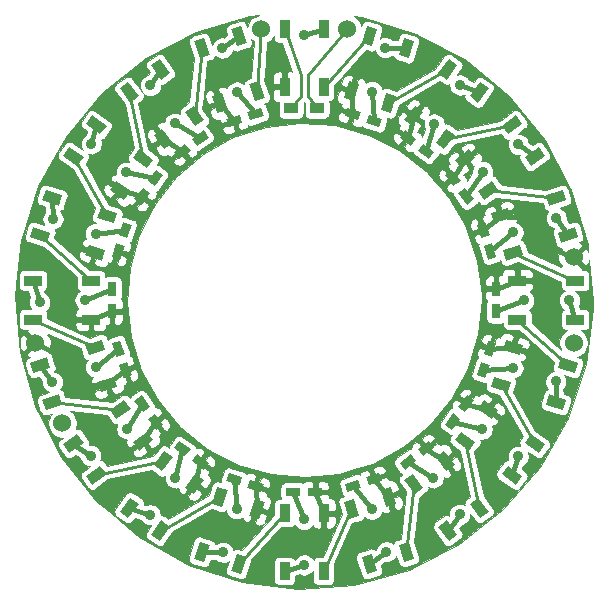
<source format=gtl>
G04 #@! TF.FileFunction,Copper,L1,Top,Signal*
%FSLAX46Y46*%
G04 Gerber Fmt 4.6, Leading zero omitted, Abs format (unit mm)*
G04 Created by KiCad (PCBNEW 4.0.1-stable) date 2/4/2016 5:51:51 PM*
%MOMM*%
G01*
G04 APERTURE LIST*
%ADD10C,0.100000*%
%ADD11R,0.750000X1.200000*%
%ADD12R,1.200000X0.750000*%
%ADD13C,1.524000*%
%ADD14R,1.200000X0.900000*%
%ADD15R,0.900000X1.500000*%
%ADD16R,1.500000X0.900000*%
%ADD17C,0.900000*%
%ADD18C,0.400000*%
%ADD19C,0.250000*%
G04 APERTURE END LIST*
D10*
G36*
X181429981Y-59427670D02*
X181661743Y-58714378D01*
X182803011Y-59085198D01*
X182571249Y-59798490D01*
X181429981Y-59427670D01*
X181429981Y-59427670D01*
G37*
G36*
X183236989Y-60014802D02*
X183468751Y-59301510D01*
X184610019Y-59672330D01*
X184378257Y-60385622D01*
X183236989Y-60014802D01*
X183236989Y-60014802D01*
G37*
G36*
X186075604Y-61242314D02*
X186516443Y-60635551D01*
X187487264Y-61340894D01*
X187046425Y-61947657D01*
X186075604Y-61242314D01*
X186075604Y-61242314D01*
G37*
G36*
X187612736Y-62359106D02*
X188053575Y-61752343D01*
X189024396Y-62457686D01*
X188583557Y-63064449D01*
X187612736Y-62359106D01*
X187612736Y-62359106D01*
G37*
G36*
X189935551Y-64416443D02*
X190542314Y-63975604D01*
X191247657Y-64946425D01*
X190640894Y-65387264D01*
X189935551Y-64416443D01*
X189935551Y-64416443D01*
G37*
G36*
X191052343Y-65953575D02*
X191659106Y-65512736D01*
X192364449Y-66483557D01*
X191757686Y-66924396D01*
X191052343Y-65953575D01*
X191052343Y-65953575D01*
G37*
G36*
X192614378Y-68621743D02*
X193327670Y-68389981D01*
X193698490Y-69531249D01*
X192985198Y-69763011D01*
X192614378Y-68621743D01*
X192614378Y-68621743D01*
G37*
G36*
X193201510Y-70428751D02*
X193914802Y-70196989D01*
X194285622Y-71338257D01*
X193572330Y-71570019D01*
X193201510Y-70428751D01*
X193201510Y-70428751D01*
G37*
D11*
X194250000Y-74050000D03*
X194250000Y-75950000D03*
D10*
G36*
X193572330Y-78429981D02*
X194285622Y-78661743D01*
X193914802Y-79803011D01*
X193201510Y-79571249D01*
X193572330Y-78429981D01*
X193572330Y-78429981D01*
G37*
G36*
X192985198Y-80236989D02*
X193698490Y-80468751D01*
X193327670Y-81610019D01*
X192614378Y-81378257D01*
X192985198Y-80236989D01*
X192985198Y-80236989D01*
G37*
G36*
X191747686Y-83065604D02*
X192354449Y-83506443D01*
X191649106Y-84477264D01*
X191042343Y-84036425D01*
X191747686Y-83065604D01*
X191747686Y-83065604D01*
G37*
G36*
X190630894Y-84602736D02*
X191237657Y-85043575D01*
X190532314Y-86014396D01*
X189925551Y-85573557D01*
X190630894Y-84602736D01*
X190630894Y-84602736D01*
G37*
G36*
X188583557Y-86935551D02*
X189024396Y-87542314D01*
X188053575Y-88247657D01*
X187612736Y-87640894D01*
X188583557Y-86935551D01*
X188583557Y-86935551D01*
G37*
G36*
X187046425Y-88052343D02*
X187487264Y-88659106D01*
X186516443Y-89364449D01*
X186075604Y-88757686D01*
X187046425Y-88052343D01*
X187046425Y-88052343D01*
G37*
G36*
X184378257Y-89614378D02*
X184610019Y-90327670D01*
X183468751Y-90698490D01*
X183236989Y-89985198D01*
X184378257Y-89614378D01*
X184378257Y-89614378D01*
G37*
G36*
X182571249Y-90201510D02*
X182803011Y-90914802D01*
X181661743Y-91285622D01*
X181429981Y-90572330D01*
X182571249Y-90201510D01*
X182571249Y-90201510D01*
G37*
D12*
X178950000Y-91250000D03*
X177050000Y-91250000D03*
D10*
G36*
X174570019Y-90572330D02*
X174338257Y-91285622D01*
X173196989Y-90914802D01*
X173428751Y-90201510D01*
X174570019Y-90572330D01*
X174570019Y-90572330D01*
G37*
G36*
X172763011Y-89985198D02*
X172531249Y-90698490D01*
X171389981Y-90327670D01*
X171621743Y-89614378D01*
X172763011Y-89985198D01*
X172763011Y-89985198D01*
G37*
G36*
X169924396Y-88757686D02*
X169483557Y-89364449D01*
X168512736Y-88659106D01*
X168953575Y-88052343D01*
X169924396Y-88757686D01*
X169924396Y-88757686D01*
G37*
G36*
X168387264Y-87640894D02*
X167946425Y-88247657D01*
X166975604Y-87542314D01*
X167416443Y-86935551D01*
X168387264Y-87640894D01*
X168387264Y-87640894D01*
G37*
G36*
X166064449Y-85583557D02*
X165457686Y-86024396D01*
X164752343Y-85053575D01*
X165359106Y-84612736D01*
X166064449Y-85583557D01*
X166064449Y-85583557D01*
G37*
G36*
X164947657Y-84046425D02*
X164340894Y-84487264D01*
X163635551Y-83516443D01*
X164242314Y-83075604D01*
X164947657Y-84046425D01*
X164947657Y-84046425D01*
G37*
G36*
X163385622Y-81378257D02*
X162672330Y-81610019D01*
X162301510Y-80468751D01*
X163014802Y-80236989D01*
X163385622Y-81378257D01*
X163385622Y-81378257D01*
G37*
G36*
X162798490Y-79571249D02*
X162085198Y-79803011D01*
X161714378Y-78661743D01*
X162427670Y-78429981D01*
X162798490Y-79571249D01*
X162798490Y-79571249D01*
G37*
D11*
X161750000Y-75950000D03*
X161750000Y-74050000D03*
D10*
G36*
X162427670Y-71570019D02*
X161714378Y-71338257D01*
X162085198Y-70196989D01*
X162798490Y-70428751D01*
X162427670Y-71570019D01*
X162427670Y-71570019D01*
G37*
G36*
X163014802Y-69763011D02*
X162301510Y-69531249D01*
X162672330Y-68389981D01*
X163385622Y-68621743D01*
X163014802Y-69763011D01*
X163014802Y-69763011D01*
G37*
G36*
X164242314Y-66924396D02*
X163635551Y-66483557D01*
X164340894Y-65512736D01*
X164947657Y-65953575D01*
X164242314Y-66924396D01*
X164242314Y-66924396D01*
G37*
G36*
X165359106Y-65387264D02*
X164752343Y-64946425D01*
X165457686Y-63975604D01*
X166064449Y-64416443D01*
X165359106Y-65387264D01*
X165359106Y-65387264D01*
G37*
G36*
X167416443Y-63064449D02*
X166975604Y-62457686D01*
X167946425Y-61752343D01*
X168387264Y-62359106D01*
X167416443Y-63064449D01*
X167416443Y-63064449D01*
G37*
G36*
X168953575Y-61947657D02*
X168512736Y-61340894D01*
X169483557Y-60635551D01*
X169924396Y-61242314D01*
X168953575Y-61947657D01*
X168953575Y-61947657D01*
G37*
G36*
X171621743Y-60385622D02*
X171389981Y-59672330D01*
X172531249Y-59301510D01*
X172763011Y-60014802D01*
X171621743Y-60385622D01*
X171621743Y-60385622D01*
G37*
G36*
X173428751Y-59798490D02*
X173196989Y-59085198D01*
X174338257Y-58714378D01*
X174570019Y-59427670D01*
X173428751Y-59798490D01*
X173428751Y-59798490D01*
G37*
D13*
X181640000Y-52020000D03*
X157540000Y-85450000D03*
X155240000Y-78620000D03*
X174390000Y-52080000D03*
X200820000Y-78620000D03*
X200840000Y-71380000D03*
D14*
X176900000Y-58750000D03*
X179100000Y-58750000D03*
D15*
X176350000Y-52050000D03*
X179650000Y-52050000D03*
X176350000Y-56950000D03*
X179650000Y-56950000D03*
D10*
G36*
X183714061Y-53512383D02*
X182858110Y-53234268D01*
X183321635Y-51807683D01*
X184177586Y-52085798D01*
X183714061Y-53512383D01*
X183714061Y-53512383D01*
G37*
G36*
X186852548Y-54532140D02*
X185996597Y-54254025D01*
X186460122Y-52827440D01*
X187316073Y-53105555D01*
X186852548Y-54532140D01*
X186852548Y-54532140D01*
G37*
G36*
X182199878Y-58172560D02*
X181343927Y-57894445D01*
X181807452Y-56467860D01*
X182663403Y-56745975D01*
X182199878Y-58172560D01*
X182199878Y-58172560D01*
G37*
G36*
X185338365Y-59192317D02*
X184482414Y-58914202D01*
X184945939Y-57487617D01*
X185801890Y-57765732D01*
X185338365Y-59192317D01*
X185338365Y-59192317D01*
G37*
G36*
X190078415Y-56339329D02*
X189350299Y-55810322D01*
X190231977Y-54596797D01*
X190960093Y-55125804D01*
X190078415Y-56339329D01*
X190078415Y-56339329D01*
G37*
G36*
X192748171Y-58279020D02*
X192020055Y-57750013D01*
X192901733Y-56536488D01*
X193629849Y-57065495D01*
X192748171Y-58279020D01*
X192748171Y-58279020D01*
G37*
G36*
X187198267Y-60303512D02*
X186470151Y-59774505D01*
X187351829Y-58560980D01*
X188079945Y-59089987D01*
X187198267Y-60303512D01*
X187198267Y-60303512D01*
G37*
G36*
X189868023Y-62243203D02*
X189139907Y-61714196D01*
X190021585Y-60500671D01*
X190749701Y-61029678D01*
X189868023Y-62243203D01*
X189868023Y-62243203D01*
G37*
G36*
X195249987Y-60979945D02*
X194720980Y-60251829D01*
X195934505Y-59370151D01*
X196463512Y-60098267D01*
X195249987Y-60979945D01*
X195249987Y-60979945D01*
G37*
G36*
X197189678Y-63649701D02*
X196660671Y-62921585D01*
X197874196Y-62039907D01*
X198403203Y-62768023D01*
X197189678Y-63649701D01*
X197189678Y-63649701D01*
G37*
G36*
X191285804Y-63860093D02*
X190756797Y-63131977D01*
X191970322Y-62250299D01*
X192499329Y-62978415D01*
X191285804Y-63860093D01*
X191285804Y-63860093D01*
G37*
G36*
X193225495Y-66529849D02*
X192696488Y-65801733D01*
X193910013Y-64920055D01*
X194439020Y-65648171D01*
X193225495Y-66529849D01*
X193225495Y-66529849D01*
G37*
G36*
X198745975Y-67003403D02*
X198467860Y-66147452D01*
X199894445Y-65683927D01*
X200172560Y-66539878D01*
X198745975Y-67003403D01*
X198745975Y-67003403D01*
G37*
G36*
X199765732Y-70141890D02*
X199487617Y-69285939D01*
X200914202Y-68822414D01*
X201192317Y-69678365D01*
X199765732Y-70141890D01*
X199765732Y-70141890D01*
G37*
G36*
X194085798Y-68517586D02*
X193807683Y-67661635D01*
X195234268Y-67198110D01*
X195512383Y-68054061D01*
X194085798Y-68517586D01*
X194085798Y-68517586D01*
G37*
G36*
X195105555Y-71656073D02*
X194827440Y-70800122D01*
X196254025Y-70336597D01*
X196532140Y-71192548D01*
X195105555Y-71656073D01*
X195105555Y-71656073D01*
G37*
D16*
X200950000Y-73350000D03*
X200950000Y-76650000D03*
X196050000Y-73350000D03*
X196050000Y-76650000D03*
D10*
G36*
X199487617Y-80714061D02*
X199765732Y-79858110D01*
X201192317Y-80321635D01*
X200914202Y-81177586D01*
X199487617Y-80714061D01*
X199487617Y-80714061D01*
G37*
G36*
X198467860Y-83852548D02*
X198745975Y-82996597D01*
X200172560Y-83460122D01*
X199894445Y-84316073D01*
X198467860Y-83852548D01*
X198467860Y-83852548D01*
G37*
G36*
X194827440Y-79199878D02*
X195105555Y-78343927D01*
X196532140Y-78807452D01*
X196254025Y-79663403D01*
X194827440Y-79199878D01*
X194827440Y-79199878D01*
G37*
G36*
X193807683Y-82338365D02*
X194085798Y-81482414D01*
X195512383Y-81945939D01*
X195234268Y-82801890D01*
X193807683Y-82338365D01*
X193807683Y-82338365D01*
G37*
G36*
X196660671Y-87078415D02*
X197189678Y-86350299D01*
X198403203Y-87231977D01*
X197874196Y-87960093D01*
X196660671Y-87078415D01*
X196660671Y-87078415D01*
G37*
G36*
X194720980Y-89748171D02*
X195249987Y-89020055D01*
X196463512Y-89901733D01*
X195934505Y-90629849D01*
X194720980Y-89748171D01*
X194720980Y-89748171D01*
G37*
G36*
X192696488Y-84198267D02*
X193225495Y-83470151D01*
X194439020Y-84351829D01*
X193910013Y-85079945D01*
X192696488Y-84198267D01*
X192696488Y-84198267D01*
G37*
G36*
X190756797Y-86868023D02*
X191285804Y-86139907D01*
X192499329Y-87021585D01*
X191970322Y-87749701D01*
X190756797Y-86868023D01*
X190756797Y-86868023D01*
G37*
G36*
X192020055Y-92249987D02*
X192748171Y-91720980D01*
X193629849Y-92934505D01*
X192901733Y-93463512D01*
X192020055Y-92249987D01*
X192020055Y-92249987D01*
G37*
G36*
X189350299Y-94189678D02*
X190078415Y-93660671D01*
X190960093Y-94874196D01*
X190231977Y-95403203D01*
X189350299Y-94189678D01*
X189350299Y-94189678D01*
G37*
G36*
X189139907Y-88285804D02*
X189868023Y-87756797D01*
X190749701Y-88970322D01*
X190021585Y-89499329D01*
X189139907Y-88285804D01*
X189139907Y-88285804D01*
G37*
G36*
X186470151Y-90225495D02*
X187198267Y-89696488D01*
X188079945Y-90910013D01*
X187351829Y-91439020D01*
X186470151Y-90225495D01*
X186470151Y-90225495D01*
G37*
G36*
X185996597Y-95745975D02*
X186852548Y-95467860D01*
X187316073Y-96894445D01*
X186460122Y-97172560D01*
X185996597Y-95745975D01*
X185996597Y-95745975D01*
G37*
G36*
X182858110Y-96765732D02*
X183714061Y-96487617D01*
X184177586Y-97914202D01*
X183321635Y-98192317D01*
X182858110Y-96765732D01*
X182858110Y-96765732D01*
G37*
G36*
X184482414Y-91085798D02*
X185338365Y-90807683D01*
X185801890Y-92234268D01*
X184945939Y-92512383D01*
X184482414Y-91085798D01*
X184482414Y-91085798D01*
G37*
G36*
X181343927Y-92105555D02*
X182199878Y-91827440D01*
X182663403Y-93254025D01*
X181807452Y-93532140D01*
X181343927Y-92105555D01*
X181343927Y-92105555D01*
G37*
D15*
X179650000Y-97950000D03*
X176350000Y-97950000D03*
X179650000Y-93050000D03*
X176350000Y-93050000D03*
D10*
G36*
X172285939Y-96487617D02*
X173141890Y-96765732D01*
X172678365Y-98192317D01*
X171822414Y-97914202D01*
X172285939Y-96487617D01*
X172285939Y-96487617D01*
G37*
G36*
X169147452Y-95467860D02*
X170003403Y-95745975D01*
X169539878Y-97172560D01*
X168683927Y-96894445D01*
X169147452Y-95467860D01*
X169147452Y-95467860D01*
G37*
G36*
X173800122Y-91827440D02*
X174656073Y-92105555D01*
X174192548Y-93532140D01*
X173336597Y-93254025D01*
X173800122Y-91827440D01*
X173800122Y-91827440D01*
G37*
G36*
X170661635Y-90807683D02*
X171517586Y-91085798D01*
X171054061Y-92512383D01*
X170198110Y-92234268D01*
X170661635Y-90807683D01*
X170661635Y-90807683D01*
G37*
G36*
X165921585Y-93660671D02*
X166649701Y-94189678D01*
X165768023Y-95403203D01*
X165039907Y-94874196D01*
X165921585Y-93660671D01*
X165921585Y-93660671D01*
G37*
G36*
X163251829Y-91720980D02*
X163979945Y-92249987D01*
X163098267Y-93463512D01*
X162370151Y-92934505D01*
X163251829Y-91720980D01*
X163251829Y-91720980D01*
G37*
G36*
X168801733Y-89696488D02*
X169529849Y-90225495D01*
X168648171Y-91439020D01*
X167920055Y-90910013D01*
X168801733Y-89696488D01*
X168801733Y-89696488D01*
G37*
G36*
X166131977Y-87756797D02*
X166860093Y-88285804D01*
X165978415Y-89499329D01*
X165250299Y-88970322D01*
X166131977Y-87756797D01*
X166131977Y-87756797D01*
G37*
G36*
X160750013Y-89020055D02*
X161279020Y-89748171D01*
X160065495Y-90629849D01*
X159536488Y-89901733D01*
X160750013Y-89020055D01*
X160750013Y-89020055D01*
G37*
G36*
X158810322Y-86350299D02*
X159339329Y-87078415D01*
X158125804Y-87960093D01*
X157596797Y-87231977D01*
X158810322Y-86350299D01*
X158810322Y-86350299D01*
G37*
G36*
X164714196Y-86139907D02*
X165243203Y-86868023D01*
X164029678Y-87749701D01*
X163500671Y-87021585D01*
X164714196Y-86139907D01*
X164714196Y-86139907D01*
G37*
G36*
X162774505Y-83470151D02*
X163303512Y-84198267D01*
X162089987Y-85079945D01*
X161560980Y-84351829D01*
X162774505Y-83470151D01*
X162774505Y-83470151D01*
G37*
G36*
X157254025Y-82996597D02*
X157532140Y-83852548D01*
X156105555Y-84316073D01*
X155827440Y-83460122D01*
X157254025Y-82996597D01*
X157254025Y-82996597D01*
G37*
G36*
X156234268Y-79858110D02*
X156512383Y-80714061D01*
X155085798Y-81177586D01*
X154807683Y-80321635D01*
X156234268Y-79858110D01*
X156234268Y-79858110D01*
G37*
G36*
X161914202Y-81482414D02*
X162192317Y-82338365D01*
X160765732Y-82801890D01*
X160487617Y-81945939D01*
X161914202Y-81482414D01*
X161914202Y-81482414D01*
G37*
G36*
X160894445Y-78343927D02*
X161172560Y-79199878D01*
X159745975Y-79663403D01*
X159467860Y-78807452D01*
X160894445Y-78343927D01*
X160894445Y-78343927D01*
G37*
D16*
X155050000Y-76650000D03*
X155050000Y-73350000D03*
X159950000Y-76650000D03*
X159950000Y-73350000D03*
D10*
G36*
X156512383Y-69285939D02*
X156234268Y-70141890D01*
X154807683Y-69678365D01*
X155085798Y-68822414D01*
X156512383Y-69285939D01*
X156512383Y-69285939D01*
G37*
G36*
X157532140Y-66147452D02*
X157254025Y-67003403D01*
X155827440Y-66539878D01*
X156105555Y-65683927D01*
X157532140Y-66147452D01*
X157532140Y-66147452D01*
G37*
G36*
X161172560Y-70800122D02*
X160894445Y-71656073D01*
X159467860Y-71192548D01*
X159745975Y-70336597D01*
X161172560Y-70800122D01*
X161172560Y-70800122D01*
G37*
G36*
X162192317Y-67661635D02*
X161914202Y-68517586D01*
X160487617Y-68054061D01*
X160765732Y-67198110D01*
X162192317Y-67661635D01*
X162192317Y-67661635D01*
G37*
G36*
X159339329Y-62921585D02*
X158810322Y-63649701D01*
X157596797Y-62768023D01*
X158125804Y-62039907D01*
X159339329Y-62921585D01*
X159339329Y-62921585D01*
G37*
G36*
X161279020Y-60251829D02*
X160750013Y-60979945D01*
X159536488Y-60098267D01*
X160065495Y-59370151D01*
X161279020Y-60251829D01*
X161279020Y-60251829D01*
G37*
G36*
X163303512Y-65801733D02*
X162774505Y-66529849D01*
X161560980Y-65648171D01*
X162089987Y-64920055D01*
X163303512Y-65801733D01*
X163303512Y-65801733D01*
G37*
G36*
X165243203Y-63131977D02*
X164714196Y-63860093D01*
X163500671Y-62978415D01*
X164029678Y-62250299D01*
X165243203Y-63131977D01*
X165243203Y-63131977D01*
G37*
G36*
X163979945Y-57750013D02*
X163251829Y-58279020D01*
X162370151Y-57065495D01*
X163098267Y-56536488D01*
X163979945Y-57750013D01*
X163979945Y-57750013D01*
G37*
G36*
X166649701Y-55810322D02*
X165921585Y-56339329D01*
X165039907Y-55125804D01*
X165768023Y-54596797D01*
X166649701Y-55810322D01*
X166649701Y-55810322D01*
G37*
G36*
X166860093Y-61714196D02*
X166131977Y-62243203D01*
X165250299Y-61029678D01*
X165978415Y-60500671D01*
X166860093Y-61714196D01*
X166860093Y-61714196D01*
G37*
G36*
X169529849Y-59774505D02*
X168801733Y-60303512D01*
X167920055Y-59089987D01*
X168648171Y-58560980D01*
X169529849Y-59774505D01*
X169529849Y-59774505D01*
G37*
G36*
X170003403Y-54254025D02*
X169147452Y-54532140D01*
X168683927Y-53105555D01*
X169539878Y-52827440D01*
X170003403Y-54254025D01*
X170003403Y-54254025D01*
G37*
G36*
X173141890Y-53234268D02*
X172285939Y-53512383D01*
X171822414Y-52085798D01*
X172678365Y-51807683D01*
X173141890Y-53234268D01*
X173141890Y-53234268D01*
G37*
G36*
X171517586Y-58914202D02*
X170661635Y-59192317D01*
X170198110Y-57765732D01*
X171054061Y-57487617D01*
X171517586Y-58914202D01*
X171517586Y-58914202D01*
G37*
G36*
X174656073Y-57894445D02*
X173800122Y-58172560D01*
X173336597Y-56745975D01*
X174192548Y-56467860D01*
X174656073Y-57894445D01*
X174656073Y-57894445D01*
G37*
D17*
X193120000Y-64130000D03*
X196130000Y-61830000D03*
X195700000Y-69270000D03*
X199340000Y-68050000D03*
X196600000Y-75040000D03*
X200460000Y-75040000D03*
X195680000Y-80750000D03*
X199300000Y-81890000D03*
X196130000Y-88230000D03*
X193080000Y-85930000D03*
X191170000Y-93150000D03*
X188940000Y-90060000D03*
X184970000Y-96320000D03*
X183710000Y-92720000D03*
X178020000Y-97430000D03*
X177980000Y-93570000D03*
X171140000Y-96360000D03*
X172290000Y-92680000D03*
X164960000Y-93190000D03*
X167090000Y-90060000D03*
X159920000Y-88170000D03*
X162990000Y-85910000D03*
X160350000Y-80690000D03*
X156690000Y-81950000D03*
X159450000Y-75020000D03*
X155600000Y-75190000D03*
X156740000Y-68120000D03*
X160350000Y-69380000D03*
X162950000Y-64180000D03*
X159980000Y-61780000D03*
X164990000Y-56830000D03*
X167050000Y-60040000D03*
X172280000Y-57390000D03*
X171080000Y-53670000D03*
X178010000Y-52560000D03*
X189010000Y-60100000D03*
X191190000Y-56800000D03*
X184880000Y-53640000D03*
X183760000Y-57360000D03*
D18*
X200840000Y-71380000D02*
X198090000Y-70350000D01*
X197400000Y-68150000D02*
X194660033Y-67857848D01*
X198090000Y-70350000D02*
X197400000Y-68150000D01*
X155240000Y-78620000D02*
X158150000Y-80160000D01*
X158800000Y-82330000D02*
X161339967Y-82142152D01*
X158150000Y-80160000D02*
X158800000Y-82330000D01*
X186781434Y-61291604D02*
X187275048Y-59432246D01*
X190591604Y-64681434D02*
X191628063Y-63055196D01*
X193156434Y-69076496D02*
X194660033Y-67857848D01*
X194250000Y-74050000D02*
X196050000Y-73350000D01*
X193743566Y-79116496D02*
X195679790Y-79003665D01*
X191698396Y-83771434D02*
X193567754Y-84275048D01*
X188318566Y-87591604D02*
X189944804Y-88628063D01*
X183923504Y-90156434D02*
X185142152Y-91660033D01*
X178950000Y-91250000D02*
X179650000Y-93050000D01*
X173883504Y-90743566D02*
X173996335Y-92679790D01*
X169218566Y-88708396D02*
X168724952Y-90567754D01*
X165408396Y-85318566D02*
X164371937Y-86944804D01*
X162843566Y-80923504D02*
X161339967Y-82142152D01*
X161750000Y-75950000D02*
X159950000Y-76650000D01*
X164291604Y-66218566D02*
X162432246Y-65724952D01*
X167681434Y-62408396D02*
X166055196Y-61371937D01*
X182116496Y-59256434D02*
X182003665Y-57320210D01*
X172076496Y-59843566D02*
X170857848Y-58339967D01*
X191708396Y-66218566D02*
X193120000Y-64130000D01*
X197531937Y-62844804D02*
X196130000Y-61830000D01*
X193743566Y-70883504D02*
X195700000Y-69270000D01*
X200339967Y-69482152D02*
X199340000Y-68050000D01*
X194250000Y-75950000D02*
X196600000Y-75040000D01*
X200950000Y-76650000D02*
X200460000Y-75040000D01*
X193156434Y-80923504D02*
X195680000Y-80750000D01*
X199320210Y-83656335D02*
X199300000Y-81890000D01*
X195592246Y-89824952D02*
X196130000Y-88230000D01*
X190581604Y-85308566D02*
X193080000Y-85930000D01*
X190155196Y-94531937D02*
X191170000Y-93150000D01*
X186781434Y-88708396D02*
X188940000Y-90060000D01*
X183517848Y-97339967D02*
X184970000Y-96320000D01*
X182116496Y-90743566D02*
X183710000Y-92720000D01*
X176350000Y-97950000D02*
X178020000Y-97430000D01*
X177050000Y-91250000D02*
X177980000Y-93570000D01*
X169343665Y-96320210D02*
X171140000Y-96360000D01*
X172076496Y-90156434D02*
X172290000Y-92680000D01*
X163175048Y-92592246D02*
X164960000Y-93190000D01*
X167681434Y-87591604D02*
X167090000Y-90060000D01*
X158468063Y-87155196D02*
X159920000Y-88170000D01*
X164291604Y-83781434D02*
X162990000Y-85910000D01*
X162256434Y-79116496D02*
X160350000Y-80690000D01*
X155660033Y-80517848D02*
X156690000Y-81950000D01*
X161750000Y-74050000D02*
X159450000Y-75020000D01*
X155050000Y-73350000D02*
X155600000Y-75190000D01*
X156679790Y-66343665D02*
X156740000Y-68120000D01*
X162843566Y-69076496D02*
X160350000Y-69380000D01*
X165408396Y-64681434D02*
X162950000Y-64180000D01*
X160407754Y-60175048D02*
X159980000Y-61780000D01*
X165844804Y-55468063D02*
X164990000Y-56830000D01*
X169218566Y-61291604D02*
X167050000Y-60040000D01*
X173883504Y-59256434D02*
X172280000Y-57390000D01*
X172482152Y-52660033D02*
X171080000Y-53670000D01*
X179650000Y-52050000D02*
X178010000Y-52560000D01*
X188318566Y-62408396D02*
X189010000Y-60100000D01*
X192824952Y-57407754D02*
X191190000Y-56800000D01*
X186656335Y-53679790D02*
X184880000Y-53640000D01*
X183923504Y-59843566D02*
X183760000Y-57360000D01*
D19*
X176350000Y-52050000D02*
X177720000Y-55960000D01*
X177720000Y-57690000D02*
X176900000Y-58750000D01*
X177720000Y-55960000D02*
X177720000Y-57690000D01*
X179650000Y-56950000D02*
X183517848Y-52660033D01*
X185142152Y-58339967D02*
X190155196Y-55468063D01*
X189944804Y-61371937D02*
X195592246Y-60175048D01*
X193567754Y-65724952D02*
X199320210Y-66343665D01*
X195679790Y-70996335D02*
X200950000Y-73350000D01*
X196050000Y-76650000D02*
X200339967Y-80517848D01*
X194660033Y-82142152D02*
X197531937Y-87155196D01*
X191628063Y-86944804D02*
X192824952Y-92592246D01*
X187275048Y-90567754D02*
X186656335Y-96320210D01*
X182003665Y-92679790D02*
X179650000Y-97950000D01*
X176350000Y-93050000D02*
X172482152Y-97339967D01*
X170857848Y-91660033D02*
X165844804Y-94531937D01*
X166055196Y-88628063D02*
X160407754Y-89824952D01*
X162432246Y-84275048D02*
X156679790Y-83656335D01*
X160320210Y-79003665D02*
X155050000Y-76650000D01*
X159950000Y-73350000D02*
X155660033Y-69482152D01*
X161339967Y-67857848D02*
X158468063Y-62844804D01*
X164371937Y-63055196D02*
X163175048Y-57407754D01*
X168724952Y-59432246D02*
X169343665Y-53679790D01*
X173996335Y-57320210D02*
X174390000Y-52080000D01*
X181640000Y-52020000D02*
X178330000Y-55960000D01*
X178310000Y-57710000D02*
X179100000Y-58750000D01*
X178330000Y-55960000D02*
X178310000Y-57710000D01*
D10*
G36*
X174046147Y-50911686D02*
X173825768Y-51000725D01*
X173626882Y-51130872D01*
X173457062Y-51297172D01*
X173322778Y-51493290D01*
X173229143Y-51711755D01*
X173187026Y-51909904D01*
X173108411Y-51667953D01*
X173080832Y-51601565D01*
X173007475Y-51497601D01*
X172908058Y-51418190D01*
X172790454Y-51369619D01*
X172663975Y-51355735D01*
X172538635Y-51377637D01*
X171682684Y-51655752D01*
X171616296Y-51683331D01*
X171512332Y-51756688D01*
X171432921Y-51856105D01*
X171384350Y-51973709D01*
X171370466Y-52100188D01*
X171392368Y-52225528D01*
X171502534Y-52564584D01*
X171207208Y-52777307D01*
X171174531Y-52770599D01*
X170998036Y-52769367D01*
X170824663Y-52802440D01*
X170661016Y-52868557D01*
X170513328Y-52965202D01*
X170387224Y-53088692D01*
X170287508Y-53234324D01*
X170217977Y-53396550D01*
X170210962Y-53429551D01*
X169969924Y-52687710D01*
X169942345Y-52621322D01*
X169868988Y-52517358D01*
X169769571Y-52437947D01*
X169651967Y-52389376D01*
X169525488Y-52375492D01*
X169400148Y-52397394D01*
X168544197Y-52675509D01*
X168477809Y-52703088D01*
X168373845Y-52776445D01*
X168294434Y-52875862D01*
X168245863Y-52993466D01*
X168231979Y-53119945D01*
X168253881Y-53245285D01*
X168673258Y-54535996D01*
X168270986Y-58276099D01*
X167654272Y-58724168D01*
X167599656Y-58770912D01*
X167523449Y-58872806D01*
X167478646Y-58991896D01*
X167468794Y-59118753D01*
X167494674Y-59243333D01*
X167503708Y-59260386D01*
X167480133Y-59244485D01*
X167317425Y-59176089D01*
X167144531Y-59140599D01*
X166968036Y-59139367D01*
X166794663Y-59172440D01*
X166631016Y-59238557D01*
X166483328Y-59335202D01*
X166357224Y-59458692D01*
X166257508Y-59604324D01*
X166187977Y-59766550D01*
X166151281Y-59939193D01*
X166150857Y-59969527D01*
X166119987Y-59958138D01*
X166011423Y-59940944D01*
X165901592Y-59945259D01*
X165794713Y-59970918D01*
X165694892Y-60016936D01*
X165605969Y-60081543D01*
X165564270Y-60111839D01*
X165533408Y-60306692D01*
X166100327Y-61086989D01*
X166116507Y-61075233D01*
X166356324Y-61405313D01*
X166340144Y-61417068D01*
X166351900Y-61433248D01*
X166021820Y-61673065D01*
X166010065Y-61656885D01*
X165472473Y-62047468D01*
X165441611Y-62242322D01*
X165712849Y-62615649D01*
X165793563Y-62690260D01*
X165887283Y-62747692D01*
X165990405Y-62785736D01*
X166098969Y-62802930D01*
X166208800Y-62798615D01*
X166315679Y-62772956D01*
X166415500Y-62726938D01*
X166467780Y-62688954D01*
X166491869Y-62741208D01*
X166556476Y-62830132D01*
X166552387Y-62824503D01*
X166747240Y-62855365D01*
X167406185Y-62376614D01*
X167384731Y-62347085D01*
X167714810Y-62107268D01*
X167736264Y-62136797D01*
X167752444Y-62125042D01*
X167972863Y-62428422D01*
X167956683Y-62440178D01*
X168312881Y-62930443D01*
X168507735Y-62961305D01*
X168759710Y-62778234D01*
X168834321Y-62697520D01*
X168891752Y-62603801D01*
X168929796Y-62500678D01*
X168946356Y-62396123D01*
X168982341Y-62398918D01*
X169106921Y-62373038D01*
X169219358Y-62313476D01*
X170190179Y-61608133D01*
X170244795Y-61561389D01*
X170321002Y-61459495D01*
X170365805Y-61340405D01*
X170375657Y-61213548D01*
X170349777Y-61088968D01*
X170290215Y-60976531D01*
X169953007Y-60512403D01*
X171076221Y-60512403D01*
X171108037Y-60610322D01*
X171161745Y-60706224D01*
X171233130Y-60789805D01*
X171319448Y-60857853D01*
X171417385Y-60907755D01*
X171523175Y-60937590D01*
X171632753Y-60946214D01*
X171741907Y-60933295D01*
X172038121Y-60837049D01*
X172127685Y-60661269D01*
X171940421Y-60084929D01*
X171165786Y-60336623D01*
X171076221Y-60512403D01*
X169953007Y-60512403D01*
X169849376Y-60369768D01*
X169802632Y-60315152D01*
X169700738Y-60238945D01*
X169673827Y-60228821D01*
X169795632Y-60140324D01*
X169850248Y-60093580D01*
X169926455Y-59991686D01*
X169971258Y-59872596D01*
X169981110Y-59745739D01*
X169955230Y-59621159D01*
X169895668Y-59508722D01*
X169372493Y-58788634D01*
X169481328Y-57776741D01*
X169637519Y-57776741D01*
X169650437Y-57885896D01*
X169793036Y-58324768D01*
X169968816Y-58414333D01*
X170600793Y-58208991D01*
X170302746Y-57291697D01*
X170126966Y-57202132D01*
X170077947Y-57218060D01*
X169973410Y-57252026D01*
X169877508Y-57305734D01*
X169793927Y-57377118D01*
X169725879Y-57463437D01*
X169675978Y-57561374D01*
X169646142Y-57667163D01*
X169637519Y-57776741D01*
X169481328Y-57776741D01*
X169802045Y-54794897D01*
X170143133Y-54684071D01*
X170209521Y-54656492D01*
X170313485Y-54583135D01*
X170392896Y-54483718D01*
X170441467Y-54366114D01*
X170447546Y-54310732D01*
X170493870Y-54358701D01*
X170638802Y-54459431D01*
X170800539Y-54530093D01*
X170972921Y-54567993D01*
X171149381Y-54571690D01*
X171323199Y-54541041D01*
X171487753Y-54477214D01*
X171636777Y-54382641D01*
X171764592Y-54260924D01*
X171866332Y-54116699D01*
X171938121Y-53955459D01*
X171965964Y-53832907D01*
X171968035Y-53831416D01*
X172056246Y-53901876D01*
X172173850Y-53950447D01*
X172300329Y-53964331D01*
X172425669Y-53942429D01*
X173281620Y-53664314D01*
X173348008Y-53636735D01*
X173451972Y-53563378D01*
X173531383Y-53463961D01*
X173579954Y-53346357D01*
X173593838Y-53219878D01*
X173571936Y-53094538D01*
X173514717Y-52918435D01*
X173600678Y-53007450D01*
X173736609Y-53101924D01*
X173502624Y-56216583D01*
X173196867Y-56315929D01*
X173130479Y-56343508D01*
X173026515Y-56416865D01*
X172947104Y-56516282D01*
X172898533Y-56633886D01*
X172888484Y-56725432D01*
X172856458Y-56693182D01*
X172710133Y-56594485D01*
X172547425Y-56526089D01*
X172374531Y-56490599D01*
X172198036Y-56489367D01*
X172024663Y-56522440D01*
X171861016Y-56588557D01*
X171713328Y-56685202D01*
X171587224Y-56808692D01*
X171487508Y-56954324D01*
X171434823Y-57077245D01*
X171356356Y-57015386D01*
X171258419Y-56965485D01*
X171152630Y-56935649D01*
X171043053Y-56927025D01*
X170933897Y-56939944D01*
X170829361Y-56973910D01*
X170780342Y-56989838D01*
X170690777Y-57165618D01*
X170988824Y-58082912D01*
X171007846Y-58076732D01*
X171133924Y-58464763D01*
X171114903Y-58470943D01*
X171121083Y-58489964D01*
X170733052Y-58616043D01*
X170726872Y-58597022D01*
X170094895Y-58802364D01*
X170005330Y-58978144D01*
X170147929Y-59417017D01*
X170201636Y-59512918D01*
X170273021Y-59596499D01*
X170359340Y-59664548D01*
X170457277Y-59714449D01*
X170563066Y-59744285D01*
X170672643Y-59752909D01*
X170781799Y-59739990D01*
X170834083Y-59723002D01*
X170842308Y-59792493D01*
X170876274Y-59897030D01*
X170874124Y-59890412D01*
X171049904Y-59979977D01*
X171824540Y-59728282D01*
X171813261Y-59693568D01*
X172201292Y-59567490D01*
X172212571Y-59602203D01*
X172231592Y-59596023D01*
X172347474Y-59952670D01*
X172328452Y-59958850D01*
X172515717Y-60535190D01*
X172691497Y-60624754D01*
X172987711Y-60528509D01*
X173083612Y-60474801D01*
X173167194Y-60403416D01*
X173235242Y-60317097D01*
X173283301Y-60222776D01*
X173316662Y-60236554D01*
X173443141Y-60250438D01*
X173568481Y-60228536D01*
X174709749Y-59857716D01*
X174776137Y-59830137D01*
X174880101Y-59756780D01*
X174959512Y-59657363D01*
X175008083Y-59539759D01*
X175021967Y-59413280D01*
X175000065Y-59287940D01*
X174768303Y-58574648D01*
X174740724Y-58508260D01*
X174667367Y-58404296D01*
X174633484Y-58377232D01*
X174795803Y-58324491D01*
X174862191Y-58296912D01*
X174966155Y-58223555D01*
X175045566Y-58124138D01*
X175094137Y-58006534D01*
X175108021Y-57880055D01*
X175086119Y-57754715D01*
X174642810Y-56390348D01*
X174661238Y-56145042D01*
X175342000Y-56145042D01*
X175342000Y-56606500D01*
X175481500Y-56746000D01*
X176146000Y-56746000D01*
X176146000Y-55781500D01*
X176006500Y-55642000D01*
X175845042Y-55642000D01*
X175737237Y-55663444D01*
X175635688Y-55705507D01*
X175544296Y-55766573D01*
X175466573Y-55844296D01*
X175405507Y-55935688D01*
X175363444Y-56037238D01*
X175342000Y-56145042D01*
X174661238Y-56145042D01*
X174883331Y-53188682D01*
X174939108Y-53167048D01*
X175139792Y-53039690D01*
X175311917Y-52875777D01*
X175447823Y-52683119D01*
X175447823Y-52800000D01*
X175453537Y-52871661D01*
X175491178Y-52993205D01*
X175561189Y-53099451D01*
X175658028Y-53181986D01*
X175774026Y-53234275D01*
X175900000Y-53252177D01*
X176161948Y-53252177D01*
X177014296Y-55684790D01*
X176962763Y-55663444D01*
X176854958Y-55642000D01*
X176693500Y-55642000D01*
X176554000Y-55781500D01*
X176554000Y-56746000D01*
X176574000Y-56746000D01*
X176574000Y-57154000D01*
X176554000Y-57154000D01*
X176554000Y-57174000D01*
X176146000Y-57174000D01*
X176146000Y-57154000D01*
X175481500Y-57154000D01*
X175342000Y-57293500D01*
X175342000Y-57754958D01*
X175363444Y-57862762D01*
X175405507Y-57964312D01*
X175466573Y-58055704D01*
X175544296Y-58133427D01*
X175635688Y-58194493D01*
X175737237Y-58236556D01*
X175845042Y-58258000D01*
X175853792Y-58258000D01*
X175847823Y-58300000D01*
X175847823Y-59200000D01*
X175853537Y-59271661D01*
X175891178Y-59393205D01*
X175961189Y-59499451D01*
X176058028Y-59581986D01*
X176174026Y-59634275D01*
X176300000Y-59652177D01*
X177500000Y-59652177D01*
X177571661Y-59646463D01*
X177693205Y-59608822D01*
X177799451Y-59538811D01*
X177881986Y-59441972D01*
X177934275Y-59325974D01*
X177952177Y-59200000D01*
X177952177Y-58329608D01*
X178005865Y-58260207D01*
X178047823Y-58315443D01*
X178047823Y-59200000D01*
X178053537Y-59271661D01*
X178091178Y-59393205D01*
X178161189Y-59499451D01*
X178258028Y-59581986D01*
X178374026Y-59634275D01*
X178500000Y-59652177D01*
X179700000Y-59652177D01*
X179771661Y-59646463D01*
X179893205Y-59608822D01*
X179999451Y-59538811D01*
X180081986Y-59441972D01*
X180093395Y-59416662D01*
X180869389Y-59416662D01*
X180878013Y-59526239D01*
X180907849Y-59632028D01*
X180957750Y-59729965D01*
X181025798Y-59816284D01*
X181109380Y-59887669D01*
X181205281Y-59941377D01*
X181501495Y-60037622D01*
X181677275Y-59948058D01*
X181864540Y-59371718D01*
X181089904Y-59120023D01*
X180914124Y-59209588D01*
X180882308Y-59307507D01*
X180869389Y-59416662D01*
X180093395Y-59416662D01*
X180134275Y-59325974D01*
X180152177Y-59200000D01*
X180152177Y-58300000D01*
X180146463Y-58228339D01*
X180122325Y-58150397D01*
X180171661Y-58146463D01*
X180293205Y-58108822D01*
X180399451Y-58038811D01*
X180481986Y-57941972D01*
X180508372Y-57883436D01*
X180783336Y-57883436D01*
X180791959Y-57993014D01*
X180821795Y-58098803D01*
X180871696Y-58196740D01*
X180939744Y-58283059D01*
X181023325Y-58354443D01*
X181119227Y-58408151D01*
X181182230Y-58428622D01*
X181148037Y-58489678D01*
X181116221Y-58587597D01*
X181205786Y-58763377D01*
X181980421Y-59015071D01*
X181991700Y-58980358D01*
X182379731Y-59106436D01*
X182368452Y-59141150D01*
X182387474Y-59147330D01*
X182271592Y-59503977D01*
X182252571Y-59497797D01*
X182065307Y-60074137D01*
X182154871Y-60249917D01*
X182451085Y-60346163D01*
X182560239Y-60359082D01*
X182669817Y-60350458D01*
X182775607Y-60320623D01*
X182869929Y-60272563D01*
X182888820Y-60303319D01*
X182982983Y-60388894D01*
X183097259Y-60444848D01*
X184238527Y-60815668D01*
X184308446Y-60832378D01*
X184435673Y-60834139D01*
X184558354Y-60800386D01*
X184666774Y-60733791D01*
X184752349Y-60639628D01*
X184808303Y-60525352D01*
X185040065Y-59812060D01*
X185041151Y-59807514D01*
X185910424Y-59807514D01*
X185927619Y-59916078D01*
X185965663Y-60019200D01*
X186023094Y-60112919D01*
X186097705Y-60193633D01*
X186139567Y-60224048D01*
X186097315Y-60263105D01*
X186036798Y-60346400D01*
X186067660Y-60541254D01*
X186726604Y-61020005D01*
X186748058Y-60990476D01*
X187078137Y-61230293D01*
X187056683Y-61259822D01*
X187072863Y-61271578D01*
X186852444Y-61574958D01*
X186836264Y-61563203D01*
X186480066Y-62053467D01*
X186510928Y-62248321D01*
X186762903Y-62431392D01*
X186862722Y-62477409D01*
X186969602Y-62503068D01*
X187079433Y-62507384D01*
X187183988Y-62490824D01*
X187192450Y-62525912D01*
X187255561Y-62636396D01*
X187346953Y-62724925D01*
X188317774Y-63430268D01*
X188379108Y-63467766D01*
X188499564Y-63508756D01*
X188626670Y-63514566D01*
X188750363Y-63484734D01*
X188860847Y-63421624D01*
X188949376Y-63330232D01*
X189390215Y-62723469D01*
X189427713Y-62662135D01*
X189468703Y-62541680D01*
X189470016Y-62512956D01*
X189602240Y-62609022D01*
X189663574Y-62646520D01*
X189784029Y-62687510D01*
X189911136Y-62693320D01*
X190034829Y-62663489D01*
X190145313Y-62600378D01*
X190233842Y-62508986D01*
X190434606Y-62232657D01*
X191282611Y-62232657D01*
X191673194Y-62770248D01*
X192453491Y-62203329D01*
X192484353Y-62008476D01*
X192454057Y-61966777D01*
X192389450Y-61877853D01*
X192308736Y-61803242D01*
X192215017Y-61745811D01*
X192111895Y-61707767D01*
X192003331Y-61690572D01*
X191893500Y-61694887D01*
X191786620Y-61720547D01*
X191686800Y-61766564D01*
X191313473Y-62037803D01*
X191282611Y-62232657D01*
X190434606Y-62232657D01*
X190758155Y-61787331D01*
X194674612Y-60957298D01*
X194884168Y-61245728D01*
X194930912Y-61300344D01*
X195032806Y-61376551D01*
X195151896Y-61421354D01*
X195278753Y-61431206D01*
X195325898Y-61421412D01*
X195267977Y-61556550D01*
X195231281Y-61729193D01*
X195228817Y-61905674D01*
X195260678Y-62079274D01*
X195325652Y-62243379D01*
X195421263Y-62391738D01*
X195543870Y-62518701D01*
X195688802Y-62619431D01*
X195850539Y-62690093D01*
X196022921Y-62727993D01*
X196199381Y-62731690D01*
X196253868Y-62722082D01*
X196256655Y-62724100D01*
X196219262Y-62823494D01*
X196209410Y-62950351D01*
X196235290Y-63074931D01*
X196294852Y-63187368D01*
X196823859Y-63915484D01*
X196870603Y-63970100D01*
X196972497Y-64046307D01*
X197091587Y-64091110D01*
X197218444Y-64100962D01*
X197343024Y-64075082D01*
X197455461Y-64015520D01*
X198668986Y-63133842D01*
X198723602Y-63087098D01*
X198799809Y-62985204D01*
X198844612Y-62866114D01*
X198854464Y-62739257D01*
X198828584Y-62614677D01*
X198769022Y-62502240D01*
X198240015Y-61774124D01*
X198193271Y-61719508D01*
X198091377Y-61643301D01*
X197972287Y-61598498D01*
X197845430Y-61588646D01*
X197720850Y-61614526D01*
X197608413Y-61674088D01*
X197316319Y-61886307D01*
X197015554Y-61668596D01*
X196995757Y-61568613D01*
X196928498Y-61405431D01*
X196830825Y-61258421D01*
X196706458Y-61133182D01*
X196560133Y-61034485D01*
X196397425Y-60966089D01*
X196224531Y-60930599D01*
X196088502Y-60929649D01*
X196729295Y-60464086D01*
X196783911Y-60417342D01*
X196860118Y-60315448D01*
X196904921Y-60196358D01*
X196914773Y-60069501D01*
X196888893Y-59944921D01*
X196829331Y-59832484D01*
X196300324Y-59104368D01*
X196253580Y-59049752D01*
X196151686Y-58973545D01*
X196032596Y-58928742D01*
X195905739Y-58918890D01*
X195781159Y-58944770D01*
X195668722Y-59004332D01*
X194567425Y-59804471D01*
X190901887Y-60581326D01*
X190287368Y-60134852D01*
X190226034Y-60097354D01*
X190105579Y-60056364D01*
X189978472Y-60050554D01*
X189909264Y-60067245D01*
X189910039Y-60011750D01*
X189875757Y-59838613D01*
X189808498Y-59675431D01*
X189710825Y-59528421D01*
X189586458Y-59403182D01*
X189440133Y-59304485D01*
X189277425Y-59236089D01*
X189104531Y-59200599D01*
X188928036Y-59199367D01*
X188754663Y-59232440D01*
X188599885Y-59294974D01*
X188609697Y-59273689D01*
X188635357Y-59166809D01*
X188639672Y-59056978D01*
X188622477Y-58948414D01*
X188584433Y-58845292D01*
X188527002Y-58751573D01*
X188452391Y-58670859D01*
X188363467Y-58606252D01*
X188321768Y-58575956D01*
X188126915Y-58606818D01*
X187559996Y-59387115D01*
X188097587Y-59777698D01*
X188174110Y-59765578D01*
X188147977Y-59826550D01*
X188111281Y-59999193D01*
X188108817Y-60175674D01*
X188140678Y-60349274D01*
X188205652Y-60513379D01*
X188207015Y-60515494D01*
X188014559Y-61158020D01*
X187991752Y-61096199D01*
X187934321Y-61002480D01*
X187859710Y-60921766D01*
X187607735Y-60738695D01*
X187537491Y-60749821D01*
X187617395Y-60675958D01*
X187888633Y-60302631D01*
X187857771Y-60107777D01*
X187320179Y-59717194D01*
X187308424Y-59733374D01*
X186978344Y-59493557D01*
X186990100Y-59477377D01*
X186452509Y-59086794D01*
X186257655Y-59117656D01*
X185986416Y-59490983D01*
X185940399Y-59590803D01*
X185914739Y-59697683D01*
X185910424Y-59807514D01*
X185041151Y-59807514D01*
X185056775Y-59742141D01*
X185058536Y-59614914D01*
X185047033Y-59573105D01*
X185198635Y-59622363D01*
X185268554Y-59639073D01*
X185395781Y-59640834D01*
X185518462Y-59607081D01*
X185626882Y-59540486D01*
X185712457Y-59446323D01*
X185768411Y-59332047D01*
X186018659Y-58561861D01*
X186661463Y-58561861D01*
X186692325Y-58756715D01*
X187229917Y-59147298D01*
X187796836Y-58367001D01*
X187765974Y-58172148D01*
X187724275Y-58141852D01*
X187635352Y-58077245D01*
X187535531Y-58031227D01*
X187428652Y-58005568D01*
X187318821Y-58001253D01*
X187210257Y-58018447D01*
X187107135Y-58056491D01*
X187013415Y-58113923D01*
X186932701Y-58188534D01*
X186661463Y-58561861D01*
X186018659Y-58561861D01*
X186043156Y-58486467D01*
X189521610Y-56493708D01*
X189812632Y-56705148D01*
X189873966Y-56742646D01*
X189994421Y-56783636D01*
X190121528Y-56789446D01*
X190245221Y-56759615D01*
X190290801Y-56733579D01*
X190288817Y-56875674D01*
X190320678Y-57049274D01*
X190385652Y-57213379D01*
X190481263Y-57361738D01*
X190603870Y-57488701D01*
X190748802Y-57589431D01*
X190910539Y-57660093D01*
X191082921Y-57697993D01*
X191259381Y-57701690D01*
X191433199Y-57671041D01*
X191547972Y-57626523D01*
X191584560Y-57640124D01*
X191575748Y-57666020D01*
X191569938Y-57793126D01*
X191599770Y-57916819D01*
X191662880Y-58027304D01*
X191754272Y-58115832D01*
X192482388Y-58644839D01*
X192543722Y-58682337D01*
X192664177Y-58723327D01*
X192791284Y-58729137D01*
X192914977Y-58699306D01*
X193025461Y-58636195D01*
X193113990Y-58544803D01*
X193995668Y-57331278D01*
X194033166Y-57269944D01*
X194074156Y-57149488D01*
X194079966Y-57022382D01*
X194050134Y-56898689D01*
X193987024Y-56788204D01*
X193895632Y-56699676D01*
X193167516Y-56170669D01*
X193106182Y-56133171D01*
X192985727Y-56092181D01*
X192858620Y-56086371D01*
X192734927Y-56116202D01*
X192624443Y-56179313D01*
X192535914Y-56270705D01*
X192343620Y-56535375D01*
X192002096Y-56408422D01*
X191988498Y-56375431D01*
X191890825Y-56228421D01*
X191766458Y-56103182D01*
X191620133Y-56004485D01*
X191457425Y-55936089D01*
X191284531Y-55900599D01*
X191108036Y-55899367D01*
X190934663Y-55932440D01*
X190932251Y-55933414D01*
X191325912Y-55391587D01*
X191363410Y-55330253D01*
X191404400Y-55209797D01*
X191410210Y-55082691D01*
X191380378Y-54958998D01*
X191317268Y-54848513D01*
X191225876Y-54759985D01*
X190497760Y-54230978D01*
X190436426Y-54193480D01*
X190315971Y-54152490D01*
X190188864Y-54146680D01*
X190065171Y-54176511D01*
X189954687Y-54239622D01*
X189866158Y-54331014D01*
X189069685Y-55427264D01*
X185811975Y-57293562D01*
X185085669Y-57057571D01*
X185015750Y-57040861D01*
X184888523Y-57039100D01*
X184765842Y-57072853D01*
X184657422Y-57139448D01*
X184638061Y-57160752D01*
X184625757Y-57098613D01*
X184558498Y-56935431D01*
X184460825Y-56788421D01*
X184336458Y-56663182D01*
X184190133Y-56564485D01*
X184027425Y-56496089D01*
X183854531Y-56460599D01*
X183678036Y-56459367D01*
X183504663Y-56492440D01*
X183341016Y-56558557D01*
X183213793Y-56641810D01*
X183185535Y-56541617D01*
X183135634Y-56443680D01*
X183067586Y-56357361D01*
X182984005Y-56285977D01*
X182888103Y-56232269D01*
X182783566Y-56198303D01*
X182734547Y-56182375D01*
X182558767Y-56271940D01*
X182260720Y-57189234D01*
X182279741Y-57195414D01*
X182153662Y-57583445D01*
X182134641Y-57577265D01*
X182128461Y-57596286D01*
X181740430Y-57470208D01*
X181746610Y-57451186D01*
X181114633Y-57245844D01*
X180938853Y-57335409D01*
X180796254Y-57774281D01*
X180783336Y-57883436D01*
X180508372Y-57883436D01*
X180534275Y-57825974D01*
X180552177Y-57700000D01*
X180552177Y-56808057D01*
X180665800Y-56682033D01*
X181151147Y-56682033D01*
X181240712Y-56857813D01*
X181872689Y-57063155D01*
X182170736Y-56145861D01*
X182081171Y-55970081D01*
X182032152Y-55954153D01*
X181927616Y-55920187D01*
X181818460Y-55907268D01*
X181708883Y-55915892D01*
X181603094Y-55945728D01*
X181505157Y-55995629D01*
X181418838Y-56063678D01*
X181347453Y-56147259D01*
X181293746Y-56243160D01*
X181151147Y-56682033D01*
X180665800Y-56682033D01*
X183235187Y-53832235D01*
X183574331Y-53942429D01*
X183644250Y-53959139D01*
X183771477Y-53960900D01*
X183894158Y-53927147D01*
X184002578Y-53860552D01*
X184004931Y-53857962D01*
X184010678Y-53889274D01*
X184075652Y-54053379D01*
X184171263Y-54201738D01*
X184293870Y-54328701D01*
X184438802Y-54429431D01*
X184600539Y-54500093D01*
X184772921Y-54537993D01*
X184949381Y-54541690D01*
X185123199Y-54511041D01*
X185287753Y-54447214D01*
X185436777Y-54352641D01*
X185488082Y-54303784D01*
X185548167Y-54305130D01*
X185548080Y-54311441D01*
X185581833Y-54434122D01*
X185648428Y-54542542D01*
X185742591Y-54628117D01*
X185856867Y-54684071D01*
X186712818Y-54962186D01*
X186782737Y-54978896D01*
X186909964Y-54980657D01*
X187032645Y-54946904D01*
X187141065Y-54880309D01*
X187226640Y-54786146D01*
X187282594Y-54671870D01*
X187746119Y-53245285D01*
X187762829Y-53175366D01*
X187764590Y-53048139D01*
X187730837Y-52925458D01*
X187664242Y-52817038D01*
X187570079Y-52731463D01*
X187455803Y-52675509D01*
X186599852Y-52397394D01*
X186529933Y-52380684D01*
X186402706Y-52378923D01*
X186280025Y-52412676D01*
X186171605Y-52479271D01*
X186086030Y-52573434D01*
X186030076Y-52687710D01*
X185924308Y-53013229D01*
X185516957Y-53004105D01*
X185456458Y-52943182D01*
X185310133Y-52844485D01*
X185147425Y-52776089D01*
X184974531Y-52740599D01*
X184798036Y-52739367D01*
X184624663Y-52772440D01*
X184461016Y-52838557D01*
X184394251Y-52882247D01*
X184607632Y-52225528D01*
X184624342Y-52155609D01*
X184626103Y-52028382D01*
X184592350Y-51905701D01*
X184525755Y-51797281D01*
X184431592Y-51711706D01*
X184317316Y-51655752D01*
X183461365Y-51377637D01*
X183391446Y-51360927D01*
X183264219Y-51359166D01*
X183141538Y-51392919D01*
X183033118Y-51459514D01*
X182947543Y-51553677D01*
X182891589Y-51667953D01*
X182838331Y-51831863D01*
X182805885Y-51667999D01*
X182715310Y-51448247D01*
X182583777Y-51250274D01*
X182416296Y-51081620D01*
X182223444Y-50951540D01*
X182921382Y-51024896D01*
X187484444Y-52437399D01*
X191686246Y-54709305D01*
X195366744Y-57754078D01*
X198385747Y-61455742D01*
X200628264Y-65673303D01*
X202008877Y-70246114D01*
X202073262Y-70902761D01*
X202020210Y-70774685D01*
X201811016Y-70697484D01*
X201128500Y-71380000D01*
X201811016Y-72062516D01*
X202020210Y-71985315D01*
X202115624Y-71743437D01*
X202141629Y-71600023D01*
X202475000Y-75000000D01*
X202465458Y-75683382D01*
X201866780Y-80422399D01*
X200359025Y-84954879D01*
X197999621Y-89108181D01*
X194878438Y-92724106D01*
X191114361Y-95664926D01*
X186850761Y-97818625D01*
X182250039Y-99103170D01*
X177487434Y-99469632D01*
X172744353Y-98904054D01*
X168201457Y-97427978D01*
X167349546Y-96951861D01*
X168235410Y-96951861D01*
X168269163Y-97074542D01*
X168335758Y-97182962D01*
X168429921Y-97268537D01*
X168544197Y-97324491D01*
X169400148Y-97602606D01*
X169470067Y-97619316D01*
X169597294Y-97621077D01*
X169719975Y-97587324D01*
X169828395Y-97520729D01*
X169913970Y-97426566D01*
X169969924Y-97312290D01*
X170075752Y-96986586D01*
X170503026Y-96996050D01*
X170553870Y-97048701D01*
X170698802Y-97149431D01*
X170860539Y-97220093D01*
X171032921Y-97257993D01*
X171209381Y-97261690D01*
X171383199Y-97231041D01*
X171547753Y-97167214D01*
X171600568Y-97133697D01*
X171392368Y-97774472D01*
X171375658Y-97844391D01*
X171373897Y-97971618D01*
X171407650Y-98094299D01*
X171474245Y-98202719D01*
X171568408Y-98288294D01*
X171682684Y-98344248D01*
X172538635Y-98622363D01*
X172608554Y-98639073D01*
X172735781Y-98640834D01*
X172858462Y-98607081D01*
X172966882Y-98540486D01*
X173052457Y-98446323D01*
X173108411Y-98332047D01*
X173476234Y-97200000D01*
X175447823Y-97200000D01*
X175447823Y-98700000D01*
X175453537Y-98771661D01*
X175491178Y-98893205D01*
X175561189Y-98999451D01*
X175658028Y-99081986D01*
X175774026Y-99134275D01*
X175900000Y-99152177D01*
X176800000Y-99152177D01*
X176871661Y-99146463D01*
X176993205Y-99108822D01*
X177099451Y-99038811D01*
X177181986Y-98941972D01*
X177234275Y-98825974D01*
X177252177Y-98700000D01*
X177252177Y-98349864D01*
X177617197Y-98236205D01*
X177740539Y-98290093D01*
X177912921Y-98327993D01*
X178089381Y-98331690D01*
X178263199Y-98301041D01*
X178427753Y-98237214D01*
X178576777Y-98142641D01*
X178704592Y-98020924D01*
X178747823Y-97959640D01*
X178747823Y-98700000D01*
X178753537Y-98771661D01*
X178791178Y-98893205D01*
X178861189Y-98999451D01*
X178958028Y-99081986D01*
X179074026Y-99134275D01*
X179200000Y-99152177D01*
X180100000Y-99152177D01*
X180171661Y-99146463D01*
X180293205Y-99108822D01*
X180399451Y-99038811D01*
X180481986Y-98941972D01*
X180534275Y-98825974D01*
X180552177Y-98700000D01*
X180552177Y-97339964D01*
X180802201Y-96780122D01*
X182406162Y-96780122D01*
X182428064Y-96905462D01*
X182891589Y-98332047D01*
X182919168Y-98398435D01*
X182992525Y-98502399D01*
X183091942Y-98581810D01*
X183209546Y-98630381D01*
X183336025Y-98644265D01*
X183461365Y-98622363D01*
X184317316Y-98344248D01*
X184383704Y-98316669D01*
X184487668Y-98243312D01*
X184567079Y-98143895D01*
X184615650Y-98026291D01*
X184629534Y-97899812D01*
X184607632Y-97774472D01*
X184500323Y-97444209D01*
X184832054Y-97211207D01*
X184862921Y-97217993D01*
X185039381Y-97221690D01*
X185213199Y-97191041D01*
X185377753Y-97127214D01*
X185526777Y-97032641D01*
X185654592Y-96910924D01*
X185756332Y-96766699D01*
X185812103Y-96641436D01*
X186030076Y-97312290D01*
X186057655Y-97378678D01*
X186131012Y-97482642D01*
X186230429Y-97562053D01*
X186348033Y-97610624D01*
X186474512Y-97624508D01*
X186599852Y-97602606D01*
X187455803Y-97324491D01*
X187522191Y-97296912D01*
X187626155Y-97223555D01*
X187705566Y-97124138D01*
X187754137Y-97006534D01*
X187768021Y-96880055D01*
X187746119Y-96754715D01*
X187326742Y-95464004D01*
X187460709Y-94218444D01*
X188899038Y-94218444D01*
X188924918Y-94343024D01*
X188984480Y-94455461D01*
X189866158Y-95668986D01*
X189912902Y-95723602D01*
X190014796Y-95799809D01*
X190133886Y-95844612D01*
X190260743Y-95854464D01*
X190385323Y-95828584D01*
X190497760Y-95769022D01*
X191225876Y-95240015D01*
X191280492Y-95193271D01*
X191356699Y-95091377D01*
X191401502Y-94972287D01*
X191411354Y-94845430D01*
X191385474Y-94720850D01*
X191325912Y-94608413D01*
X191116812Y-94320611D01*
X191325432Y-94036517D01*
X191413199Y-94021041D01*
X191577753Y-93957214D01*
X191726777Y-93862641D01*
X191854592Y-93740924D01*
X191956332Y-93596699D01*
X192028121Y-93435459D01*
X192067224Y-93263346D01*
X192069678Y-93087577D01*
X192535914Y-93729295D01*
X192582658Y-93783911D01*
X192684552Y-93860118D01*
X192803642Y-93904921D01*
X192930499Y-93914773D01*
X193055079Y-93888893D01*
X193167516Y-93829331D01*
X193895632Y-93300324D01*
X193950248Y-93253580D01*
X194026455Y-93151686D01*
X194071258Y-93032596D01*
X194081110Y-92905739D01*
X194055230Y-92781159D01*
X193995668Y-92668722D01*
X193195529Y-91567425D01*
X192418674Y-87901887D01*
X192865148Y-87287368D01*
X192902646Y-87226034D01*
X192943636Y-87105579D01*
X192949446Y-86978472D01*
X192919615Y-86854779D01*
X192894460Y-86810743D01*
X192972921Y-86827993D01*
X193149381Y-86831690D01*
X193323199Y-86801041D01*
X193487753Y-86737214D01*
X193636777Y-86642641D01*
X193764592Y-86520924D01*
X193866332Y-86376699D01*
X193938121Y-86215459D01*
X193977224Y-86043346D01*
X193980039Y-85841750D01*
X193945757Y-85668613D01*
X193933677Y-85639305D01*
X193943022Y-85639672D01*
X194051586Y-85622477D01*
X194154708Y-85584433D01*
X194248427Y-85527002D01*
X194329141Y-85452391D01*
X194393748Y-85363467D01*
X194424044Y-85321768D01*
X194393182Y-85126915D01*
X193612885Y-84559996D01*
X193601130Y-84576176D01*
X193271050Y-84336359D01*
X193282806Y-84320179D01*
X193266626Y-84308424D01*
X193323664Y-84229917D01*
X193852702Y-84229917D01*
X194632999Y-84796836D01*
X194827852Y-84765974D01*
X194858148Y-84724275D01*
X194922755Y-84635352D01*
X194968773Y-84535531D01*
X194994432Y-84428652D01*
X194998747Y-84318821D01*
X194981553Y-84210257D01*
X194943509Y-84107135D01*
X194886077Y-84013415D01*
X194811466Y-83932701D01*
X194438139Y-83661463D01*
X194243285Y-83692325D01*
X193852702Y-84229917D01*
X193323664Y-84229917D01*
X193506443Y-83978344D01*
X193522623Y-83990100D01*
X193913206Y-83452509D01*
X193882344Y-83257655D01*
X193509017Y-82986416D01*
X193409197Y-82940399D01*
X193302317Y-82914739D01*
X193192486Y-82910424D01*
X193083922Y-82927619D01*
X192980800Y-82965663D01*
X192887081Y-83023094D01*
X192806367Y-83097705D01*
X192775619Y-83140026D01*
X192726895Y-83087315D01*
X192643600Y-83026798D01*
X192448746Y-83057660D01*
X191969995Y-83716604D01*
X191999524Y-83738058D01*
X191759707Y-84068137D01*
X191730178Y-84046683D01*
X191718422Y-84062863D01*
X191415042Y-83842444D01*
X191426797Y-83826264D01*
X190936533Y-83470066D01*
X190741679Y-83500928D01*
X190558608Y-83752903D01*
X190512591Y-83852722D01*
X190486932Y-83959602D01*
X190482616Y-84069433D01*
X190499176Y-84173988D01*
X190464088Y-84182450D01*
X190353604Y-84245561D01*
X190265075Y-84336953D01*
X189559732Y-85307774D01*
X189522234Y-85369108D01*
X189481244Y-85489564D01*
X189475434Y-85616670D01*
X189505266Y-85740363D01*
X189568376Y-85850847D01*
X189659768Y-85939376D01*
X190266531Y-86380215D01*
X190327865Y-86417713D01*
X190448320Y-86458703D01*
X190493755Y-86460780D01*
X190390978Y-86602240D01*
X190353480Y-86663574D01*
X190312490Y-86784029D01*
X190306680Y-86911136D01*
X190336511Y-87034829D01*
X190399622Y-87145313D01*
X190491014Y-87233842D01*
X191212669Y-87758155D01*
X192042702Y-91674612D01*
X191754272Y-91884168D01*
X191699656Y-91930912D01*
X191623449Y-92032806D01*
X191578646Y-92151896D01*
X191568794Y-92278753D01*
X191583033Y-92347297D01*
X191437425Y-92286089D01*
X191264531Y-92250599D01*
X191088036Y-92249367D01*
X190914663Y-92282440D01*
X190751016Y-92348557D01*
X190603328Y-92445202D01*
X190477224Y-92568692D01*
X190377508Y-92714324D01*
X190307977Y-92876550D01*
X190271281Y-93049193D01*
X190268817Y-93225674D01*
X190274399Y-93256091D01*
X190176506Y-93219262D01*
X190049649Y-93209410D01*
X189925069Y-93235290D01*
X189812632Y-93294852D01*
X189084516Y-93823859D01*
X189029900Y-93870603D01*
X188953693Y-93972497D01*
X188908890Y-94091587D01*
X188899038Y-94218444D01*
X187460709Y-94218444D01*
X187729014Y-91723901D01*
X188345728Y-91275832D01*
X188400344Y-91229088D01*
X188476551Y-91127194D01*
X188521354Y-91008104D01*
X188531206Y-90881247D01*
X188527171Y-90861825D01*
X188660539Y-90920093D01*
X188832921Y-90957993D01*
X189009381Y-90961690D01*
X189183199Y-90931041D01*
X189347753Y-90867214D01*
X189496777Y-90772641D01*
X189624592Y-90650924D01*
X189726332Y-90506699D01*
X189798121Y-90345459D01*
X189837224Y-90173346D01*
X189839270Y-90026831D01*
X189880013Y-90041862D01*
X189988577Y-90059056D01*
X190098408Y-90054741D01*
X190205287Y-90029082D01*
X190305108Y-89983064D01*
X190394031Y-89918457D01*
X190435730Y-89888161D01*
X190466592Y-89693308D01*
X189899673Y-88913011D01*
X189883493Y-88924767D01*
X189700715Y-88673194D01*
X190229752Y-88673194D01*
X190796671Y-89453491D01*
X190991524Y-89484353D01*
X191033223Y-89454057D01*
X191122147Y-89389450D01*
X191196758Y-89308736D01*
X191254189Y-89215017D01*
X191292233Y-89111895D01*
X191309428Y-89003331D01*
X191305113Y-88893500D01*
X191279453Y-88786620D01*
X191233436Y-88686800D01*
X190962197Y-88313473D01*
X190767343Y-88282611D01*
X190229752Y-88673194D01*
X189700715Y-88673194D01*
X189643676Y-88594687D01*
X189659856Y-88582932D01*
X189648100Y-88566752D01*
X189978180Y-88326935D01*
X189989935Y-88343115D01*
X190527527Y-87952532D01*
X190558389Y-87757678D01*
X190287151Y-87384351D01*
X190206437Y-87309740D01*
X190112717Y-87252308D01*
X190009595Y-87214264D01*
X189901031Y-87197070D01*
X189791200Y-87201385D01*
X189684321Y-87227044D01*
X189584500Y-87273062D01*
X189532220Y-87311046D01*
X189508131Y-87258792D01*
X189443524Y-87169868D01*
X189447613Y-87175497D01*
X189252760Y-87144635D01*
X188593815Y-87623386D01*
X188615269Y-87652915D01*
X188285190Y-87892732D01*
X188263736Y-87863203D01*
X188247556Y-87874958D01*
X188027137Y-87571578D01*
X188043317Y-87559822D01*
X187687119Y-87069557D01*
X187492265Y-87038695D01*
X187240290Y-87221766D01*
X187165679Y-87302480D01*
X187108248Y-87396199D01*
X187070204Y-87499322D01*
X187053644Y-87603877D01*
X187017659Y-87601082D01*
X186893079Y-87626962D01*
X186780642Y-87686524D01*
X185809821Y-88391867D01*
X185755205Y-88438611D01*
X185678998Y-88540505D01*
X185634195Y-88659595D01*
X185624343Y-88786452D01*
X185650223Y-88911032D01*
X185709785Y-89023469D01*
X186150624Y-89630232D01*
X186197368Y-89684848D01*
X186299262Y-89761055D01*
X186326173Y-89771179D01*
X186204368Y-89859676D01*
X186149752Y-89906420D01*
X186073545Y-90008314D01*
X186028742Y-90127404D01*
X186018890Y-90254261D01*
X186044770Y-90378841D01*
X186104332Y-90491278D01*
X186627507Y-91211366D01*
X186197955Y-95205103D01*
X185856867Y-95315929D01*
X185790479Y-95343508D01*
X185686515Y-95416865D01*
X185607104Y-95516282D01*
X185558533Y-95633886D01*
X185558389Y-95635197D01*
X185546458Y-95623182D01*
X185400133Y-95524485D01*
X185237425Y-95456089D01*
X185064531Y-95420599D01*
X184888036Y-95419367D01*
X184714663Y-95452440D01*
X184551016Y-95518557D01*
X184403328Y-95615202D01*
X184277224Y-95738692D01*
X184177508Y-95884324D01*
X184107977Y-96046550D01*
X184086838Y-96146003D01*
X184042597Y-96177077D01*
X183943754Y-96098124D01*
X183826150Y-96049553D01*
X183699671Y-96035669D01*
X183574331Y-96057571D01*
X182718380Y-96335686D01*
X182651992Y-96363265D01*
X182548028Y-96436622D01*
X182468617Y-96536039D01*
X182420046Y-96653643D01*
X182406162Y-96780122D01*
X180802201Y-96780122D01*
X182079952Y-93919047D01*
X182803133Y-93684071D01*
X182869521Y-93656492D01*
X182973485Y-93583135D01*
X183052896Y-93483718D01*
X183095858Y-93379694D01*
X183123870Y-93408701D01*
X183268802Y-93509431D01*
X183430539Y-93580093D01*
X183602921Y-93617993D01*
X183779381Y-93621690D01*
X183953199Y-93591041D01*
X184117753Y-93527214D01*
X184266777Y-93432641D01*
X184394592Y-93310924D01*
X184496332Y-93166699D01*
X184568121Y-93005459D01*
X184583609Y-92937286D01*
X184643644Y-92984614D01*
X184741581Y-93034515D01*
X184847370Y-93064351D01*
X184956947Y-93072975D01*
X185066103Y-93060056D01*
X185170639Y-93026090D01*
X185219658Y-93010162D01*
X185309223Y-92834382D01*
X185011176Y-91917088D01*
X184992154Y-91923268D01*
X184949181Y-91791009D01*
X185399207Y-91791009D01*
X185697254Y-92708303D01*
X185873034Y-92797868D01*
X185922053Y-92781940D01*
X186026590Y-92747974D01*
X186122492Y-92694266D01*
X186206073Y-92622882D01*
X186274121Y-92536563D01*
X186324022Y-92438626D01*
X186353858Y-92332837D01*
X186362481Y-92223259D01*
X186349563Y-92114104D01*
X186206964Y-91675232D01*
X186031184Y-91585667D01*
X185399207Y-91791009D01*
X184949181Y-91791009D01*
X184866076Y-91535237D01*
X184885097Y-91529057D01*
X184878917Y-91510036D01*
X185266948Y-91383957D01*
X185273128Y-91402978D01*
X185905105Y-91197636D01*
X185994670Y-91021856D01*
X185852071Y-90582983D01*
X185798364Y-90487082D01*
X185726979Y-90403501D01*
X185640660Y-90335452D01*
X185542723Y-90285551D01*
X185436934Y-90255715D01*
X185327357Y-90247091D01*
X185218201Y-90260010D01*
X185165917Y-90276998D01*
X185157692Y-90207507D01*
X185125876Y-90109588D01*
X184950096Y-90020023D01*
X184175460Y-90271718D01*
X184186739Y-90306432D01*
X183798708Y-90432510D01*
X183787429Y-90397797D01*
X183768408Y-90403977D01*
X183652526Y-90047330D01*
X183671548Y-90041150D01*
X183484283Y-89464810D01*
X183308503Y-89375246D01*
X183012289Y-89471491D01*
X182916388Y-89525199D01*
X182832806Y-89596584D01*
X182764758Y-89682903D01*
X182716699Y-89777224D01*
X182683338Y-89763446D01*
X182556859Y-89749562D01*
X182431519Y-89771464D01*
X181290251Y-90142284D01*
X181223863Y-90169863D01*
X181119899Y-90243220D01*
X181040488Y-90342637D01*
X180991917Y-90460241D01*
X180978033Y-90586720D01*
X180999935Y-90712060D01*
X181231697Y-91425352D01*
X181259276Y-91491740D01*
X181332633Y-91595704D01*
X181366516Y-91622768D01*
X181204197Y-91675509D01*
X181137809Y-91703088D01*
X181033845Y-91776445D01*
X180954434Y-91875862D01*
X180905863Y-91993466D01*
X180891979Y-92119945D01*
X180913881Y-92245285D01*
X181189350Y-93093091D01*
X179557154Y-96747823D01*
X179200000Y-96747823D01*
X179128339Y-96753537D01*
X179006795Y-96791178D01*
X178900549Y-96861189D01*
X178818014Y-96958028D01*
X178805479Y-96985836D01*
X178720825Y-96858421D01*
X178596458Y-96733182D01*
X178450133Y-96634485D01*
X178287425Y-96566089D01*
X178114531Y-96530599D01*
X177938036Y-96529367D01*
X177764663Y-96562440D01*
X177601016Y-96628557D01*
X177453328Y-96725202D01*
X177327224Y-96848692D01*
X177227508Y-96994324D01*
X177226688Y-96996238D01*
X177206091Y-97002651D01*
X177138811Y-96900549D01*
X177041972Y-96818014D01*
X176925974Y-96765725D01*
X176800000Y-96747823D01*
X175900000Y-96747823D01*
X175828339Y-96753537D01*
X175706795Y-96791178D01*
X175600549Y-96861189D01*
X175518014Y-96958028D01*
X175465725Y-97074026D01*
X175447823Y-97200000D01*
X173476234Y-97200000D01*
X173529021Y-97037541D01*
X176040314Y-94252177D01*
X176800000Y-94252177D01*
X176871661Y-94246463D01*
X176993205Y-94208822D01*
X177099451Y-94138811D01*
X177181986Y-94041972D01*
X177194921Y-94013278D01*
X177271263Y-94131738D01*
X177393870Y-94258701D01*
X177538802Y-94359431D01*
X177700539Y-94430093D01*
X177872921Y-94467993D01*
X178049381Y-94471690D01*
X178223199Y-94441041D01*
X178387753Y-94377214D01*
X178536777Y-94282641D01*
X178664592Y-94160924D01*
X178718756Y-94084141D01*
X178766573Y-94155704D01*
X178844296Y-94233427D01*
X178935688Y-94294493D01*
X179037237Y-94336556D01*
X179145042Y-94358000D01*
X179306500Y-94358000D01*
X179446000Y-94218500D01*
X179446000Y-93254000D01*
X179854000Y-93254000D01*
X179854000Y-94218500D01*
X179993500Y-94358000D01*
X180154958Y-94358000D01*
X180262763Y-94336556D01*
X180364312Y-94294493D01*
X180455704Y-94233427D01*
X180533427Y-94155704D01*
X180594493Y-94064312D01*
X180636556Y-93962762D01*
X180658000Y-93854958D01*
X180658000Y-93393500D01*
X180518500Y-93254000D01*
X179854000Y-93254000D01*
X179446000Y-93254000D01*
X179426000Y-93254000D01*
X179426000Y-92846000D01*
X179446000Y-92846000D01*
X179446000Y-92826000D01*
X179854000Y-92826000D01*
X179854000Y-92846000D01*
X180518500Y-92846000D01*
X180658000Y-92706500D01*
X180658000Y-92245042D01*
X180636556Y-92137238D01*
X180594493Y-92035688D01*
X180533427Y-91944296D01*
X180455704Y-91866573D01*
X180364312Y-91805507D01*
X180262763Y-91763444D01*
X180154958Y-91742000D01*
X180095659Y-91742000D01*
X180108000Y-91679958D01*
X180108000Y-91577000D01*
X179968500Y-91437500D01*
X179154000Y-91437500D01*
X179154000Y-91474000D01*
X178746000Y-91474000D01*
X178746000Y-91437500D01*
X178726000Y-91437500D01*
X178726000Y-91062500D01*
X178746000Y-91062500D01*
X178746000Y-90456500D01*
X179154000Y-90456500D01*
X179154000Y-91062500D01*
X179968500Y-91062500D01*
X180108000Y-90923000D01*
X180108000Y-90820042D01*
X180086556Y-90712237D01*
X180044493Y-90610688D01*
X179983427Y-90519296D01*
X179905704Y-90441573D01*
X179814312Y-90380507D01*
X179712762Y-90338444D01*
X179604958Y-90317000D01*
X179293500Y-90317000D01*
X179154000Y-90456500D01*
X178746000Y-90456500D01*
X178606500Y-90317000D01*
X178295042Y-90317000D01*
X178187238Y-90338444D01*
X178085688Y-90380507D01*
X177994296Y-90441573D01*
X177919442Y-90516427D01*
X177891972Y-90493014D01*
X177775974Y-90440725D01*
X177650000Y-90422823D01*
X176450000Y-90422823D01*
X176378339Y-90428537D01*
X176256795Y-90466178D01*
X176150549Y-90536189D01*
X176068014Y-90633028D01*
X176015725Y-90749026D01*
X175997823Y-90875000D01*
X175997823Y-91625000D01*
X176003537Y-91696661D01*
X176041178Y-91818205D01*
X176060695Y-91847823D01*
X175900000Y-91847823D01*
X175828339Y-91853537D01*
X175706795Y-91891178D01*
X175600549Y-91961189D01*
X175518014Y-92058028D01*
X175465725Y-92174026D01*
X175447823Y-92300000D01*
X175447823Y-93191944D01*
X172764812Y-96167765D01*
X172425669Y-96057571D01*
X172355750Y-96040861D01*
X172228523Y-96039100D01*
X172105842Y-96072853D01*
X172012062Y-96130456D01*
X172005757Y-96098613D01*
X171938498Y-95935431D01*
X171840825Y-95788421D01*
X171716458Y-95663182D01*
X171570133Y-95564485D01*
X171407425Y-95496089D01*
X171234531Y-95460599D01*
X171058036Y-95459367D01*
X170884663Y-95492440D01*
X170721016Y-95558557D01*
X170573328Y-95655202D01*
X170531302Y-95696357D01*
X170451836Y-95694597D01*
X170451920Y-95688559D01*
X170418167Y-95565878D01*
X170351572Y-95457458D01*
X170257409Y-95371883D01*
X170143133Y-95315929D01*
X169287182Y-95037814D01*
X169217263Y-95021104D01*
X169090036Y-95019343D01*
X168967355Y-95053096D01*
X168858935Y-95119691D01*
X168773360Y-95213854D01*
X168717406Y-95328130D01*
X168253881Y-96754715D01*
X168237171Y-96824634D01*
X168235410Y-96951861D01*
X167349546Y-96951861D01*
X164031785Y-95097627D01*
X161540783Y-92977618D01*
X161920034Y-92977618D01*
X161949866Y-93101311D01*
X162012976Y-93211796D01*
X162104368Y-93300324D01*
X162832484Y-93829331D01*
X162893818Y-93866829D01*
X163014273Y-93907819D01*
X163141380Y-93913629D01*
X163265073Y-93883798D01*
X163375557Y-93820687D01*
X163464086Y-93729295D01*
X163671403Y-93443948D01*
X164157901Y-93606869D01*
X164251263Y-93751738D01*
X164373870Y-93878701D01*
X164518802Y-93979431D01*
X164680539Y-94050093D01*
X164852921Y-94087993D01*
X165029381Y-94091690D01*
X165052467Y-94087619D01*
X164674088Y-94608413D01*
X164636590Y-94669747D01*
X164595600Y-94790203D01*
X164589790Y-94917309D01*
X164619622Y-95041002D01*
X164682732Y-95151487D01*
X164774124Y-95240015D01*
X165502240Y-95769022D01*
X165563574Y-95806520D01*
X165684029Y-95847510D01*
X165811136Y-95853320D01*
X165934829Y-95823489D01*
X166045313Y-95760378D01*
X166133842Y-95668986D01*
X166930315Y-94572736D01*
X168184659Y-93854139D01*
X173829264Y-93854139D01*
X173918829Y-94029919D01*
X173967848Y-94045847D01*
X174072384Y-94079813D01*
X174181540Y-94092732D01*
X174291117Y-94084108D01*
X174396906Y-94054272D01*
X174494843Y-94004371D01*
X174581162Y-93936322D01*
X174652547Y-93852741D01*
X174706254Y-93756840D01*
X174848853Y-93317967D01*
X174759288Y-93142187D01*
X174127311Y-92936845D01*
X173829264Y-93854139D01*
X168184659Y-93854139D01*
X170188025Y-92706438D01*
X170914331Y-92942429D01*
X170984250Y-92959139D01*
X171111477Y-92960900D01*
X171234158Y-92927147D01*
X171342578Y-92860552D01*
X171397062Y-92800600D01*
X171420678Y-92929274D01*
X171485652Y-93093379D01*
X171581263Y-93241738D01*
X171703870Y-93368701D01*
X171848802Y-93469431D01*
X172010539Y-93540093D01*
X172182921Y-93577993D01*
X172359381Y-93581690D01*
X172533199Y-93551041D01*
X172697753Y-93487214D01*
X172803644Y-93420014D01*
X172814465Y-93458383D01*
X172864366Y-93556320D01*
X172932414Y-93642639D01*
X173015995Y-93714023D01*
X173111897Y-93767731D01*
X173216434Y-93801697D01*
X173265453Y-93817625D01*
X173441233Y-93728060D01*
X173739280Y-92810766D01*
X173720259Y-92804586D01*
X173846338Y-92416555D01*
X173865359Y-92422735D01*
X173871539Y-92403714D01*
X174259570Y-92529792D01*
X174253390Y-92548814D01*
X174885367Y-92754156D01*
X175061147Y-92664591D01*
X175203746Y-92225719D01*
X175216664Y-92116564D01*
X175208041Y-92006986D01*
X175178205Y-91901197D01*
X175128304Y-91803260D01*
X175060256Y-91716941D01*
X174976675Y-91645557D01*
X174880773Y-91591849D01*
X174817770Y-91571378D01*
X174851963Y-91510322D01*
X174883779Y-91412403D01*
X174794214Y-91236623D01*
X174019579Y-90984929D01*
X174008300Y-91019642D01*
X173620269Y-90893564D01*
X173631548Y-90858850D01*
X173612526Y-90852670D01*
X173685434Y-90628282D01*
X174135460Y-90628282D01*
X174910096Y-90879977D01*
X175085876Y-90790412D01*
X175083726Y-90797030D01*
X175117692Y-90692493D01*
X175130611Y-90583338D01*
X175121987Y-90473761D01*
X175092151Y-90367972D01*
X175042250Y-90270035D01*
X174974202Y-90183716D01*
X174890620Y-90112331D01*
X174794719Y-90058623D01*
X174498505Y-89962378D01*
X174322725Y-90051942D01*
X174135460Y-90628282D01*
X173685434Y-90628282D01*
X173728408Y-90496023D01*
X173747429Y-90502203D01*
X173934693Y-89925863D01*
X173845129Y-89750083D01*
X173548915Y-89653837D01*
X173439761Y-89640918D01*
X173330183Y-89649542D01*
X173224393Y-89679377D01*
X173130071Y-89727437D01*
X173111180Y-89696681D01*
X173017017Y-89611106D01*
X172902741Y-89555152D01*
X171761473Y-89184332D01*
X171691554Y-89167622D01*
X171564327Y-89165861D01*
X171441646Y-89199614D01*
X171333226Y-89266209D01*
X171247651Y-89360372D01*
X171191697Y-89474648D01*
X170959935Y-90187940D01*
X170943225Y-90257859D01*
X170941464Y-90385086D01*
X170952967Y-90426895D01*
X170801365Y-90377637D01*
X170731446Y-90360927D01*
X170604219Y-90359166D01*
X170481538Y-90392919D01*
X170373118Y-90459514D01*
X170287543Y-90553677D01*
X170231589Y-90667953D01*
X169956844Y-91513533D01*
X166478390Y-93506292D01*
X166187368Y-93294852D01*
X166126034Y-93257354D01*
X166005579Y-93216364D01*
X165878472Y-93210554D01*
X165858452Y-93215382D01*
X165860039Y-93101750D01*
X165825757Y-92928613D01*
X165758498Y-92765431D01*
X165660825Y-92618421D01*
X165536458Y-92493182D01*
X165390133Y-92394485D01*
X165227425Y-92326089D01*
X165054531Y-92290599D01*
X164878036Y-92289367D01*
X164704663Y-92322440D01*
X164573968Y-92375244D01*
X164424652Y-92325240D01*
X164430062Y-92206874D01*
X164400230Y-92083181D01*
X164337120Y-91972696D01*
X164245728Y-91884168D01*
X163900024Y-91632999D01*
X168203164Y-91632999D01*
X168234026Y-91827852D01*
X168275725Y-91858148D01*
X168364648Y-91922755D01*
X168464469Y-91968773D01*
X168571348Y-91994432D01*
X168681179Y-91998747D01*
X168789743Y-91981553D01*
X168892865Y-91943509D01*
X168986585Y-91886077D01*
X169067299Y-91811466D01*
X169338537Y-91438139D01*
X169307675Y-91243285D01*
X168770083Y-90852702D01*
X168203164Y-91632999D01*
X163900024Y-91632999D01*
X163517612Y-91355161D01*
X163456278Y-91317663D01*
X163335823Y-91276673D01*
X163208716Y-91270863D01*
X163085023Y-91300694D01*
X162974539Y-91363805D01*
X162886010Y-91455197D01*
X162004332Y-92668722D01*
X161966834Y-92730056D01*
X161925844Y-92850512D01*
X161920034Y-92977618D01*
X161540783Y-92977618D01*
X160394158Y-92001764D01*
X157427132Y-88258308D01*
X155243721Y-84009848D01*
X153927088Y-79418206D01*
X153851027Y-78512409D01*
X153917984Y-78512409D01*
X153922396Y-78772389D01*
X153977442Y-79026513D01*
X154059790Y-79225315D01*
X154268984Y-79302516D01*
X154951500Y-78620000D01*
X154268984Y-77937484D01*
X154059790Y-78014685D01*
X153964376Y-78256563D01*
X153917984Y-78512409D01*
X153851027Y-78512409D01*
X153527386Y-74658276D01*
X153724607Y-72900000D01*
X153847823Y-72900000D01*
X153847823Y-73800000D01*
X153853537Y-73871661D01*
X153891178Y-73993205D01*
X153961189Y-74099451D01*
X154058028Y-74181986D01*
X154174026Y-74234275D01*
X154300000Y-74252177D01*
X154641255Y-74252177D01*
X154797991Y-74776529D01*
X154737977Y-74916550D01*
X154701281Y-75089193D01*
X154698817Y-75265674D01*
X154730678Y-75439274D01*
X154795652Y-75603379D01*
X154888740Y-75747823D01*
X154300000Y-75747823D01*
X154228339Y-75753537D01*
X154106795Y-75791178D01*
X154000549Y-75861189D01*
X153918014Y-75958028D01*
X153865725Y-76074026D01*
X153847823Y-76200000D01*
X153847823Y-77100000D01*
X153853537Y-77171661D01*
X153891178Y-77293205D01*
X153961189Y-77399451D01*
X154058028Y-77481986D01*
X154174026Y-77534275D01*
X154300000Y-77552177D01*
X154593210Y-77552177D01*
X154557484Y-77648984D01*
X155240000Y-78331500D01*
X155254142Y-78317358D01*
X155542642Y-78605858D01*
X155528500Y-78620000D01*
X155542642Y-78634142D01*
X155254142Y-78922642D01*
X155240000Y-78908500D01*
X154557484Y-79591016D01*
X154634685Y-79800210D01*
X154776734Y-79856244D01*
X154667953Y-79891589D01*
X154601565Y-79919168D01*
X154497601Y-79992525D01*
X154418190Y-80091942D01*
X154369619Y-80209546D01*
X154355735Y-80336025D01*
X154377637Y-80461365D01*
X154655752Y-81317316D01*
X154683331Y-81383704D01*
X154756688Y-81487668D01*
X154856105Y-81567079D01*
X154973709Y-81615650D01*
X155100188Y-81629534D01*
X155225528Y-81607632D01*
X155564038Y-81497643D01*
X155797117Y-81821736D01*
X155791281Y-81849193D01*
X155788817Y-82025674D01*
X155820678Y-82199274D01*
X155885652Y-82363379D01*
X155981263Y-82511738D01*
X156103870Y-82638701D01*
X156248802Y-82739431D01*
X156391009Y-82801561D01*
X155687710Y-83030076D01*
X155621322Y-83057655D01*
X155517358Y-83131012D01*
X155437947Y-83230429D01*
X155389376Y-83348033D01*
X155375492Y-83474512D01*
X155397394Y-83599852D01*
X155675509Y-84455803D01*
X155703088Y-84522191D01*
X155776445Y-84626155D01*
X155875862Y-84705566D01*
X155993466Y-84754137D01*
X156119945Y-84768021D01*
X156245285Y-84746119D01*
X156666054Y-84609403D01*
X156607062Y-84667172D01*
X156472778Y-84863290D01*
X156379143Y-85081755D01*
X156329726Y-85314246D01*
X156326407Y-85551908D01*
X156369314Y-85785689D01*
X156456812Y-86006683D01*
X156585568Y-86206474D01*
X156750678Y-86377450D01*
X156945853Y-86513100D01*
X157163659Y-86608257D01*
X157395800Y-86659297D01*
X157609570Y-86663775D01*
X157331014Y-86866158D01*
X157276398Y-86912902D01*
X157200191Y-87014796D01*
X157155388Y-87133886D01*
X157145536Y-87260743D01*
X157171416Y-87385323D01*
X157230978Y-87497760D01*
X157759985Y-88225876D01*
X157806729Y-88280492D01*
X157908623Y-88356699D01*
X158027713Y-88401502D01*
X158154570Y-88411354D01*
X158279150Y-88385474D01*
X158391587Y-88325912D01*
X158694040Y-88106167D01*
X159037237Y-88346037D01*
X159050678Y-88419274D01*
X159115652Y-88583379D01*
X159211263Y-88731738D01*
X159333870Y-88858701D01*
X159478802Y-88959431D01*
X159640539Y-89030093D01*
X159812921Y-89067993D01*
X159911889Y-89070066D01*
X159270705Y-89535914D01*
X159216089Y-89582658D01*
X159139882Y-89684552D01*
X159095079Y-89803642D01*
X159085227Y-89930499D01*
X159111107Y-90055079D01*
X159170669Y-90167516D01*
X159699676Y-90895632D01*
X159746420Y-90950248D01*
X159848314Y-91026455D01*
X159967404Y-91071258D01*
X160094261Y-91081110D01*
X160218841Y-91055230D01*
X160331278Y-90995668D01*
X161432575Y-90195529D01*
X165098113Y-89418674D01*
X165712632Y-89865148D01*
X165773966Y-89902646D01*
X165894421Y-89943636D01*
X166021528Y-89949446D01*
X166145221Y-89919615D01*
X166207221Y-89884199D01*
X166191281Y-89959193D01*
X166188817Y-90135674D01*
X166220678Y-90309274D01*
X166285652Y-90473379D01*
X166381263Y-90621738D01*
X166503870Y-90748701D01*
X166648802Y-90849431D01*
X166810539Y-90920093D01*
X166982921Y-90957993D01*
X167159381Y-90961690D01*
X167333199Y-90931041D01*
X167361226Y-90920170D01*
X167360328Y-90943022D01*
X167377523Y-91051586D01*
X167415567Y-91154708D01*
X167472998Y-91248427D01*
X167547609Y-91329141D01*
X167636533Y-91393748D01*
X167678232Y-91424044D01*
X167873085Y-91393182D01*
X168440004Y-90612885D01*
X168423824Y-90601130D01*
X168663641Y-90271050D01*
X168679821Y-90282806D01*
X168691576Y-90266626D01*
X169021656Y-90506443D01*
X169009900Y-90522623D01*
X169547491Y-90913206D01*
X169742345Y-90882344D01*
X170013584Y-90509017D01*
X170059601Y-90409197D01*
X170085261Y-90302317D01*
X170089576Y-90192486D01*
X170072381Y-90083922D01*
X170034337Y-89980800D01*
X169976906Y-89887081D01*
X169902295Y-89806367D01*
X169860433Y-89775952D01*
X169902685Y-89736895D01*
X169963202Y-89653600D01*
X169932340Y-89458746D01*
X169273396Y-88979995D01*
X169251942Y-89009524D01*
X168921863Y-88769707D01*
X168943317Y-88740178D01*
X168927137Y-88728422D01*
X168964777Y-88676614D01*
X169493815Y-88676614D01*
X170152760Y-89155365D01*
X170347613Y-89124503D01*
X170343524Y-89130132D01*
X170408131Y-89041208D01*
X170454148Y-88941387D01*
X170479808Y-88834509D01*
X170484123Y-88724677D01*
X170466928Y-88616114D01*
X170428884Y-88512991D01*
X170371453Y-88419272D01*
X170296842Y-88338558D01*
X170044867Y-88155487D01*
X169850013Y-88186349D01*
X169493815Y-88676614D01*
X168964777Y-88676614D01*
X169147556Y-88425042D01*
X169163736Y-88436797D01*
X169519934Y-87946533D01*
X169489072Y-87751679D01*
X169237097Y-87568608D01*
X169137278Y-87522591D01*
X169030398Y-87496932D01*
X168920567Y-87492616D01*
X168816012Y-87509176D01*
X168807550Y-87474088D01*
X168744439Y-87363604D01*
X168653047Y-87275075D01*
X167682226Y-86569732D01*
X167620892Y-86532234D01*
X167500436Y-86491244D01*
X167373330Y-86485434D01*
X167249637Y-86515266D01*
X167139153Y-86578376D01*
X167050624Y-86669768D01*
X166609785Y-87276531D01*
X166572287Y-87337865D01*
X166531297Y-87458320D01*
X166529984Y-87487044D01*
X166397760Y-87390978D01*
X166336426Y-87353480D01*
X166215971Y-87312490D01*
X166088864Y-87306680D01*
X165965171Y-87336511D01*
X165854687Y-87399622D01*
X165766158Y-87491014D01*
X165241845Y-88212669D01*
X161325388Y-89042702D01*
X161115832Y-88754272D01*
X161069088Y-88699656D01*
X160967194Y-88623449D01*
X160848104Y-88578646D01*
X160727446Y-88569275D01*
X160778121Y-88455459D01*
X160817224Y-88283346D01*
X160820039Y-88081750D01*
X160802174Y-87991524D01*
X163515647Y-87991524D01*
X163545943Y-88033223D01*
X163610550Y-88122147D01*
X163691264Y-88196758D01*
X163784983Y-88254189D01*
X163888105Y-88292233D01*
X163996669Y-88309428D01*
X164106500Y-88305113D01*
X164213380Y-88279453D01*
X164313200Y-88233436D01*
X164686527Y-87962197D01*
X164717389Y-87767343D01*
X164326806Y-87229752D01*
X163546509Y-87796671D01*
X163515647Y-87991524D01*
X160802174Y-87991524D01*
X160785757Y-87908613D01*
X160718498Y-87745431D01*
X160620825Y-87598421D01*
X160496458Y-87473182D01*
X160350133Y-87374485D01*
X160187425Y-87306089D01*
X160014531Y-87270599D01*
X159838036Y-87269367D01*
X159781479Y-87280156D01*
X159750017Y-87258166D01*
X159780738Y-87176506D01*
X159790590Y-87049649D01*
X159764710Y-86925069D01*
X159705148Y-86812632D01*
X159176141Y-86084516D01*
X159129397Y-86029900D01*
X159027503Y-85953693D01*
X158908413Y-85908890D01*
X158781556Y-85899038D01*
X158656976Y-85924918D01*
X158654794Y-85926074D01*
X158695602Y-85834418D01*
X158748261Y-85602639D01*
X158752052Y-85331157D01*
X158705885Y-85097999D01*
X158615310Y-84878247D01*
X158483777Y-84680274D01*
X158316296Y-84511620D01*
X158138236Y-84391517D01*
X161276099Y-84729014D01*
X161724168Y-85345728D01*
X161770912Y-85400344D01*
X161872806Y-85476551D01*
X161991896Y-85521354D01*
X162118753Y-85531206D01*
X162178443Y-85518806D01*
X162127977Y-85636550D01*
X162091281Y-85809193D01*
X162088817Y-85985674D01*
X162120678Y-86159274D01*
X162185652Y-86323379D01*
X162281263Y-86471738D01*
X162403870Y-86598701D01*
X162548802Y-86699431D01*
X162710539Y-86770093D01*
X162882921Y-86807993D01*
X162983927Y-86810109D01*
X162958138Y-86880013D01*
X162940944Y-86988577D01*
X162945259Y-87098408D01*
X162970918Y-87205287D01*
X163016936Y-87305108D01*
X163081543Y-87394031D01*
X163111839Y-87435730D01*
X163306692Y-87466592D01*
X164086989Y-86899673D01*
X164075233Y-86883493D01*
X164405313Y-86643676D01*
X164417068Y-86659856D01*
X164433248Y-86648100D01*
X164673065Y-86978180D01*
X164656885Y-86989935D01*
X165047468Y-87527527D01*
X165242322Y-87558389D01*
X165615649Y-87287151D01*
X165690260Y-87206437D01*
X165747692Y-87112717D01*
X165785736Y-87009595D01*
X165802930Y-86901031D01*
X165798615Y-86791200D01*
X165772956Y-86684321D01*
X165726938Y-86584500D01*
X165688954Y-86532220D01*
X165741208Y-86508131D01*
X165830132Y-86443524D01*
X165824503Y-86447613D01*
X165855365Y-86252760D01*
X165376614Y-85593815D01*
X165347085Y-85615269D01*
X165171354Y-85373396D01*
X165679995Y-85373396D01*
X166158746Y-86032340D01*
X166353600Y-86063202D01*
X166436895Y-86002685D01*
X166511506Y-85921970D01*
X166568937Y-85828251D01*
X166606981Y-85725129D01*
X166624176Y-85616565D01*
X166619860Y-85506734D01*
X166594201Y-85399854D01*
X166548184Y-85300035D01*
X166365113Y-85048060D01*
X166170259Y-85017198D01*
X165679995Y-85373396D01*
X165171354Y-85373396D01*
X165107268Y-85285190D01*
X165136797Y-85263736D01*
X165125042Y-85247556D01*
X165428422Y-85027137D01*
X165440178Y-85043317D01*
X165930443Y-84687119D01*
X165961305Y-84492265D01*
X165778234Y-84240290D01*
X165697520Y-84165679D01*
X165603801Y-84108248D01*
X165500678Y-84070204D01*
X165396123Y-84053644D01*
X165398918Y-84017659D01*
X165373038Y-83893079D01*
X165313476Y-83780642D01*
X164608133Y-82809821D01*
X164561389Y-82755205D01*
X164459495Y-82678998D01*
X164340405Y-82634195D01*
X164213548Y-82624343D01*
X164088968Y-82650223D01*
X163976531Y-82709785D01*
X163369768Y-83150624D01*
X163315152Y-83197368D01*
X163238945Y-83299262D01*
X163228821Y-83326173D01*
X163140324Y-83204368D01*
X163093580Y-83149752D01*
X162991686Y-83073545D01*
X162872596Y-83028742D01*
X162745739Y-83018890D01*
X162621159Y-83044770D01*
X162508722Y-83104332D01*
X161788634Y-83627507D01*
X157794897Y-83197955D01*
X157689324Y-82873034D01*
X160202132Y-82873034D01*
X160218060Y-82922053D01*
X160252026Y-83026590D01*
X160305734Y-83122492D01*
X160377118Y-83206073D01*
X160463437Y-83274121D01*
X160561374Y-83324022D01*
X160667163Y-83353858D01*
X160776741Y-83362481D01*
X160885896Y-83349563D01*
X161324768Y-83206964D01*
X161414333Y-83031184D01*
X161208991Y-82399207D01*
X160291697Y-82697254D01*
X160202132Y-82873034D01*
X157689324Y-82873034D01*
X157684071Y-82856867D01*
X157656492Y-82790479D01*
X157583135Y-82686515D01*
X157483718Y-82607104D01*
X157366114Y-82558533D01*
X157357136Y-82557547D01*
X157374592Y-82540924D01*
X157476332Y-82396699D01*
X157548121Y-82235459D01*
X157587224Y-82063346D01*
X157590039Y-81861750D01*
X157555757Y-81688613D01*
X157488498Y-81525431D01*
X157390825Y-81378421D01*
X157266458Y-81253182D01*
X157120133Y-81154485D01*
X156957425Y-81086089D01*
X156854080Y-81064875D01*
X156830887Y-81032627D01*
X156901876Y-80943754D01*
X156950447Y-80826150D01*
X156964331Y-80699671D01*
X156942429Y-80574331D01*
X156664314Y-79718380D01*
X156636735Y-79651992D01*
X156563378Y-79548028D01*
X156463961Y-79468617D01*
X156346357Y-79420046D01*
X156318468Y-79416984D01*
X156321977Y-79413475D01*
X156211017Y-79302515D01*
X156420210Y-79225315D01*
X156515624Y-78983437D01*
X156562016Y-78727591D01*
X156557604Y-78467611D01*
X156502558Y-78213487D01*
X156420210Y-78014685D01*
X156211017Y-77937485D01*
X156307271Y-77841231D01*
X159080953Y-79079952D01*
X159315929Y-79803133D01*
X159343508Y-79869521D01*
X159416865Y-79973485D01*
X159516282Y-80052896D01*
X159633886Y-80101467D01*
X159661506Y-80104499D01*
X159657224Y-80108692D01*
X159557508Y-80254324D01*
X159487977Y-80416550D01*
X159451281Y-80589193D01*
X159448817Y-80765674D01*
X159480678Y-80939274D01*
X159545652Y-81103379D01*
X159641263Y-81251738D01*
X159763870Y-81378701D01*
X159908802Y-81479431D01*
X160070539Y-81550093D01*
X160087529Y-81553828D01*
X160083435Y-81557325D01*
X160015386Y-81643644D01*
X159965485Y-81741581D01*
X159935649Y-81847370D01*
X159927025Y-81956947D01*
X159939944Y-82066103D01*
X159973910Y-82170639D01*
X159989838Y-82219658D01*
X160165618Y-82309223D01*
X161082912Y-82011176D01*
X161076732Y-81992154D01*
X161464763Y-81866076D01*
X161470943Y-81885097D01*
X161489964Y-81878917D01*
X161616043Y-82266948D01*
X161597022Y-82273128D01*
X161802364Y-82905105D01*
X161978144Y-82994670D01*
X162417017Y-82852071D01*
X162512918Y-82798364D01*
X162596499Y-82726979D01*
X162664548Y-82640660D01*
X162714449Y-82542723D01*
X162744285Y-82436934D01*
X162752909Y-82327357D01*
X162739990Y-82218201D01*
X162723002Y-82165917D01*
X162792493Y-82157692D01*
X162897030Y-82123726D01*
X162890412Y-82125876D01*
X162979977Y-81950096D01*
X162728282Y-81175460D01*
X162693568Y-81186739D01*
X162652252Y-81059579D01*
X163084929Y-81059579D01*
X163336623Y-81834214D01*
X163512403Y-81923779D01*
X163610322Y-81891963D01*
X163706224Y-81838255D01*
X163789805Y-81766870D01*
X163857853Y-81680552D01*
X163907755Y-81582615D01*
X163937590Y-81476825D01*
X163946214Y-81367247D01*
X163933295Y-81258093D01*
X163837049Y-80961879D01*
X163661269Y-80872315D01*
X163084929Y-81059579D01*
X162652252Y-81059579D01*
X162567490Y-80798708D01*
X162602203Y-80787429D01*
X162596023Y-80768408D01*
X162952670Y-80652526D01*
X162958850Y-80671548D01*
X163535190Y-80484283D01*
X163624754Y-80308503D01*
X163528509Y-80012289D01*
X163474801Y-79916388D01*
X163403416Y-79832806D01*
X163317097Y-79764758D01*
X163222776Y-79716699D01*
X163236554Y-79683338D01*
X163250438Y-79556859D01*
X163228536Y-79431519D01*
X162857716Y-78290251D01*
X162830137Y-78223863D01*
X162756780Y-78119899D01*
X162657363Y-78040488D01*
X162539759Y-77991917D01*
X162413280Y-77978033D01*
X162287940Y-77999935D01*
X161574648Y-78231697D01*
X161508260Y-78259276D01*
X161404296Y-78332633D01*
X161377232Y-78366516D01*
X161324491Y-78204197D01*
X161296912Y-78137809D01*
X161223555Y-78033845D01*
X161124138Y-77954434D01*
X161006534Y-77905863D01*
X160880055Y-77891979D01*
X160754715Y-77913881D01*
X159906909Y-78189350D01*
X157229222Y-76993500D01*
X158642000Y-76993500D01*
X158642000Y-77154958D01*
X158663444Y-77262763D01*
X158705507Y-77364312D01*
X158766573Y-77455704D01*
X158844296Y-77533427D01*
X158935688Y-77594493D01*
X159037238Y-77636556D01*
X159145042Y-77658000D01*
X159606500Y-77658000D01*
X159746000Y-77518500D01*
X159746000Y-76854000D01*
X158781500Y-76854000D01*
X158642000Y-76993500D01*
X157229222Y-76993500D01*
X156252177Y-76557154D01*
X156252177Y-76200000D01*
X156246463Y-76128339D01*
X156208822Y-76006795D01*
X156145081Y-75910064D01*
X156156777Y-75902641D01*
X156284592Y-75780924D01*
X156386332Y-75636699D01*
X156458121Y-75475459D01*
X156497224Y-75303346D01*
X156500039Y-75101750D01*
X156465757Y-74928613D01*
X156398498Y-74765431D01*
X156300825Y-74618421D01*
X156176458Y-74493182D01*
X156043278Y-74403351D01*
X155985814Y-74211111D01*
X155993205Y-74208822D01*
X156099451Y-74138811D01*
X156181986Y-74041972D01*
X156234275Y-73925974D01*
X156252177Y-73800000D01*
X156252177Y-72900000D01*
X156246463Y-72828339D01*
X156208822Y-72706795D01*
X156138811Y-72600549D01*
X156041972Y-72518014D01*
X155925974Y-72465725D01*
X155800000Y-72447823D01*
X154300000Y-72447823D01*
X154228339Y-72453537D01*
X154106795Y-72491178D01*
X154000549Y-72561189D01*
X153918014Y-72658028D01*
X153865725Y-72774026D01*
X153847823Y-72900000D01*
X153724607Y-72900000D01*
X154059837Y-69911361D01*
X154115534Y-69735781D01*
X154359166Y-69735781D01*
X154392919Y-69858462D01*
X154459514Y-69966882D01*
X154553677Y-70052457D01*
X154667953Y-70108411D01*
X155962459Y-70529021D01*
X158747823Y-73040314D01*
X158747823Y-73800000D01*
X158753537Y-73871661D01*
X158791178Y-73993205D01*
X158861189Y-74099451D01*
X158958028Y-74181986D01*
X159035309Y-74216822D01*
X159031016Y-74218557D01*
X158883328Y-74315202D01*
X158757224Y-74438692D01*
X158657508Y-74584324D01*
X158587977Y-74746550D01*
X158551281Y-74919193D01*
X158548817Y-75095674D01*
X158580678Y-75269274D01*
X158645652Y-75433379D01*
X158741263Y-75581738D01*
X158863870Y-75708701D01*
X158896729Y-75731539D01*
X158844296Y-75766573D01*
X158766573Y-75844296D01*
X158705507Y-75935688D01*
X158663444Y-76037237D01*
X158642000Y-76145042D01*
X158642000Y-76306500D01*
X158781500Y-76446000D01*
X159746000Y-76446000D01*
X159746000Y-76426000D01*
X160154000Y-76426000D01*
X160154000Y-76446000D01*
X160174000Y-76446000D01*
X160174000Y-76854000D01*
X160154000Y-76854000D01*
X160154000Y-77518500D01*
X160293500Y-77658000D01*
X160754958Y-77658000D01*
X160862762Y-77636556D01*
X160964312Y-77594493D01*
X161055704Y-77533427D01*
X161133427Y-77455704D01*
X161194493Y-77364312D01*
X161236556Y-77262763D01*
X161258000Y-77154958D01*
X161258000Y-77095659D01*
X161320042Y-77108000D01*
X161423000Y-77108000D01*
X161562500Y-76968500D01*
X161562500Y-76154000D01*
X161937500Y-76154000D01*
X161937500Y-76968500D01*
X162077000Y-77108000D01*
X162179958Y-77108000D01*
X162287763Y-77086556D01*
X162389312Y-77044493D01*
X162480704Y-76983427D01*
X162558427Y-76905704D01*
X162619493Y-76814312D01*
X162661556Y-76712762D01*
X162683000Y-76604958D01*
X162683000Y-76293500D01*
X162543500Y-76154000D01*
X161937500Y-76154000D01*
X161562500Y-76154000D01*
X161526000Y-76154000D01*
X161526000Y-75746000D01*
X161562500Y-75746000D01*
X161562500Y-75726000D01*
X161937500Y-75726000D01*
X161937500Y-75746000D01*
X162543500Y-75746000D01*
X162683000Y-75606500D01*
X162683000Y-75295042D01*
X162666041Y-75209782D01*
X162976465Y-75209782D01*
X163303332Y-78123873D01*
X164189992Y-80918977D01*
X165602670Y-83488629D01*
X167487558Y-85734952D01*
X169772863Y-87572384D01*
X172371536Y-88930937D01*
X175184596Y-89758866D01*
X178104893Y-90024634D01*
X181021196Y-89718118D01*
X182246797Y-89338731D01*
X183872315Y-89338731D01*
X184059579Y-89915071D01*
X184834214Y-89663377D01*
X184923779Y-89487597D01*
X184891963Y-89389678D01*
X184838255Y-89293776D01*
X184766870Y-89210195D01*
X184680552Y-89142147D01*
X184582615Y-89092245D01*
X184476825Y-89062410D01*
X184367247Y-89053786D01*
X184258093Y-89066705D01*
X183961879Y-89162951D01*
X183872315Y-89338731D01*
X182246797Y-89338731D01*
X183822422Y-88850994D01*
X186401873Y-87456290D01*
X187159240Y-86829741D01*
X188017198Y-86829741D01*
X188373396Y-87320005D01*
X189032340Y-86841254D01*
X189063202Y-86646400D01*
X189064437Y-86648100D01*
X189002685Y-86563105D01*
X188921970Y-86488494D01*
X188828251Y-86431063D01*
X188725129Y-86393019D01*
X188616565Y-86375824D01*
X188506734Y-86380140D01*
X188399854Y-86405799D01*
X188300035Y-86451816D01*
X188048060Y-86634887D01*
X188017198Y-86829741D01*
X187159240Y-86829741D01*
X188661300Y-85587129D01*
X190514642Y-83314708D01*
X190711148Y-82945133D01*
X191145487Y-82945133D01*
X191176349Y-83139987D01*
X191666614Y-83496185D01*
X192145365Y-82837240D01*
X192114503Y-82642387D01*
X192120132Y-82646476D01*
X192031208Y-82581869D01*
X191931387Y-82535852D01*
X191824509Y-82510192D01*
X191714677Y-82505877D01*
X191606114Y-82523072D01*
X191502991Y-82561116D01*
X191409272Y-82618547D01*
X191328558Y-82693158D01*
X191145487Y-82945133D01*
X190711148Y-82945133D01*
X191513741Y-81435673D01*
X192165861Y-81435673D01*
X192199614Y-81558354D01*
X192266209Y-81666774D01*
X192360372Y-81752349D01*
X192474648Y-81808303D01*
X193187940Y-82040065D01*
X193257859Y-82056775D01*
X193385086Y-82058536D01*
X193426895Y-82047033D01*
X193377637Y-82198635D01*
X193360927Y-82268554D01*
X193359166Y-82395781D01*
X193392919Y-82518462D01*
X193459514Y-82626882D01*
X193553677Y-82712457D01*
X193667953Y-82768411D01*
X194513533Y-83043156D01*
X196506292Y-86521610D01*
X196294852Y-86812632D01*
X196257354Y-86873966D01*
X196216364Y-86994421D01*
X196210554Y-87121528D01*
X196240385Y-87245221D01*
X196297739Y-87345626D01*
X196224531Y-87330599D01*
X196048036Y-87329367D01*
X195874663Y-87362440D01*
X195711016Y-87428557D01*
X195563328Y-87525202D01*
X195437224Y-87648692D01*
X195337508Y-87794324D01*
X195267977Y-87956550D01*
X195231281Y-88129193D01*
X195228817Y-88305674D01*
X195260678Y-88479274D01*
X195298228Y-88574114D01*
X195206874Y-88569938D01*
X195083181Y-88599770D01*
X194972696Y-88662880D01*
X194884168Y-88754272D01*
X194355161Y-89482388D01*
X194317663Y-89543722D01*
X194276673Y-89664177D01*
X194270863Y-89791284D01*
X194300694Y-89914977D01*
X194363805Y-90025461D01*
X194455197Y-90113990D01*
X195668722Y-90995668D01*
X195730056Y-91033166D01*
X195850512Y-91074156D01*
X195977618Y-91079966D01*
X196101311Y-91050134D01*
X196211796Y-90987024D01*
X196300324Y-90895632D01*
X196829331Y-90167516D01*
X196866829Y-90106182D01*
X196907819Y-89985727D01*
X196913629Y-89858620D01*
X196883798Y-89734927D01*
X196820687Y-89624443D01*
X196729295Y-89535914D01*
X196445233Y-89329531D01*
X196545433Y-89032340D01*
X196686777Y-88942641D01*
X196814592Y-88820924D01*
X196916332Y-88676699D01*
X196988121Y-88515459D01*
X197027224Y-88343346D01*
X197030039Y-88141750D01*
X196995757Y-87968613D01*
X196944086Y-87843250D01*
X197608413Y-88325912D01*
X197669747Y-88363410D01*
X197790203Y-88404400D01*
X197917309Y-88410210D01*
X198041002Y-88380378D01*
X198151487Y-88317268D01*
X198240015Y-88225876D01*
X198769022Y-87497760D01*
X198806520Y-87436426D01*
X198847510Y-87315971D01*
X198853320Y-87188864D01*
X198823489Y-87065171D01*
X198760378Y-86954687D01*
X198668986Y-86866158D01*
X197572736Y-86069685D01*
X195706438Y-82811975D01*
X195942429Y-82085669D01*
X195959139Y-82015750D01*
X195960900Y-81888523D01*
X195927147Y-81765842D01*
X195860552Y-81657422D01*
X195837205Y-81636204D01*
X195923199Y-81621041D01*
X196087753Y-81557214D01*
X196236777Y-81462641D01*
X196364592Y-81340924D01*
X196466332Y-81196699D01*
X196538121Y-81035459D01*
X196577224Y-80863346D01*
X196580039Y-80661750D01*
X196545757Y-80488613D01*
X196478498Y-80325431D01*
X196397045Y-80202834D01*
X196458383Y-80185535D01*
X196556320Y-80135634D01*
X196642639Y-80067586D01*
X196714023Y-79984005D01*
X196767731Y-79888103D01*
X196801697Y-79783566D01*
X196817625Y-79734547D01*
X196728060Y-79558767D01*
X195810766Y-79260720D01*
X195804586Y-79279741D01*
X195416555Y-79153662D01*
X195422735Y-79134641D01*
X195403714Y-79128461D01*
X195486818Y-78872689D01*
X195936845Y-78872689D01*
X196854139Y-79170736D01*
X197029919Y-79081171D01*
X197045847Y-79032152D01*
X197079813Y-78927616D01*
X197092732Y-78818460D01*
X197084108Y-78708883D01*
X197054272Y-78603094D01*
X197004371Y-78505157D01*
X196936322Y-78418838D01*
X196852741Y-78347453D01*
X196756840Y-78293746D01*
X196317967Y-78151147D01*
X196142187Y-78240712D01*
X195936845Y-78872689D01*
X195486818Y-78872689D01*
X195529792Y-78740430D01*
X195548814Y-78746610D01*
X195754156Y-78114633D01*
X195664591Y-77938853D01*
X195225719Y-77796254D01*
X195116564Y-77783336D01*
X195006986Y-77791959D01*
X194901197Y-77821795D01*
X194803260Y-77871696D01*
X194716941Y-77939744D01*
X194645557Y-78023325D01*
X194591849Y-78119227D01*
X194571378Y-78182230D01*
X194510322Y-78148037D01*
X194412403Y-78116221D01*
X194236623Y-78205786D01*
X193984929Y-78980421D01*
X194019642Y-78991700D01*
X193893564Y-79379731D01*
X193858850Y-79368452D01*
X193852670Y-79387474D01*
X193496023Y-79271592D01*
X193502203Y-79252571D01*
X192925863Y-79065307D01*
X192750083Y-79154871D01*
X192653837Y-79451085D01*
X192640918Y-79560239D01*
X192649542Y-79669817D01*
X192679377Y-79775607D01*
X192727437Y-79869929D01*
X192696681Y-79888820D01*
X192611106Y-79982983D01*
X192555152Y-80097259D01*
X192184332Y-81238527D01*
X192167622Y-81308446D01*
X192165861Y-81435673D01*
X191513741Y-81435673D01*
X191891304Y-80725582D01*
X192562795Y-78501495D01*
X192962378Y-78501495D01*
X193051942Y-78677275D01*
X193628282Y-78864540D01*
X193879977Y-78089904D01*
X193790412Y-77914124D01*
X193797030Y-77916274D01*
X193692493Y-77882308D01*
X193583338Y-77869389D01*
X193473761Y-77878013D01*
X193367972Y-77907849D01*
X193270035Y-77957750D01*
X193183716Y-78025798D01*
X193112331Y-78109380D01*
X193058623Y-78205281D01*
X192962378Y-78501495D01*
X192562795Y-78501495D01*
X192738851Y-77918371D01*
X193025000Y-75000000D01*
X193019142Y-74580477D01*
X192869387Y-73395042D01*
X193317000Y-73395042D01*
X193317000Y-73706500D01*
X193456500Y-73846000D01*
X194062500Y-73846000D01*
X194062500Y-73031500D01*
X193923000Y-72892000D01*
X193820042Y-72892000D01*
X193712237Y-72913444D01*
X193610688Y-72955507D01*
X193519296Y-73016573D01*
X193441573Y-73094296D01*
X193380507Y-73185688D01*
X193338444Y-73287238D01*
X193317000Y-73395042D01*
X192869387Y-73395042D01*
X192651619Y-71671234D01*
X191726021Y-68888782D01*
X191580577Y-68632753D01*
X192053786Y-68632753D01*
X192066705Y-68741907D01*
X192162951Y-69038121D01*
X192338731Y-69127685D01*
X192915071Y-68940421D01*
X192663377Y-68165786D01*
X192487597Y-68076221D01*
X192389678Y-68108037D01*
X192293776Y-68161745D01*
X192210195Y-68233130D01*
X192142147Y-68319448D01*
X192092245Y-68417385D01*
X192062410Y-68523175D01*
X192053786Y-68632753D01*
X191580577Y-68632753D01*
X190277602Y-66339104D01*
X189559984Y-65507735D01*
X190038695Y-65507735D01*
X190221766Y-65759710D01*
X190302480Y-65834321D01*
X190396199Y-65891752D01*
X190499322Y-65929796D01*
X190603877Y-65946356D01*
X190601082Y-65982341D01*
X190626962Y-66106921D01*
X190686524Y-66219358D01*
X191391867Y-67190179D01*
X191438611Y-67244795D01*
X191540505Y-67321002D01*
X191659595Y-67365805D01*
X191786452Y-67375657D01*
X191911032Y-67349777D01*
X192023469Y-67290215D01*
X192630232Y-66849376D01*
X192684848Y-66802632D01*
X192761055Y-66700738D01*
X192771179Y-66673827D01*
X192859676Y-66795632D01*
X192906420Y-66850248D01*
X193008314Y-66926455D01*
X193127404Y-66971258D01*
X193254261Y-66981110D01*
X193313441Y-66968816D01*
X194585667Y-66968816D01*
X194791009Y-67600793D01*
X195708303Y-67302746D01*
X195797868Y-67126966D01*
X195781940Y-67077947D01*
X195747974Y-66973410D01*
X195694266Y-66877508D01*
X195622882Y-66793927D01*
X195536563Y-66725879D01*
X195438626Y-66675978D01*
X195332837Y-66646142D01*
X195223259Y-66637519D01*
X195114104Y-66650437D01*
X194675232Y-66793036D01*
X194585667Y-66968816D01*
X193313441Y-66968816D01*
X193378841Y-66955230D01*
X193491278Y-66895668D01*
X194211366Y-66372493D01*
X198205103Y-66802045D01*
X198315929Y-67143133D01*
X198343508Y-67209521D01*
X198416865Y-67313485D01*
X198516282Y-67392896D01*
X198633886Y-67441467D01*
X198670879Y-67445528D01*
X198647224Y-67468692D01*
X198547508Y-67614324D01*
X198477977Y-67776550D01*
X198441281Y-67949193D01*
X198438817Y-68125674D01*
X198470678Y-68299274D01*
X198535652Y-68463379D01*
X198631263Y-68611738D01*
X198753870Y-68738701D01*
X198898802Y-68839431D01*
X199060539Y-68910093D01*
X199163595Y-68932751D01*
X199179459Y-68955471D01*
X199177535Y-68956829D01*
X199098124Y-69056246D01*
X199049553Y-69173850D01*
X199035669Y-69300329D01*
X199057571Y-69425669D01*
X199335686Y-70281620D01*
X199363265Y-70348008D01*
X199436622Y-70451972D01*
X199536039Y-70531383D01*
X199653643Y-70579954D01*
X199763513Y-70592015D01*
X199868983Y-70697485D01*
X199659790Y-70774685D01*
X199564376Y-71016563D01*
X199517984Y-71272409D01*
X199522396Y-71532389D01*
X199577442Y-71786513D01*
X199659790Y-71985315D01*
X199868983Y-72062515D01*
X199758023Y-72173475D01*
X199784141Y-72199593D01*
X196919047Y-70920048D01*
X196684071Y-70196867D01*
X196656492Y-70130479D01*
X196583135Y-70026515D01*
X196483718Y-69947104D01*
X196366114Y-69898533D01*
X196347271Y-69896465D01*
X196384592Y-69860924D01*
X196486332Y-69716699D01*
X196558121Y-69555459D01*
X196597224Y-69383346D01*
X196600039Y-69181750D01*
X196565757Y-69008613D01*
X196498498Y-68845431D01*
X196400825Y-68698421D01*
X196276458Y-68573182D01*
X196130133Y-68474485D01*
X195967425Y-68406089D01*
X195948474Y-68402199D01*
X195984614Y-68356356D01*
X196034515Y-68258419D01*
X196064351Y-68152630D01*
X196072975Y-68043053D01*
X196060056Y-67933897D01*
X196026090Y-67829361D01*
X196010162Y-67780342D01*
X195834382Y-67690777D01*
X194917088Y-67988824D01*
X194923268Y-68007845D01*
X194535237Y-68133924D01*
X194529057Y-68114903D01*
X194510036Y-68121083D01*
X194383957Y-67733052D01*
X194402978Y-67726872D01*
X194197636Y-67094895D01*
X194021856Y-67005330D01*
X193582983Y-67147929D01*
X193487082Y-67201636D01*
X193403501Y-67273021D01*
X193335452Y-67359340D01*
X193285551Y-67457277D01*
X193255715Y-67563066D01*
X193247091Y-67672643D01*
X193260010Y-67781799D01*
X193276998Y-67834083D01*
X193207507Y-67842308D01*
X193102970Y-67876274D01*
X193109588Y-67874124D01*
X193020023Y-68049904D01*
X193271718Y-68824540D01*
X193306432Y-68813261D01*
X193432510Y-69201292D01*
X193397797Y-69212571D01*
X193403977Y-69231592D01*
X193047330Y-69347474D01*
X193041150Y-69328452D01*
X192464810Y-69515717D01*
X192375246Y-69691497D01*
X192471491Y-69987711D01*
X192525199Y-70083612D01*
X192596584Y-70167194D01*
X192682903Y-70235242D01*
X192777224Y-70283301D01*
X192763446Y-70316662D01*
X192749562Y-70443141D01*
X192771464Y-70568481D01*
X193142284Y-71709749D01*
X193169863Y-71776137D01*
X193243220Y-71880101D01*
X193342637Y-71959512D01*
X193460241Y-72008083D01*
X193586720Y-72021967D01*
X193712060Y-72000065D01*
X194425352Y-71768303D01*
X194491740Y-71740724D01*
X194595704Y-71667367D01*
X194622768Y-71633484D01*
X194675509Y-71795803D01*
X194703088Y-71862191D01*
X194776445Y-71966155D01*
X194875862Y-72045566D01*
X194993466Y-72094137D01*
X195119945Y-72108021D01*
X195245285Y-72086119D01*
X196093091Y-71810650D01*
X199747823Y-73442846D01*
X199747823Y-73800000D01*
X199753537Y-73871661D01*
X199791178Y-73993205D01*
X199861189Y-74099451D01*
X199958028Y-74181986D01*
X200063433Y-74229500D01*
X200041016Y-74238557D01*
X199893328Y-74335202D01*
X199767224Y-74458692D01*
X199667508Y-74604324D01*
X199597977Y-74766550D01*
X199561281Y-74939193D01*
X199558817Y-75115674D01*
X199590678Y-75289274D01*
X199655652Y-75453379D01*
X199751263Y-75601738D01*
X199873870Y-75728701D01*
X199984706Y-75805734D01*
X199900549Y-75861189D01*
X199818014Y-75958028D01*
X199765725Y-76074026D01*
X199747823Y-76200000D01*
X199747823Y-77100000D01*
X199753537Y-77171661D01*
X199791178Y-77293205D01*
X199861189Y-77399451D01*
X199958028Y-77481986D01*
X200074026Y-77534275D01*
X200200000Y-77552177D01*
X200238267Y-77552177D01*
X200056882Y-77670872D01*
X199887062Y-77837172D01*
X199752778Y-78033290D01*
X199659143Y-78251755D01*
X199609726Y-78484246D01*
X199606407Y-78721908D01*
X199649314Y-78955689D01*
X199736812Y-79176683D01*
X199772435Y-79231959D01*
X197252177Y-76959686D01*
X197252177Y-76200000D01*
X197246463Y-76128339D01*
X197208822Y-76006795D01*
X197138811Y-75900549D01*
X197047005Y-75822304D01*
X197156777Y-75752641D01*
X197284592Y-75630924D01*
X197386332Y-75486699D01*
X197458121Y-75325459D01*
X197497224Y-75153346D01*
X197500039Y-74951750D01*
X197465757Y-74778613D01*
X197398498Y-74615431D01*
X197300825Y-74468421D01*
X197176458Y-74343182D01*
X197084387Y-74281079D01*
X197155704Y-74233427D01*
X197233427Y-74155704D01*
X197294493Y-74064312D01*
X197336556Y-73962763D01*
X197358000Y-73854958D01*
X197358000Y-73693500D01*
X197218500Y-73554000D01*
X196254000Y-73554000D01*
X196254000Y-73574000D01*
X195846000Y-73574000D01*
X195846000Y-73554000D01*
X195826000Y-73554000D01*
X195826000Y-73146000D01*
X195846000Y-73146000D01*
X195846000Y-72481500D01*
X196254000Y-72481500D01*
X196254000Y-73146000D01*
X197218500Y-73146000D01*
X197358000Y-73006500D01*
X197358000Y-72845042D01*
X197336556Y-72737237D01*
X197294493Y-72635688D01*
X197233427Y-72544296D01*
X197155704Y-72466573D01*
X197064312Y-72405507D01*
X196962762Y-72363444D01*
X196854958Y-72342000D01*
X196393500Y-72342000D01*
X196254000Y-72481500D01*
X195846000Y-72481500D01*
X195706500Y-72342000D01*
X195245042Y-72342000D01*
X195137238Y-72363444D01*
X195035688Y-72405507D01*
X194944296Y-72466573D01*
X194866573Y-72544296D01*
X194805507Y-72635688D01*
X194763444Y-72737237D01*
X194742000Y-72845042D01*
X194742000Y-72904341D01*
X194679958Y-72892000D01*
X194577000Y-72892000D01*
X194437500Y-73031500D01*
X194437500Y-73846000D01*
X194474000Y-73846000D01*
X194474000Y-74254000D01*
X194437500Y-74254000D01*
X194437500Y-74274000D01*
X194062500Y-74274000D01*
X194062500Y-74254000D01*
X193456500Y-74254000D01*
X193317000Y-74393500D01*
X193317000Y-74704958D01*
X193338444Y-74812762D01*
X193380507Y-74914312D01*
X193441573Y-75005704D01*
X193516427Y-75080558D01*
X193493014Y-75108028D01*
X193440725Y-75224026D01*
X193422823Y-75350000D01*
X193422823Y-76550000D01*
X193428537Y-76621661D01*
X193466178Y-76743205D01*
X193536189Y-76849451D01*
X193633028Y-76931986D01*
X193749026Y-76984275D01*
X193875000Y-77002177D01*
X194625000Y-77002177D01*
X194696661Y-76996463D01*
X194818205Y-76958822D01*
X194847823Y-76939305D01*
X194847823Y-77100000D01*
X194853537Y-77171661D01*
X194891178Y-77293205D01*
X194961189Y-77399451D01*
X195058028Y-77481986D01*
X195174026Y-77534275D01*
X195300000Y-77552177D01*
X196191943Y-77552177D01*
X199167765Y-80235187D01*
X199057571Y-80574331D01*
X199040861Y-80644250D01*
X199039100Y-80771477D01*
X199072853Y-80894158D01*
X199139448Y-81002578D01*
X199141067Y-81004050D01*
X199044663Y-81022440D01*
X198881016Y-81088557D01*
X198733328Y-81185202D01*
X198607224Y-81308692D01*
X198507508Y-81454324D01*
X198437977Y-81616550D01*
X198401281Y-81789193D01*
X198398817Y-81965674D01*
X198430678Y-82139274D01*
X198495652Y-82303379D01*
X198591263Y-82451738D01*
X198657166Y-82519982D01*
X198657585Y-82556602D01*
X198565878Y-82581833D01*
X198457458Y-82648428D01*
X198371883Y-82742591D01*
X198315929Y-82856867D01*
X198037814Y-83712818D01*
X198021104Y-83782737D01*
X198019343Y-83909964D01*
X198053096Y-84032645D01*
X198119691Y-84141065D01*
X198213854Y-84226640D01*
X198328130Y-84282594D01*
X199754715Y-84746119D01*
X199824634Y-84762829D01*
X199951861Y-84764590D01*
X200074542Y-84730837D01*
X200182962Y-84664242D01*
X200268537Y-84570079D01*
X200324491Y-84455803D01*
X200602606Y-83599852D01*
X200619316Y-83529933D01*
X200621077Y-83402706D01*
X200587324Y-83280025D01*
X200520729Y-83171605D01*
X200426566Y-83086030D01*
X200312290Y-83030076D01*
X199961784Y-82916190D01*
X199957103Y-82507102D01*
X199984592Y-82480924D01*
X200086332Y-82336699D01*
X200158121Y-82175459D01*
X200197224Y-82003346D01*
X200200039Y-81801750D01*
X200165757Y-81628613D01*
X200098498Y-81465431D01*
X200032886Y-81366676D01*
X200774472Y-81607632D01*
X200844391Y-81624342D01*
X200971618Y-81626103D01*
X201094299Y-81592350D01*
X201202719Y-81525755D01*
X201288294Y-81431592D01*
X201344248Y-81317316D01*
X201622363Y-80461365D01*
X201639073Y-80391446D01*
X201640834Y-80264219D01*
X201607081Y-80141538D01*
X201540486Y-80033118D01*
X201446323Y-79947543D01*
X201332047Y-79891589D01*
X201070445Y-79806589D01*
X201147508Y-79793001D01*
X201369108Y-79707048D01*
X201569792Y-79579690D01*
X201741917Y-79415777D01*
X201878927Y-79221554D01*
X201975602Y-79004418D01*
X202028261Y-78772639D01*
X202032052Y-78501157D01*
X201985885Y-78267999D01*
X201895310Y-78048247D01*
X201763777Y-77850274D01*
X201596296Y-77681620D01*
X201404389Y-77552177D01*
X201700000Y-77552177D01*
X201771661Y-77546463D01*
X201893205Y-77508822D01*
X201999451Y-77438811D01*
X202081986Y-77341972D01*
X202134275Y-77225974D01*
X202152177Y-77100000D01*
X202152177Y-76200000D01*
X202146463Y-76128339D01*
X202108822Y-76006795D01*
X202038811Y-75900549D01*
X201941972Y-75818014D01*
X201825974Y-75765725D01*
X201700000Y-75747823D01*
X201354862Y-75747823D01*
X201263591Y-75447934D01*
X201318121Y-75325459D01*
X201357224Y-75153346D01*
X201360039Y-74951750D01*
X201325757Y-74778613D01*
X201258498Y-74615431D01*
X201160825Y-74468421D01*
X201036458Y-74343182D01*
X200901537Y-74252177D01*
X201700000Y-74252177D01*
X201771661Y-74246463D01*
X201893205Y-74208822D01*
X201999451Y-74138811D01*
X202081986Y-74041972D01*
X202134275Y-73925974D01*
X202152177Y-73800000D01*
X202152177Y-72900000D01*
X202146463Y-72828339D01*
X202108822Y-72706795D01*
X202038811Y-72600549D01*
X201941972Y-72518014D01*
X201825974Y-72465725D01*
X201700000Y-72447823D01*
X201486790Y-72447823D01*
X201522516Y-72351016D01*
X200840000Y-71668500D01*
X200825858Y-71682642D01*
X200537358Y-71394142D01*
X200551500Y-71380000D01*
X200537358Y-71365858D01*
X200825858Y-71077358D01*
X200840000Y-71091500D01*
X201522516Y-70408984D01*
X201445315Y-70199790D01*
X201267134Y-70129503D01*
X201332047Y-70108411D01*
X201398435Y-70080832D01*
X201502399Y-70007475D01*
X201581810Y-69908058D01*
X201630381Y-69790454D01*
X201644265Y-69663975D01*
X201622363Y-69538635D01*
X201344248Y-68682684D01*
X201316669Y-68616296D01*
X201243312Y-68512332D01*
X201143895Y-68432921D01*
X201026291Y-68384350D01*
X200899812Y-68370466D01*
X200774472Y-68392368D01*
X200446273Y-68499006D01*
X200231008Y-68190704D01*
X200237224Y-68163346D01*
X200240039Y-67961750D01*
X200205757Y-67788613D01*
X200138498Y-67625431D01*
X200040825Y-67478421D01*
X199916458Y-67353182D01*
X199770133Y-67254485D01*
X199624679Y-67193342D01*
X200312290Y-66969924D01*
X200378678Y-66942345D01*
X200482642Y-66868988D01*
X200562053Y-66769571D01*
X200610624Y-66651967D01*
X200624508Y-66525488D01*
X200602606Y-66400148D01*
X200324491Y-65544197D01*
X200296912Y-65477809D01*
X200223555Y-65373845D01*
X200124138Y-65294434D01*
X200006534Y-65245863D01*
X199880055Y-65231979D01*
X199754715Y-65253881D01*
X198464004Y-65673258D01*
X194723901Y-65270986D01*
X194275832Y-64654272D01*
X194229088Y-64599656D01*
X194127194Y-64523449D01*
X194008104Y-64478646D01*
X193951931Y-64474283D01*
X193978121Y-64415459D01*
X194017224Y-64243346D01*
X194020039Y-64041750D01*
X193985757Y-63868613D01*
X193918498Y-63705431D01*
X193820825Y-63558421D01*
X193696458Y-63433182D01*
X193550133Y-63334485D01*
X193387425Y-63266089D01*
X193214531Y-63230599D01*
X193038036Y-63229367D01*
X192994946Y-63237587D01*
X193003818Y-63223109D01*
X193041862Y-63119987D01*
X193059056Y-63011423D01*
X193054741Y-62901592D01*
X193029082Y-62794713D01*
X192983064Y-62694892D01*
X192918457Y-62605969D01*
X192888161Y-62564270D01*
X192693308Y-62533408D01*
X191913011Y-63100327D01*
X192303594Y-63637919D01*
X192360011Y-63646855D01*
X192327508Y-63694324D01*
X192257977Y-63856550D01*
X192221281Y-64029193D01*
X192218817Y-64205674D01*
X192232805Y-64281889D01*
X191804855Y-64915070D01*
X191803068Y-64869602D01*
X191777409Y-64762722D01*
X191731392Y-64662903D01*
X191548321Y-64410928D01*
X191447924Y-64395027D01*
X191469506Y-64389845D01*
X191569326Y-64343828D01*
X191942653Y-64072589D01*
X191973515Y-63877735D01*
X191582932Y-63340144D01*
X191566752Y-63351900D01*
X191326935Y-63021820D01*
X191343115Y-63010065D01*
X190952532Y-62472473D01*
X190757678Y-62441611D01*
X190384351Y-62712849D01*
X190309740Y-62793563D01*
X190252308Y-62887283D01*
X190214264Y-62990405D01*
X190197070Y-63098969D01*
X190201385Y-63208800D01*
X190227044Y-63315679D01*
X190273062Y-63415500D01*
X190311046Y-63467780D01*
X190258792Y-63491869D01*
X190169868Y-63556476D01*
X190175497Y-63552387D01*
X190144635Y-63747240D01*
X190623386Y-64406185D01*
X190652915Y-64384731D01*
X190892732Y-64714810D01*
X190863203Y-64736264D01*
X190874958Y-64752444D01*
X190571578Y-64972863D01*
X190559822Y-64956683D01*
X190069557Y-65312881D01*
X190038695Y-65507735D01*
X189559984Y-65507735D01*
X188589514Y-64383435D01*
X189375824Y-64383435D01*
X189380140Y-64493266D01*
X189405799Y-64600146D01*
X189451816Y-64699965D01*
X189634887Y-64951940D01*
X189829741Y-64982802D01*
X190320005Y-64626604D01*
X189841254Y-63967660D01*
X189646400Y-63936798D01*
X189563105Y-63997315D01*
X189488494Y-64078030D01*
X189431063Y-64171749D01*
X189393019Y-64274871D01*
X189375824Y-64383435D01*
X188589514Y-64383435D01*
X188361534Y-64119318D01*
X186050798Y-62313973D01*
X183994620Y-61275323D01*
X185515877Y-61275323D01*
X185533072Y-61383886D01*
X185571116Y-61487009D01*
X185628547Y-61580728D01*
X185703158Y-61661442D01*
X185955133Y-61844513D01*
X186149987Y-61813651D01*
X186506185Y-61323386D01*
X185847240Y-60844635D01*
X185652387Y-60875497D01*
X185656476Y-60869868D01*
X185591869Y-60958792D01*
X185545852Y-61058613D01*
X185520192Y-61165491D01*
X185515877Y-61275323D01*
X183994620Y-61275323D01*
X183433409Y-60991835D01*
X180609064Y-60203264D01*
X177685340Y-59978295D01*
X174773602Y-60325499D01*
X171984756Y-61231650D01*
X169425029Y-62662233D01*
X167191919Y-64562758D01*
X165370487Y-66860834D01*
X164030108Y-69468929D01*
X163221839Y-72287700D01*
X162976465Y-75209782D01*
X162666041Y-75209782D01*
X162661556Y-75187238D01*
X162619493Y-75085688D01*
X162558427Y-74994296D01*
X162483573Y-74919442D01*
X162506986Y-74891972D01*
X162559275Y-74775974D01*
X162577177Y-74650000D01*
X162577177Y-73450000D01*
X162571463Y-73378339D01*
X162533822Y-73256795D01*
X162463811Y-73150549D01*
X162366972Y-73068014D01*
X162250974Y-73015725D01*
X162125000Y-72997823D01*
X161375000Y-72997823D01*
X161303339Y-73003537D01*
X161181795Y-73041178D01*
X161152177Y-73060695D01*
X161152177Y-72900000D01*
X161146463Y-72828339D01*
X161108822Y-72706795D01*
X161038811Y-72600549D01*
X160941972Y-72518014D01*
X160825974Y-72465725D01*
X160700000Y-72447823D01*
X159808056Y-72447823D01*
X158403578Y-71181540D01*
X158907268Y-71181540D01*
X158915892Y-71291117D01*
X158945728Y-71396906D01*
X158995629Y-71494843D01*
X159063678Y-71581162D01*
X159147259Y-71652547D01*
X159243160Y-71706254D01*
X159682033Y-71848853D01*
X159857813Y-71759288D01*
X160063155Y-71127311D01*
X159145861Y-70829264D01*
X158970081Y-70918829D01*
X158954153Y-70967848D01*
X158920187Y-71072384D01*
X158907268Y-71181540D01*
X158403578Y-71181540D01*
X156832235Y-69764812D01*
X156942429Y-69425669D01*
X156959139Y-69355750D01*
X156960900Y-69228523D01*
X156927147Y-69105842D01*
X156869001Y-69011177D01*
X156983199Y-68991041D01*
X157147753Y-68927214D01*
X157296777Y-68832641D01*
X157424592Y-68710924D01*
X157526332Y-68566699D01*
X157598121Y-68405459D01*
X157637224Y-68233346D01*
X157640039Y-68031750D01*
X157605757Y-67858613D01*
X157538498Y-67695431D01*
X157440825Y-67548421D01*
X157368532Y-67475621D01*
X157367208Y-67436577D01*
X157434122Y-67418167D01*
X157542542Y-67351572D01*
X157628117Y-67257409D01*
X157684071Y-67143133D01*
X157962186Y-66287182D01*
X157978896Y-66217263D01*
X157980657Y-66090036D01*
X157946904Y-65967355D01*
X157880309Y-65858935D01*
X157786146Y-65773360D01*
X157671870Y-65717406D01*
X156245285Y-65253881D01*
X156175366Y-65237171D01*
X156048139Y-65235410D01*
X155925458Y-65269163D01*
X155817038Y-65335758D01*
X155731463Y-65429921D01*
X155675509Y-65544197D01*
X155397394Y-66400148D01*
X155380684Y-66470067D01*
X155378923Y-66597294D01*
X155412676Y-66719975D01*
X155479271Y-66828395D01*
X155573434Y-66913970D01*
X155687710Y-66969924D01*
X156054686Y-67089161D01*
X156069194Y-67517178D01*
X156047224Y-67538692D01*
X155947508Y-67684324D01*
X155877977Y-67846550D01*
X155841281Y-68019193D01*
X155838817Y-68195674D01*
X155870678Y-68369274D01*
X155935652Y-68533379D01*
X156008788Y-68646864D01*
X155225528Y-68392368D01*
X155155609Y-68375658D01*
X155028382Y-68373897D01*
X154905701Y-68407650D01*
X154797281Y-68474245D01*
X154711706Y-68568408D01*
X154655752Y-68682684D01*
X154377637Y-69538635D01*
X154360927Y-69608554D01*
X154359166Y-69735781D01*
X154115534Y-69735781D01*
X155504163Y-65358272D01*
X156904462Y-62811136D01*
X157146680Y-62811136D01*
X157176511Y-62934829D01*
X157239622Y-63045313D01*
X157331014Y-63133842D01*
X158427264Y-63930315D01*
X160293562Y-67188025D01*
X160057571Y-67914331D01*
X160040861Y-67984250D01*
X160039100Y-68111477D01*
X160072853Y-68234158D01*
X160139448Y-68342578D01*
X160233611Y-68428153D01*
X160339221Y-68479864D01*
X160268036Y-68479367D01*
X160094663Y-68512440D01*
X159931016Y-68578557D01*
X159783328Y-68675202D01*
X159657224Y-68798692D01*
X159557508Y-68944324D01*
X159487977Y-69106550D01*
X159451281Y-69279193D01*
X159448817Y-69455674D01*
X159480678Y-69629274D01*
X159545652Y-69793379D01*
X159556530Y-69810259D01*
X159541617Y-69814465D01*
X159443680Y-69864366D01*
X159357361Y-69932414D01*
X159285977Y-70015995D01*
X159232269Y-70111897D01*
X159198303Y-70216434D01*
X159182375Y-70265453D01*
X159271940Y-70441233D01*
X160189234Y-70739280D01*
X160195414Y-70720259D01*
X160583445Y-70846338D01*
X160577265Y-70865359D01*
X160596286Y-70871539D01*
X160470208Y-71259570D01*
X160451186Y-71253390D01*
X160245844Y-71885367D01*
X160335409Y-72061147D01*
X160774281Y-72203746D01*
X160883436Y-72216664D01*
X160993014Y-72208041D01*
X161098803Y-72178205D01*
X161196740Y-72128304D01*
X161283059Y-72060256D01*
X161354443Y-71976675D01*
X161391729Y-71910096D01*
X162120023Y-71910096D01*
X162209588Y-72085876D01*
X162202970Y-72083726D01*
X162307507Y-72117692D01*
X162416662Y-72130611D01*
X162526239Y-72121987D01*
X162632028Y-72092151D01*
X162729965Y-72042250D01*
X162816284Y-71974202D01*
X162887669Y-71890620D01*
X162941377Y-71794719D01*
X163037622Y-71498505D01*
X162948058Y-71322725D01*
X162371718Y-71135460D01*
X162120023Y-71910096D01*
X161391729Y-71910096D01*
X161408151Y-71880773D01*
X161428622Y-71817770D01*
X161489678Y-71851963D01*
X161587597Y-71883779D01*
X161763377Y-71794214D01*
X162015071Y-71019579D01*
X161980358Y-71008300D01*
X162106436Y-70620269D01*
X162141150Y-70631548D01*
X162147330Y-70612526D01*
X162503977Y-70728408D01*
X162497797Y-70747429D01*
X163074137Y-70934693D01*
X163249917Y-70845129D01*
X163346163Y-70548915D01*
X163359082Y-70439761D01*
X163350458Y-70330183D01*
X163320623Y-70224393D01*
X163272563Y-70130071D01*
X163303319Y-70111180D01*
X163388894Y-70017017D01*
X163444848Y-69902741D01*
X163815668Y-68761473D01*
X163832378Y-68691554D01*
X163834139Y-68564327D01*
X163800386Y-68441646D01*
X163733791Y-68333226D01*
X163639628Y-68247651D01*
X163525352Y-68191697D01*
X162812060Y-67959935D01*
X162742141Y-67943225D01*
X162614914Y-67941464D01*
X162573105Y-67952967D01*
X162622363Y-67801365D01*
X162639073Y-67731446D01*
X162640834Y-67604219D01*
X162607081Y-67481538D01*
X162540486Y-67373118D01*
X162446323Y-67287543D01*
X162332047Y-67231589D01*
X162089436Y-67152760D01*
X163844635Y-67152760D01*
X163875497Y-67347613D01*
X163869868Y-67343524D01*
X163958792Y-67408131D01*
X164058613Y-67454148D01*
X164165491Y-67479808D01*
X164275323Y-67484123D01*
X164383886Y-67466928D01*
X164487009Y-67428884D01*
X164580728Y-67371453D01*
X164661442Y-67296842D01*
X164844513Y-67044867D01*
X164813651Y-66850013D01*
X164323386Y-66493815D01*
X163844635Y-67152760D01*
X162089436Y-67152760D01*
X161486467Y-66956844D01*
X160755656Y-65681179D01*
X161001253Y-65681179D01*
X161018447Y-65789743D01*
X161056491Y-65892865D01*
X161113923Y-65986585D01*
X161188534Y-66067299D01*
X161561861Y-66338537D01*
X161756715Y-66307675D01*
X162147298Y-65770083D01*
X161367001Y-65203164D01*
X161172148Y-65234026D01*
X161141852Y-65275725D01*
X161077245Y-65364648D01*
X161031227Y-65464469D01*
X161005568Y-65571348D01*
X161001253Y-65681179D01*
X160755656Y-65681179D01*
X160181082Y-64678232D01*
X161575956Y-64678232D01*
X161606818Y-64873085D01*
X162387115Y-65440004D01*
X162398870Y-65423824D01*
X162728950Y-65663641D01*
X162717194Y-65679821D01*
X162733374Y-65691576D01*
X162493557Y-66021656D01*
X162477377Y-66009900D01*
X162086794Y-66547491D01*
X162117656Y-66742345D01*
X162490983Y-67013584D01*
X162590803Y-67059601D01*
X162697683Y-67085261D01*
X162807514Y-67089576D01*
X162916078Y-67072381D01*
X163019200Y-67034337D01*
X163112919Y-66976906D01*
X163193633Y-66902295D01*
X163224048Y-66860433D01*
X163263105Y-66902685D01*
X163346400Y-66963202D01*
X163541254Y-66932340D01*
X164020005Y-66273396D01*
X163990476Y-66251942D01*
X164230293Y-65921863D01*
X164259822Y-65943317D01*
X164271578Y-65927137D01*
X164574958Y-66147556D01*
X164563203Y-66163736D01*
X165053467Y-66519934D01*
X165248321Y-66489072D01*
X165431392Y-66237097D01*
X165477409Y-66137278D01*
X165503068Y-66030398D01*
X165507384Y-65920567D01*
X165490824Y-65816012D01*
X165525912Y-65807550D01*
X165636396Y-65744439D01*
X165724925Y-65653047D01*
X166430268Y-64682226D01*
X166467766Y-64620892D01*
X166508756Y-64500436D01*
X166514566Y-64373330D01*
X166484734Y-64249637D01*
X166421624Y-64139153D01*
X166330232Y-64050624D01*
X165723469Y-63609785D01*
X165662135Y-63572287D01*
X165541680Y-63531297D01*
X165512956Y-63529984D01*
X165609022Y-63397760D01*
X165636020Y-63353600D01*
X166936798Y-63353600D01*
X166997315Y-63436895D01*
X167078030Y-63511506D01*
X167171749Y-63568937D01*
X167274871Y-63606981D01*
X167383435Y-63624176D01*
X167493266Y-63619860D01*
X167600146Y-63594201D01*
X167699965Y-63548184D01*
X167951940Y-63365113D01*
X167982802Y-63170259D01*
X167626604Y-62679995D01*
X166967660Y-63158746D01*
X166936798Y-63353600D01*
X165636020Y-63353600D01*
X165646520Y-63336426D01*
X165687510Y-63215971D01*
X165693320Y-63088864D01*
X165663489Y-62965171D01*
X165600378Y-62854687D01*
X165508986Y-62766158D01*
X164787331Y-62241845D01*
X164523436Y-60996669D01*
X164690572Y-60996669D01*
X164694887Y-61106500D01*
X164720547Y-61213380D01*
X164766564Y-61313200D01*
X165037803Y-61686527D01*
X165232657Y-61717389D01*
X165770248Y-61326806D01*
X165203329Y-60546509D01*
X165008476Y-60515647D01*
X164966777Y-60545943D01*
X164877853Y-60610550D01*
X164803242Y-60691264D01*
X164745811Y-60784983D01*
X164707767Y-60888105D01*
X164690572Y-60996669D01*
X164523436Y-60996669D01*
X163957298Y-58325388D01*
X164245728Y-58115832D01*
X164300344Y-58069088D01*
X164376551Y-57967194D01*
X164421354Y-57848104D01*
X164431206Y-57721247D01*
X164405326Y-57596667D01*
X164345764Y-57484230D01*
X163925419Y-56905674D01*
X164088817Y-56905674D01*
X164120678Y-57079274D01*
X164185652Y-57243379D01*
X164281263Y-57391738D01*
X164403870Y-57518701D01*
X164548802Y-57619431D01*
X164710539Y-57690093D01*
X164882921Y-57727993D01*
X165059381Y-57731690D01*
X165233199Y-57701041D01*
X165397753Y-57637214D01*
X165546777Y-57542641D01*
X165674592Y-57420924D01*
X165776332Y-57276699D01*
X165848121Y-57115459D01*
X165887224Y-56943346D01*
X165889423Y-56785858D01*
X165950351Y-56790590D01*
X166074931Y-56764710D01*
X166187368Y-56705148D01*
X166915484Y-56176141D01*
X166970100Y-56129397D01*
X167046307Y-56027503D01*
X167091110Y-55908413D01*
X167100962Y-55781556D01*
X167075082Y-55656976D01*
X167015520Y-55544539D01*
X166133842Y-54331014D01*
X166087098Y-54276398D01*
X165985204Y-54200191D01*
X165866114Y-54155388D01*
X165739257Y-54145536D01*
X165614677Y-54171416D01*
X165502240Y-54230978D01*
X164774124Y-54759985D01*
X164719508Y-54806729D01*
X164643301Y-54908623D01*
X164598498Y-55027713D01*
X164588646Y-55154570D01*
X164614526Y-55279150D01*
X164674088Y-55391587D01*
X164916216Y-55724847D01*
X164771504Y-55955412D01*
X164734663Y-55962440D01*
X164571016Y-56028557D01*
X164423328Y-56125202D01*
X164297224Y-56248692D01*
X164197508Y-56394324D01*
X164127977Y-56556550D01*
X164091281Y-56729193D01*
X164088817Y-56905674D01*
X163925419Y-56905674D01*
X163464086Y-56270705D01*
X163417342Y-56216089D01*
X163315448Y-56139882D01*
X163196358Y-56095079D01*
X163069501Y-56085227D01*
X162944921Y-56111107D01*
X162832484Y-56170669D01*
X162104368Y-56699676D01*
X162049752Y-56746420D01*
X161973545Y-56848314D01*
X161928742Y-56967404D01*
X161918890Y-57094261D01*
X161944770Y-57218841D01*
X162004332Y-57331278D01*
X162804471Y-58432575D01*
X163581326Y-62098113D01*
X163134852Y-62712632D01*
X163097354Y-62773966D01*
X163056364Y-62894421D01*
X163050554Y-63021528D01*
X163080385Y-63145221D01*
X163143496Y-63255705D01*
X163202716Y-63313070D01*
X163044531Y-63280599D01*
X162868036Y-63279367D01*
X162694663Y-63312440D01*
X162531016Y-63378557D01*
X162383328Y-63475202D01*
X162257224Y-63598692D01*
X162157508Y-63744324D01*
X162087977Y-63906550D01*
X162051281Y-64079193D01*
X162048817Y-64255674D01*
X162068104Y-64360765D01*
X162056978Y-64360328D01*
X161948414Y-64377523D01*
X161845292Y-64415567D01*
X161751573Y-64472998D01*
X161670859Y-64547609D01*
X161606252Y-64636533D01*
X161575956Y-64678232D01*
X160181082Y-64678232D01*
X159493708Y-63478390D01*
X159705148Y-63187368D01*
X159742646Y-63126034D01*
X159783636Y-63005579D01*
X159789446Y-62878472D01*
X159759615Y-62754779D01*
X159696504Y-62644295D01*
X159685287Y-62633430D01*
X159700539Y-62640093D01*
X159872921Y-62677993D01*
X160049381Y-62681690D01*
X160223199Y-62651041D01*
X160387753Y-62587214D01*
X160536777Y-62492641D01*
X160664592Y-62370924D01*
X160766332Y-62226699D01*
X160838121Y-62065459D01*
X160877224Y-61893346D01*
X160880039Y-61691750D01*
X160845757Y-61518613D01*
X160807800Y-61426523D01*
X160916819Y-61400230D01*
X161027304Y-61337120D01*
X161115832Y-61245728D01*
X161644839Y-60517612D01*
X161682337Y-60456278D01*
X161723327Y-60335823D01*
X161729137Y-60208716D01*
X161699306Y-60085023D01*
X161636195Y-59974539D01*
X161544803Y-59886010D01*
X160331278Y-59004332D01*
X160269944Y-58966834D01*
X160149488Y-58925844D01*
X160022382Y-58920034D01*
X159898689Y-58949866D01*
X159788204Y-59012976D01*
X159699676Y-59104368D01*
X159170669Y-59832484D01*
X159133171Y-59893818D01*
X159092181Y-60014273D01*
X159086371Y-60141380D01*
X159116202Y-60265073D01*
X159179313Y-60375557D01*
X159270705Y-60464086D01*
X159595196Y-60699842D01*
X159512440Y-61010344D01*
X159413328Y-61075202D01*
X159287224Y-61198692D01*
X159187508Y-61344324D01*
X159117977Y-61506550D01*
X159081281Y-61679193D01*
X159078817Y-61855674D01*
X159110678Y-62029274D01*
X159175652Y-62193379D01*
X159236690Y-62288092D01*
X158391587Y-61674088D01*
X158330253Y-61636590D01*
X158209797Y-61595600D01*
X158082691Y-61589790D01*
X157958998Y-61619622D01*
X157848513Y-61682732D01*
X157759985Y-61774124D01*
X157230978Y-62502240D01*
X157193480Y-62563574D01*
X157152490Y-62684029D01*
X157146680Y-62811136D01*
X156904462Y-62811136D01*
X157805347Y-61172433D01*
X160875740Y-57513281D01*
X164598390Y-54520193D01*
X168831504Y-52307175D01*
X173413842Y-50958520D01*
X174153515Y-50891204D01*
X174046147Y-50911686D01*
X174046147Y-50911686D01*
G37*
X174046147Y-50911686D02*
X173825768Y-51000725D01*
X173626882Y-51130872D01*
X173457062Y-51297172D01*
X173322778Y-51493290D01*
X173229143Y-51711755D01*
X173187026Y-51909904D01*
X173108411Y-51667953D01*
X173080832Y-51601565D01*
X173007475Y-51497601D01*
X172908058Y-51418190D01*
X172790454Y-51369619D01*
X172663975Y-51355735D01*
X172538635Y-51377637D01*
X171682684Y-51655752D01*
X171616296Y-51683331D01*
X171512332Y-51756688D01*
X171432921Y-51856105D01*
X171384350Y-51973709D01*
X171370466Y-52100188D01*
X171392368Y-52225528D01*
X171502534Y-52564584D01*
X171207208Y-52777307D01*
X171174531Y-52770599D01*
X170998036Y-52769367D01*
X170824663Y-52802440D01*
X170661016Y-52868557D01*
X170513328Y-52965202D01*
X170387224Y-53088692D01*
X170287508Y-53234324D01*
X170217977Y-53396550D01*
X170210962Y-53429551D01*
X169969924Y-52687710D01*
X169942345Y-52621322D01*
X169868988Y-52517358D01*
X169769571Y-52437947D01*
X169651967Y-52389376D01*
X169525488Y-52375492D01*
X169400148Y-52397394D01*
X168544197Y-52675509D01*
X168477809Y-52703088D01*
X168373845Y-52776445D01*
X168294434Y-52875862D01*
X168245863Y-52993466D01*
X168231979Y-53119945D01*
X168253881Y-53245285D01*
X168673258Y-54535996D01*
X168270986Y-58276099D01*
X167654272Y-58724168D01*
X167599656Y-58770912D01*
X167523449Y-58872806D01*
X167478646Y-58991896D01*
X167468794Y-59118753D01*
X167494674Y-59243333D01*
X167503708Y-59260386D01*
X167480133Y-59244485D01*
X167317425Y-59176089D01*
X167144531Y-59140599D01*
X166968036Y-59139367D01*
X166794663Y-59172440D01*
X166631016Y-59238557D01*
X166483328Y-59335202D01*
X166357224Y-59458692D01*
X166257508Y-59604324D01*
X166187977Y-59766550D01*
X166151281Y-59939193D01*
X166150857Y-59969527D01*
X166119987Y-59958138D01*
X166011423Y-59940944D01*
X165901592Y-59945259D01*
X165794713Y-59970918D01*
X165694892Y-60016936D01*
X165605969Y-60081543D01*
X165564270Y-60111839D01*
X165533408Y-60306692D01*
X166100327Y-61086989D01*
X166116507Y-61075233D01*
X166356324Y-61405313D01*
X166340144Y-61417068D01*
X166351900Y-61433248D01*
X166021820Y-61673065D01*
X166010065Y-61656885D01*
X165472473Y-62047468D01*
X165441611Y-62242322D01*
X165712849Y-62615649D01*
X165793563Y-62690260D01*
X165887283Y-62747692D01*
X165990405Y-62785736D01*
X166098969Y-62802930D01*
X166208800Y-62798615D01*
X166315679Y-62772956D01*
X166415500Y-62726938D01*
X166467780Y-62688954D01*
X166491869Y-62741208D01*
X166556476Y-62830132D01*
X166552387Y-62824503D01*
X166747240Y-62855365D01*
X167406185Y-62376614D01*
X167384731Y-62347085D01*
X167714810Y-62107268D01*
X167736264Y-62136797D01*
X167752444Y-62125042D01*
X167972863Y-62428422D01*
X167956683Y-62440178D01*
X168312881Y-62930443D01*
X168507735Y-62961305D01*
X168759710Y-62778234D01*
X168834321Y-62697520D01*
X168891752Y-62603801D01*
X168929796Y-62500678D01*
X168946356Y-62396123D01*
X168982341Y-62398918D01*
X169106921Y-62373038D01*
X169219358Y-62313476D01*
X170190179Y-61608133D01*
X170244795Y-61561389D01*
X170321002Y-61459495D01*
X170365805Y-61340405D01*
X170375657Y-61213548D01*
X170349777Y-61088968D01*
X170290215Y-60976531D01*
X169953007Y-60512403D01*
X171076221Y-60512403D01*
X171108037Y-60610322D01*
X171161745Y-60706224D01*
X171233130Y-60789805D01*
X171319448Y-60857853D01*
X171417385Y-60907755D01*
X171523175Y-60937590D01*
X171632753Y-60946214D01*
X171741907Y-60933295D01*
X172038121Y-60837049D01*
X172127685Y-60661269D01*
X171940421Y-60084929D01*
X171165786Y-60336623D01*
X171076221Y-60512403D01*
X169953007Y-60512403D01*
X169849376Y-60369768D01*
X169802632Y-60315152D01*
X169700738Y-60238945D01*
X169673827Y-60228821D01*
X169795632Y-60140324D01*
X169850248Y-60093580D01*
X169926455Y-59991686D01*
X169971258Y-59872596D01*
X169981110Y-59745739D01*
X169955230Y-59621159D01*
X169895668Y-59508722D01*
X169372493Y-58788634D01*
X169481328Y-57776741D01*
X169637519Y-57776741D01*
X169650437Y-57885896D01*
X169793036Y-58324768D01*
X169968816Y-58414333D01*
X170600793Y-58208991D01*
X170302746Y-57291697D01*
X170126966Y-57202132D01*
X170077947Y-57218060D01*
X169973410Y-57252026D01*
X169877508Y-57305734D01*
X169793927Y-57377118D01*
X169725879Y-57463437D01*
X169675978Y-57561374D01*
X169646142Y-57667163D01*
X169637519Y-57776741D01*
X169481328Y-57776741D01*
X169802045Y-54794897D01*
X170143133Y-54684071D01*
X170209521Y-54656492D01*
X170313485Y-54583135D01*
X170392896Y-54483718D01*
X170441467Y-54366114D01*
X170447546Y-54310732D01*
X170493870Y-54358701D01*
X170638802Y-54459431D01*
X170800539Y-54530093D01*
X170972921Y-54567993D01*
X171149381Y-54571690D01*
X171323199Y-54541041D01*
X171487753Y-54477214D01*
X171636777Y-54382641D01*
X171764592Y-54260924D01*
X171866332Y-54116699D01*
X171938121Y-53955459D01*
X171965964Y-53832907D01*
X171968035Y-53831416D01*
X172056246Y-53901876D01*
X172173850Y-53950447D01*
X172300329Y-53964331D01*
X172425669Y-53942429D01*
X173281620Y-53664314D01*
X173348008Y-53636735D01*
X173451972Y-53563378D01*
X173531383Y-53463961D01*
X173579954Y-53346357D01*
X173593838Y-53219878D01*
X173571936Y-53094538D01*
X173514717Y-52918435D01*
X173600678Y-53007450D01*
X173736609Y-53101924D01*
X173502624Y-56216583D01*
X173196867Y-56315929D01*
X173130479Y-56343508D01*
X173026515Y-56416865D01*
X172947104Y-56516282D01*
X172898533Y-56633886D01*
X172888484Y-56725432D01*
X172856458Y-56693182D01*
X172710133Y-56594485D01*
X172547425Y-56526089D01*
X172374531Y-56490599D01*
X172198036Y-56489367D01*
X172024663Y-56522440D01*
X171861016Y-56588557D01*
X171713328Y-56685202D01*
X171587224Y-56808692D01*
X171487508Y-56954324D01*
X171434823Y-57077245D01*
X171356356Y-57015386D01*
X171258419Y-56965485D01*
X171152630Y-56935649D01*
X171043053Y-56927025D01*
X170933897Y-56939944D01*
X170829361Y-56973910D01*
X170780342Y-56989838D01*
X170690777Y-57165618D01*
X170988824Y-58082912D01*
X171007846Y-58076732D01*
X171133924Y-58464763D01*
X171114903Y-58470943D01*
X171121083Y-58489964D01*
X170733052Y-58616043D01*
X170726872Y-58597022D01*
X170094895Y-58802364D01*
X170005330Y-58978144D01*
X170147929Y-59417017D01*
X170201636Y-59512918D01*
X170273021Y-59596499D01*
X170359340Y-59664548D01*
X170457277Y-59714449D01*
X170563066Y-59744285D01*
X170672643Y-59752909D01*
X170781799Y-59739990D01*
X170834083Y-59723002D01*
X170842308Y-59792493D01*
X170876274Y-59897030D01*
X170874124Y-59890412D01*
X171049904Y-59979977D01*
X171824540Y-59728282D01*
X171813261Y-59693568D01*
X172201292Y-59567490D01*
X172212571Y-59602203D01*
X172231592Y-59596023D01*
X172347474Y-59952670D01*
X172328452Y-59958850D01*
X172515717Y-60535190D01*
X172691497Y-60624754D01*
X172987711Y-60528509D01*
X173083612Y-60474801D01*
X173167194Y-60403416D01*
X173235242Y-60317097D01*
X173283301Y-60222776D01*
X173316662Y-60236554D01*
X173443141Y-60250438D01*
X173568481Y-60228536D01*
X174709749Y-59857716D01*
X174776137Y-59830137D01*
X174880101Y-59756780D01*
X174959512Y-59657363D01*
X175008083Y-59539759D01*
X175021967Y-59413280D01*
X175000065Y-59287940D01*
X174768303Y-58574648D01*
X174740724Y-58508260D01*
X174667367Y-58404296D01*
X174633484Y-58377232D01*
X174795803Y-58324491D01*
X174862191Y-58296912D01*
X174966155Y-58223555D01*
X175045566Y-58124138D01*
X175094137Y-58006534D01*
X175108021Y-57880055D01*
X175086119Y-57754715D01*
X174642810Y-56390348D01*
X174661238Y-56145042D01*
X175342000Y-56145042D01*
X175342000Y-56606500D01*
X175481500Y-56746000D01*
X176146000Y-56746000D01*
X176146000Y-55781500D01*
X176006500Y-55642000D01*
X175845042Y-55642000D01*
X175737237Y-55663444D01*
X175635688Y-55705507D01*
X175544296Y-55766573D01*
X175466573Y-55844296D01*
X175405507Y-55935688D01*
X175363444Y-56037238D01*
X175342000Y-56145042D01*
X174661238Y-56145042D01*
X174883331Y-53188682D01*
X174939108Y-53167048D01*
X175139792Y-53039690D01*
X175311917Y-52875777D01*
X175447823Y-52683119D01*
X175447823Y-52800000D01*
X175453537Y-52871661D01*
X175491178Y-52993205D01*
X175561189Y-53099451D01*
X175658028Y-53181986D01*
X175774026Y-53234275D01*
X175900000Y-53252177D01*
X176161948Y-53252177D01*
X177014296Y-55684790D01*
X176962763Y-55663444D01*
X176854958Y-55642000D01*
X176693500Y-55642000D01*
X176554000Y-55781500D01*
X176554000Y-56746000D01*
X176574000Y-56746000D01*
X176574000Y-57154000D01*
X176554000Y-57154000D01*
X176554000Y-57174000D01*
X176146000Y-57174000D01*
X176146000Y-57154000D01*
X175481500Y-57154000D01*
X175342000Y-57293500D01*
X175342000Y-57754958D01*
X175363444Y-57862762D01*
X175405507Y-57964312D01*
X175466573Y-58055704D01*
X175544296Y-58133427D01*
X175635688Y-58194493D01*
X175737237Y-58236556D01*
X175845042Y-58258000D01*
X175853792Y-58258000D01*
X175847823Y-58300000D01*
X175847823Y-59200000D01*
X175853537Y-59271661D01*
X175891178Y-59393205D01*
X175961189Y-59499451D01*
X176058028Y-59581986D01*
X176174026Y-59634275D01*
X176300000Y-59652177D01*
X177500000Y-59652177D01*
X177571661Y-59646463D01*
X177693205Y-59608822D01*
X177799451Y-59538811D01*
X177881986Y-59441972D01*
X177934275Y-59325974D01*
X177952177Y-59200000D01*
X177952177Y-58329608D01*
X178005865Y-58260207D01*
X178047823Y-58315443D01*
X178047823Y-59200000D01*
X178053537Y-59271661D01*
X178091178Y-59393205D01*
X178161189Y-59499451D01*
X178258028Y-59581986D01*
X178374026Y-59634275D01*
X178500000Y-59652177D01*
X179700000Y-59652177D01*
X179771661Y-59646463D01*
X179893205Y-59608822D01*
X179999451Y-59538811D01*
X180081986Y-59441972D01*
X180093395Y-59416662D01*
X180869389Y-59416662D01*
X180878013Y-59526239D01*
X180907849Y-59632028D01*
X180957750Y-59729965D01*
X181025798Y-59816284D01*
X181109380Y-59887669D01*
X181205281Y-59941377D01*
X181501495Y-60037622D01*
X181677275Y-59948058D01*
X181864540Y-59371718D01*
X181089904Y-59120023D01*
X180914124Y-59209588D01*
X180882308Y-59307507D01*
X180869389Y-59416662D01*
X180093395Y-59416662D01*
X180134275Y-59325974D01*
X180152177Y-59200000D01*
X180152177Y-58300000D01*
X180146463Y-58228339D01*
X180122325Y-58150397D01*
X180171661Y-58146463D01*
X180293205Y-58108822D01*
X180399451Y-58038811D01*
X180481986Y-57941972D01*
X180508372Y-57883436D01*
X180783336Y-57883436D01*
X180791959Y-57993014D01*
X180821795Y-58098803D01*
X180871696Y-58196740D01*
X180939744Y-58283059D01*
X181023325Y-58354443D01*
X181119227Y-58408151D01*
X181182230Y-58428622D01*
X181148037Y-58489678D01*
X181116221Y-58587597D01*
X181205786Y-58763377D01*
X181980421Y-59015071D01*
X181991700Y-58980358D01*
X182379731Y-59106436D01*
X182368452Y-59141150D01*
X182387474Y-59147330D01*
X182271592Y-59503977D01*
X182252571Y-59497797D01*
X182065307Y-60074137D01*
X182154871Y-60249917D01*
X182451085Y-60346163D01*
X182560239Y-60359082D01*
X182669817Y-60350458D01*
X182775607Y-60320623D01*
X182869929Y-60272563D01*
X182888820Y-60303319D01*
X182982983Y-60388894D01*
X183097259Y-60444848D01*
X184238527Y-60815668D01*
X184308446Y-60832378D01*
X184435673Y-60834139D01*
X184558354Y-60800386D01*
X184666774Y-60733791D01*
X184752349Y-60639628D01*
X184808303Y-60525352D01*
X185040065Y-59812060D01*
X185041151Y-59807514D01*
X185910424Y-59807514D01*
X185927619Y-59916078D01*
X185965663Y-60019200D01*
X186023094Y-60112919D01*
X186097705Y-60193633D01*
X186139567Y-60224048D01*
X186097315Y-60263105D01*
X186036798Y-60346400D01*
X186067660Y-60541254D01*
X186726604Y-61020005D01*
X186748058Y-60990476D01*
X187078137Y-61230293D01*
X187056683Y-61259822D01*
X187072863Y-61271578D01*
X186852444Y-61574958D01*
X186836264Y-61563203D01*
X186480066Y-62053467D01*
X186510928Y-62248321D01*
X186762903Y-62431392D01*
X186862722Y-62477409D01*
X186969602Y-62503068D01*
X187079433Y-62507384D01*
X187183988Y-62490824D01*
X187192450Y-62525912D01*
X187255561Y-62636396D01*
X187346953Y-62724925D01*
X188317774Y-63430268D01*
X188379108Y-63467766D01*
X188499564Y-63508756D01*
X188626670Y-63514566D01*
X188750363Y-63484734D01*
X188860847Y-63421624D01*
X188949376Y-63330232D01*
X189390215Y-62723469D01*
X189427713Y-62662135D01*
X189468703Y-62541680D01*
X189470016Y-62512956D01*
X189602240Y-62609022D01*
X189663574Y-62646520D01*
X189784029Y-62687510D01*
X189911136Y-62693320D01*
X190034829Y-62663489D01*
X190145313Y-62600378D01*
X190233842Y-62508986D01*
X190434606Y-62232657D01*
X191282611Y-62232657D01*
X191673194Y-62770248D01*
X192453491Y-62203329D01*
X192484353Y-62008476D01*
X192454057Y-61966777D01*
X192389450Y-61877853D01*
X192308736Y-61803242D01*
X192215017Y-61745811D01*
X192111895Y-61707767D01*
X192003331Y-61690572D01*
X191893500Y-61694887D01*
X191786620Y-61720547D01*
X191686800Y-61766564D01*
X191313473Y-62037803D01*
X191282611Y-62232657D01*
X190434606Y-62232657D01*
X190758155Y-61787331D01*
X194674612Y-60957298D01*
X194884168Y-61245728D01*
X194930912Y-61300344D01*
X195032806Y-61376551D01*
X195151896Y-61421354D01*
X195278753Y-61431206D01*
X195325898Y-61421412D01*
X195267977Y-61556550D01*
X195231281Y-61729193D01*
X195228817Y-61905674D01*
X195260678Y-62079274D01*
X195325652Y-62243379D01*
X195421263Y-62391738D01*
X195543870Y-62518701D01*
X195688802Y-62619431D01*
X195850539Y-62690093D01*
X196022921Y-62727993D01*
X196199381Y-62731690D01*
X196253868Y-62722082D01*
X196256655Y-62724100D01*
X196219262Y-62823494D01*
X196209410Y-62950351D01*
X196235290Y-63074931D01*
X196294852Y-63187368D01*
X196823859Y-63915484D01*
X196870603Y-63970100D01*
X196972497Y-64046307D01*
X197091587Y-64091110D01*
X197218444Y-64100962D01*
X197343024Y-64075082D01*
X197455461Y-64015520D01*
X198668986Y-63133842D01*
X198723602Y-63087098D01*
X198799809Y-62985204D01*
X198844612Y-62866114D01*
X198854464Y-62739257D01*
X198828584Y-62614677D01*
X198769022Y-62502240D01*
X198240015Y-61774124D01*
X198193271Y-61719508D01*
X198091377Y-61643301D01*
X197972287Y-61598498D01*
X197845430Y-61588646D01*
X197720850Y-61614526D01*
X197608413Y-61674088D01*
X197316319Y-61886307D01*
X197015554Y-61668596D01*
X196995757Y-61568613D01*
X196928498Y-61405431D01*
X196830825Y-61258421D01*
X196706458Y-61133182D01*
X196560133Y-61034485D01*
X196397425Y-60966089D01*
X196224531Y-60930599D01*
X196088502Y-60929649D01*
X196729295Y-60464086D01*
X196783911Y-60417342D01*
X196860118Y-60315448D01*
X196904921Y-60196358D01*
X196914773Y-60069501D01*
X196888893Y-59944921D01*
X196829331Y-59832484D01*
X196300324Y-59104368D01*
X196253580Y-59049752D01*
X196151686Y-58973545D01*
X196032596Y-58928742D01*
X195905739Y-58918890D01*
X195781159Y-58944770D01*
X195668722Y-59004332D01*
X194567425Y-59804471D01*
X190901887Y-60581326D01*
X190287368Y-60134852D01*
X190226034Y-60097354D01*
X190105579Y-60056364D01*
X189978472Y-60050554D01*
X189909264Y-60067245D01*
X189910039Y-60011750D01*
X189875757Y-59838613D01*
X189808498Y-59675431D01*
X189710825Y-59528421D01*
X189586458Y-59403182D01*
X189440133Y-59304485D01*
X189277425Y-59236089D01*
X189104531Y-59200599D01*
X188928036Y-59199367D01*
X188754663Y-59232440D01*
X188599885Y-59294974D01*
X188609697Y-59273689D01*
X188635357Y-59166809D01*
X188639672Y-59056978D01*
X188622477Y-58948414D01*
X188584433Y-58845292D01*
X188527002Y-58751573D01*
X188452391Y-58670859D01*
X188363467Y-58606252D01*
X188321768Y-58575956D01*
X188126915Y-58606818D01*
X187559996Y-59387115D01*
X188097587Y-59777698D01*
X188174110Y-59765578D01*
X188147977Y-59826550D01*
X188111281Y-59999193D01*
X188108817Y-60175674D01*
X188140678Y-60349274D01*
X188205652Y-60513379D01*
X188207015Y-60515494D01*
X188014559Y-61158020D01*
X187991752Y-61096199D01*
X187934321Y-61002480D01*
X187859710Y-60921766D01*
X187607735Y-60738695D01*
X187537491Y-60749821D01*
X187617395Y-60675958D01*
X187888633Y-60302631D01*
X187857771Y-60107777D01*
X187320179Y-59717194D01*
X187308424Y-59733374D01*
X186978344Y-59493557D01*
X186990100Y-59477377D01*
X186452509Y-59086794D01*
X186257655Y-59117656D01*
X185986416Y-59490983D01*
X185940399Y-59590803D01*
X185914739Y-59697683D01*
X185910424Y-59807514D01*
X185041151Y-59807514D01*
X185056775Y-59742141D01*
X185058536Y-59614914D01*
X185047033Y-59573105D01*
X185198635Y-59622363D01*
X185268554Y-59639073D01*
X185395781Y-59640834D01*
X185518462Y-59607081D01*
X185626882Y-59540486D01*
X185712457Y-59446323D01*
X185768411Y-59332047D01*
X186018659Y-58561861D01*
X186661463Y-58561861D01*
X186692325Y-58756715D01*
X187229917Y-59147298D01*
X187796836Y-58367001D01*
X187765974Y-58172148D01*
X187724275Y-58141852D01*
X187635352Y-58077245D01*
X187535531Y-58031227D01*
X187428652Y-58005568D01*
X187318821Y-58001253D01*
X187210257Y-58018447D01*
X187107135Y-58056491D01*
X187013415Y-58113923D01*
X186932701Y-58188534D01*
X186661463Y-58561861D01*
X186018659Y-58561861D01*
X186043156Y-58486467D01*
X189521610Y-56493708D01*
X189812632Y-56705148D01*
X189873966Y-56742646D01*
X189994421Y-56783636D01*
X190121528Y-56789446D01*
X190245221Y-56759615D01*
X190290801Y-56733579D01*
X190288817Y-56875674D01*
X190320678Y-57049274D01*
X190385652Y-57213379D01*
X190481263Y-57361738D01*
X190603870Y-57488701D01*
X190748802Y-57589431D01*
X190910539Y-57660093D01*
X191082921Y-57697993D01*
X191259381Y-57701690D01*
X191433199Y-57671041D01*
X191547972Y-57626523D01*
X191584560Y-57640124D01*
X191575748Y-57666020D01*
X191569938Y-57793126D01*
X191599770Y-57916819D01*
X191662880Y-58027304D01*
X191754272Y-58115832D01*
X192482388Y-58644839D01*
X192543722Y-58682337D01*
X192664177Y-58723327D01*
X192791284Y-58729137D01*
X192914977Y-58699306D01*
X193025461Y-58636195D01*
X193113990Y-58544803D01*
X193995668Y-57331278D01*
X194033166Y-57269944D01*
X194074156Y-57149488D01*
X194079966Y-57022382D01*
X194050134Y-56898689D01*
X193987024Y-56788204D01*
X193895632Y-56699676D01*
X193167516Y-56170669D01*
X193106182Y-56133171D01*
X192985727Y-56092181D01*
X192858620Y-56086371D01*
X192734927Y-56116202D01*
X192624443Y-56179313D01*
X192535914Y-56270705D01*
X192343620Y-56535375D01*
X192002096Y-56408422D01*
X191988498Y-56375431D01*
X191890825Y-56228421D01*
X191766458Y-56103182D01*
X191620133Y-56004485D01*
X191457425Y-55936089D01*
X191284531Y-55900599D01*
X191108036Y-55899367D01*
X190934663Y-55932440D01*
X190932251Y-55933414D01*
X191325912Y-55391587D01*
X191363410Y-55330253D01*
X191404400Y-55209797D01*
X191410210Y-55082691D01*
X191380378Y-54958998D01*
X191317268Y-54848513D01*
X191225876Y-54759985D01*
X190497760Y-54230978D01*
X190436426Y-54193480D01*
X190315971Y-54152490D01*
X190188864Y-54146680D01*
X190065171Y-54176511D01*
X189954687Y-54239622D01*
X189866158Y-54331014D01*
X189069685Y-55427264D01*
X185811975Y-57293562D01*
X185085669Y-57057571D01*
X185015750Y-57040861D01*
X184888523Y-57039100D01*
X184765842Y-57072853D01*
X184657422Y-57139448D01*
X184638061Y-57160752D01*
X184625757Y-57098613D01*
X184558498Y-56935431D01*
X184460825Y-56788421D01*
X184336458Y-56663182D01*
X184190133Y-56564485D01*
X184027425Y-56496089D01*
X183854531Y-56460599D01*
X183678036Y-56459367D01*
X183504663Y-56492440D01*
X183341016Y-56558557D01*
X183213793Y-56641810D01*
X183185535Y-56541617D01*
X183135634Y-56443680D01*
X183067586Y-56357361D01*
X182984005Y-56285977D01*
X182888103Y-56232269D01*
X182783566Y-56198303D01*
X182734547Y-56182375D01*
X182558767Y-56271940D01*
X182260720Y-57189234D01*
X182279741Y-57195414D01*
X182153662Y-57583445D01*
X182134641Y-57577265D01*
X182128461Y-57596286D01*
X181740430Y-57470208D01*
X181746610Y-57451186D01*
X181114633Y-57245844D01*
X180938853Y-57335409D01*
X180796254Y-57774281D01*
X180783336Y-57883436D01*
X180508372Y-57883436D01*
X180534275Y-57825974D01*
X180552177Y-57700000D01*
X180552177Y-56808057D01*
X180665800Y-56682033D01*
X181151147Y-56682033D01*
X181240712Y-56857813D01*
X181872689Y-57063155D01*
X182170736Y-56145861D01*
X182081171Y-55970081D01*
X182032152Y-55954153D01*
X181927616Y-55920187D01*
X181818460Y-55907268D01*
X181708883Y-55915892D01*
X181603094Y-55945728D01*
X181505157Y-55995629D01*
X181418838Y-56063678D01*
X181347453Y-56147259D01*
X181293746Y-56243160D01*
X181151147Y-56682033D01*
X180665800Y-56682033D01*
X183235187Y-53832235D01*
X183574331Y-53942429D01*
X183644250Y-53959139D01*
X183771477Y-53960900D01*
X183894158Y-53927147D01*
X184002578Y-53860552D01*
X184004931Y-53857962D01*
X184010678Y-53889274D01*
X184075652Y-54053379D01*
X184171263Y-54201738D01*
X184293870Y-54328701D01*
X184438802Y-54429431D01*
X184600539Y-54500093D01*
X184772921Y-54537993D01*
X184949381Y-54541690D01*
X185123199Y-54511041D01*
X185287753Y-54447214D01*
X185436777Y-54352641D01*
X185488082Y-54303784D01*
X185548167Y-54305130D01*
X185548080Y-54311441D01*
X185581833Y-54434122D01*
X185648428Y-54542542D01*
X185742591Y-54628117D01*
X185856867Y-54684071D01*
X186712818Y-54962186D01*
X186782737Y-54978896D01*
X186909964Y-54980657D01*
X187032645Y-54946904D01*
X187141065Y-54880309D01*
X187226640Y-54786146D01*
X187282594Y-54671870D01*
X187746119Y-53245285D01*
X187762829Y-53175366D01*
X187764590Y-53048139D01*
X187730837Y-52925458D01*
X187664242Y-52817038D01*
X187570079Y-52731463D01*
X187455803Y-52675509D01*
X186599852Y-52397394D01*
X186529933Y-52380684D01*
X186402706Y-52378923D01*
X186280025Y-52412676D01*
X186171605Y-52479271D01*
X186086030Y-52573434D01*
X186030076Y-52687710D01*
X185924308Y-53013229D01*
X185516957Y-53004105D01*
X185456458Y-52943182D01*
X185310133Y-52844485D01*
X185147425Y-52776089D01*
X184974531Y-52740599D01*
X184798036Y-52739367D01*
X184624663Y-52772440D01*
X184461016Y-52838557D01*
X184394251Y-52882247D01*
X184607632Y-52225528D01*
X184624342Y-52155609D01*
X184626103Y-52028382D01*
X184592350Y-51905701D01*
X184525755Y-51797281D01*
X184431592Y-51711706D01*
X184317316Y-51655752D01*
X183461365Y-51377637D01*
X183391446Y-51360927D01*
X183264219Y-51359166D01*
X183141538Y-51392919D01*
X183033118Y-51459514D01*
X182947543Y-51553677D01*
X182891589Y-51667953D01*
X182838331Y-51831863D01*
X182805885Y-51667999D01*
X182715310Y-51448247D01*
X182583777Y-51250274D01*
X182416296Y-51081620D01*
X182223444Y-50951540D01*
X182921382Y-51024896D01*
X187484444Y-52437399D01*
X191686246Y-54709305D01*
X195366744Y-57754078D01*
X198385747Y-61455742D01*
X200628264Y-65673303D01*
X202008877Y-70246114D01*
X202073262Y-70902761D01*
X202020210Y-70774685D01*
X201811016Y-70697484D01*
X201128500Y-71380000D01*
X201811016Y-72062516D01*
X202020210Y-71985315D01*
X202115624Y-71743437D01*
X202141629Y-71600023D01*
X202475000Y-75000000D01*
X202465458Y-75683382D01*
X201866780Y-80422399D01*
X200359025Y-84954879D01*
X197999621Y-89108181D01*
X194878438Y-92724106D01*
X191114361Y-95664926D01*
X186850761Y-97818625D01*
X182250039Y-99103170D01*
X177487434Y-99469632D01*
X172744353Y-98904054D01*
X168201457Y-97427978D01*
X167349546Y-96951861D01*
X168235410Y-96951861D01*
X168269163Y-97074542D01*
X168335758Y-97182962D01*
X168429921Y-97268537D01*
X168544197Y-97324491D01*
X169400148Y-97602606D01*
X169470067Y-97619316D01*
X169597294Y-97621077D01*
X169719975Y-97587324D01*
X169828395Y-97520729D01*
X169913970Y-97426566D01*
X169969924Y-97312290D01*
X170075752Y-96986586D01*
X170503026Y-96996050D01*
X170553870Y-97048701D01*
X170698802Y-97149431D01*
X170860539Y-97220093D01*
X171032921Y-97257993D01*
X171209381Y-97261690D01*
X171383199Y-97231041D01*
X171547753Y-97167214D01*
X171600568Y-97133697D01*
X171392368Y-97774472D01*
X171375658Y-97844391D01*
X171373897Y-97971618D01*
X171407650Y-98094299D01*
X171474245Y-98202719D01*
X171568408Y-98288294D01*
X171682684Y-98344248D01*
X172538635Y-98622363D01*
X172608554Y-98639073D01*
X172735781Y-98640834D01*
X172858462Y-98607081D01*
X172966882Y-98540486D01*
X173052457Y-98446323D01*
X173108411Y-98332047D01*
X173476234Y-97200000D01*
X175447823Y-97200000D01*
X175447823Y-98700000D01*
X175453537Y-98771661D01*
X175491178Y-98893205D01*
X175561189Y-98999451D01*
X175658028Y-99081986D01*
X175774026Y-99134275D01*
X175900000Y-99152177D01*
X176800000Y-99152177D01*
X176871661Y-99146463D01*
X176993205Y-99108822D01*
X177099451Y-99038811D01*
X177181986Y-98941972D01*
X177234275Y-98825974D01*
X177252177Y-98700000D01*
X177252177Y-98349864D01*
X177617197Y-98236205D01*
X177740539Y-98290093D01*
X177912921Y-98327993D01*
X178089381Y-98331690D01*
X178263199Y-98301041D01*
X178427753Y-98237214D01*
X178576777Y-98142641D01*
X178704592Y-98020924D01*
X178747823Y-97959640D01*
X178747823Y-98700000D01*
X178753537Y-98771661D01*
X178791178Y-98893205D01*
X178861189Y-98999451D01*
X178958028Y-99081986D01*
X179074026Y-99134275D01*
X179200000Y-99152177D01*
X180100000Y-99152177D01*
X180171661Y-99146463D01*
X180293205Y-99108822D01*
X180399451Y-99038811D01*
X180481986Y-98941972D01*
X180534275Y-98825974D01*
X180552177Y-98700000D01*
X180552177Y-97339964D01*
X180802201Y-96780122D01*
X182406162Y-96780122D01*
X182428064Y-96905462D01*
X182891589Y-98332047D01*
X182919168Y-98398435D01*
X182992525Y-98502399D01*
X183091942Y-98581810D01*
X183209546Y-98630381D01*
X183336025Y-98644265D01*
X183461365Y-98622363D01*
X184317316Y-98344248D01*
X184383704Y-98316669D01*
X184487668Y-98243312D01*
X184567079Y-98143895D01*
X184615650Y-98026291D01*
X184629534Y-97899812D01*
X184607632Y-97774472D01*
X184500323Y-97444209D01*
X184832054Y-97211207D01*
X184862921Y-97217993D01*
X185039381Y-97221690D01*
X185213199Y-97191041D01*
X185377753Y-97127214D01*
X185526777Y-97032641D01*
X185654592Y-96910924D01*
X185756332Y-96766699D01*
X185812103Y-96641436D01*
X186030076Y-97312290D01*
X186057655Y-97378678D01*
X186131012Y-97482642D01*
X186230429Y-97562053D01*
X186348033Y-97610624D01*
X186474512Y-97624508D01*
X186599852Y-97602606D01*
X187455803Y-97324491D01*
X187522191Y-97296912D01*
X187626155Y-97223555D01*
X187705566Y-97124138D01*
X187754137Y-97006534D01*
X187768021Y-96880055D01*
X187746119Y-96754715D01*
X187326742Y-95464004D01*
X187460709Y-94218444D01*
X188899038Y-94218444D01*
X188924918Y-94343024D01*
X188984480Y-94455461D01*
X189866158Y-95668986D01*
X189912902Y-95723602D01*
X190014796Y-95799809D01*
X190133886Y-95844612D01*
X190260743Y-95854464D01*
X190385323Y-95828584D01*
X190497760Y-95769022D01*
X191225876Y-95240015D01*
X191280492Y-95193271D01*
X191356699Y-95091377D01*
X191401502Y-94972287D01*
X191411354Y-94845430D01*
X191385474Y-94720850D01*
X191325912Y-94608413D01*
X191116812Y-94320611D01*
X191325432Y-94036517D01*
X191413199Y-94021041D01*
X191577753Y-93957214D01*
X191726777Y-93862641D01*
X191854592Y-93740924D01*
X191956332Y-93596699D01*
X192028121Y-93435459D01*
X192067224Y-93263346D01*
X192069678Y-93087577D01*
X192535914Y-93729295D01*
X192582658Y-93783911D01*
X192684552Y-93860118D01*
X192803642Y-93904921D01*
X192930499Y-93914773D01*
X193055079Y-93888893D01*
X193167516Y-93829331D01*
X193895632Y-93300324D01*
X193950248Y-93253580D01*
X194026455Y-93151686D01*
X194071258Y-93032596D01*
X194081110Y-92905739D01*
X194055230Y-92781159D01*
X193995668Y-92668722D01*
X193195529Y-91567425D01*
X192418674Y-87901887D01*
X192865148Y-87287368D01*
X192902646Y-87226034D01*
X192943636Y-87105579D01*
X192949446Y-86978472D01*
X192919615Y-86854779D01*
X192894460Y-86810743D01*
X192972921Y-86827993D01*
X193149381Y-86831690D01*
X193323199Y-86801041D01*
X193487753Y-86737214D01*
X193636777Y-86642641D01*
X193764592Y-86520924D01*
X193866332Y-86376699D01*
X193938121Y-86215459D01*
X193977224Y-86043346D01*
X193980039Y-85841750D01*
X193945757Y-85668613D01*
X193933677Y-85639305D01*
X193943022Y-85639672D01*
X194051586Y-85622477D01*
X194154708Y-85584433D01*
X194248427Y-85527002D01*
X194329141Y-85452391D01*
X194393748Y-85363467D01*
X194424044Y-85321768D01*
X194393182Y-85126915D01*
X193612885Y-84559996D01*
X193601130Y-84576176D01*
X193271050Y-84336359D01*
X193282806Y-84320179D01*
X193266626Y-84308424D01*
X193323664Y-84229917D01*
X193852702Y-84229917D01*
X194632999Y-84796836D01*
X194827852Y-84765974D01*
X194858148Y-84724275D01*
X194922755Y-84635352D01*
X194968773Y-84535531D01*
X194994432Y-84428652D01*
X194998747Y-84318821D01*
X194981553Y-84210257D01*
X194943509Y-84107135D01*
X194886077Y-84013415D01*
X194811466Y-83932701D01*
X194438139Y-83661463D01*
X194243285Y-83692325D01*
X193852702Y-84229917D01*
X193323664Y-84229917D01*
X193506443Y-83978344D01*
X193522623Y-83990100D01*
X193913206Y-83452509D01*
X193882344Y-83257655D01*
X193509017Y-82986416D01*
X193409197Y-82940399D01*
X193302317Y-82914739D01*
X193192486Y-82910424D01*
X193083922Y-82927619D01*
X192980800Y-82965663D01*
X192887081Y-83023094D01*
X192806367Y-83097705D01*
X192775619Y-83140026D01*
X192726895Y-83087315D01*
X192643600Y-83026798D01*
X192448746Y-83057660D01*
X191969995Y-83716604D01*
X191999524Y-83738058D01*
X191759707Y-84068137D01*
X191730178Y-84046683D01*
X191718422Y-84062863D01*
X191415042Y-83842444D01*
X191426797Y-83826264D01*
X190936533Y-83470066D01*
X190741679Y-83500928D01*
X190558608Y-83752903D01*
X190512591Y-83852722D01*
X190486932Y-83959602D01*
X190482616Y-84069433D01*
X190499176Y-84173988D01*
X190464088Y-84182450D01*
X190353604Y-84245561D01*
X190265075Y-84336953D01*
X189559732Y-85307774D01*
X189522234Y-85369108D01*
X189481244Y-85489564D01*
X189475434Y-85616670D01*
X189505266Y-85740363D01*
X189568376Y-85850847D01*
X189659768Y-85939376D01*
X190266531Y-86380215D01*
X190327865Y-86417713D01*
X190448320Y-86458703D01*
X190493755Y-86460780D01*
X190390978Y-86602240D01*
X190353480Y-86663574D01*
X190312490Y-86784029D01*
X190306680Y-86911136D01*
X190336511Y-87034829D01*
X190399622Y-87145313D01*
X190491014Y-87233842D01*
X191212669Y-87758155D01*
X192042702Y-91674612D01*
X191754272Y-91884168D01*
X191699656Y-91930912D01*
X191623449Y-92032806D01*
X191578646Y-92151896D01*
X191568794Y-92278753D01*
X191583033Y-92347297D01*
X191437425Y-92286089D01*
X191264531Y-92250599D01*
X191088036Y-92249367D01*
X190914663Y-92282440D01*
X190751016Y-92348557D01*
X190603328Y-92445202D01*
X190477224Y-92568692D01*
X190377508Y-92714324D01*
X190307977Y-92876550D01*
X190271281Y-93049193D01*
X190268817Y-93225674D01*
X190274399Y-93256091D01*
X190176506Y-93219262D01*
X190049649Y-93209410D01*
X189925069Y-93235290D01*
X189812632Y-93294852D01*
X189084516Y-93823859D01*
X189029900Y-93870603D01*
X188953693Y-93972497D01*
X188908890Y-94091587D01*
X188899038Y-94218444D01*
X187460709Y-94218444D01*
X187729014Y-91723901D01*
X188345728Y-91275832D01*
X188400344Y-91229088D01*
X188476551Y-91127194D01*
X188521354Y-91008104D01*
X188531206Y-90881247D01*
X188527171Y-90861825D01*
X188660539Y-90920093D01*
X188832921Y-90957993D01*
X189009381Y-90961690D01*
X189183199Y-90931041D01*
X189347753Y-90867214D01*
X189496777Y-90772641D01*
X189624592Y-90650924D01*
X189726332Y-90506699D01*
X189798121Y-90345459D01*
X189837224Y-90173346D01*
X189839270Y-90026831D01*
X189880013Y-90041862D01*
X189988577Y-90059056D01*
X190098408Y-90054741D01*
X190205287Y-90029082D01*
X190305108Y-89983064D01*
X190394031Y-89918457D01*
X190435730Y-89888161D01*
X190466592Y-89693308D01*
X189899673Y-88913011D01*
X189883493Y-88924767D01*
X189700715Y-88673194D01*
X190229752Y-88673194D01*
X190796671Y-89453491D01*
X190991524Y-89484353D01*
X191033223Y-89454057D01*
X191122147Y-89389450D01*
X191196758Y-89308736D01*
X191254189Y-89215017D01*
X191292233Y-89111895D01*
X191309428Y-89003331D01*
X191305113Y-88893500D01*
X191279453Y-88786620D01*
X191233436Y-88686800D01*
X190962197Y-88313473D01*
X190767343Y-88282611D01*
X190229752Y-88673194D01*
X189700715Y-88673194D01*
X189643676Y-88594687D01*
X189659856Y-88582932D01*
X189648100Y-88566752D01*
X189978180Y-88326935D01*
X189989935Y-88343115D01*
X190527527Y-87952532D01*
X190558389Y-87757678D01*
X190287151Y-87384351D01*
X190206437Y-87309740D01*
X190112717Y-87252308D01*
X190009595Y-87214264D01*
X189901031Y-87197070D01*
X189791200Y-87201385D01*
X189684321Y-87227044D01*
X189584500Y-87273062D01*
X189532220Y-87311046D01*
X189508131Y-87258792D01*
X189443524Y-87169868D01*
X189447613Y-87175497D01*
X189252760Y-87144635D01*
X188593815Y-87623386D01*
X188615269Y-87652915D01*
X188285190Y-87892732D01*
X188263736Y-87863203D01*
X188247556Y-87874958D01*
X188027137Y-87571578D01*
X188043317Y-87559822D01*
X187687119Y-87069557D01*
X187492265Y-87038695D01*
X187240290Y-87221766D01*
X187165679Y-87302480D01*
X187108248Y-87396199D01*
X187070204Y-87499322D01*
X187053644Y-87603877D01*
X187017659Y-87601082D01*
X186893079Y-87626962D01*
X186780642Y-87686524D01*
X185809821Y-88391867D01*
X185755205Y-88438611D01*
X185678998Y-88540505D01*
X185634195Y-88659595D01*
X185624343Y-88786452D01*
X185650223Y-88911032D01*
X185709785Y-89023469D01*
X186150624Y-89630232D01*
X186197368Y-89684848D01*
X186299262Y-89761055D01*
X186326173Y-89771179D01*
X186204368Y-89859676D01*
X186149752Y-89906420D01*
X186073545Y-90008314D01*
X186028742Y-90127404D01*
X186018890Y-90254261D01*
X186044770Y-90378841D01*
X186104332Y-90491278D01*
X186627507Y-91211366D01*
X186197955Y-95205103D01*
X185856867Y-95315929D01*
X185790479Y-95343508D01*
X185686515Y-95416865D01*
X185607104Y-95516282D01*
X185558533Y-95633886D01*
X185558389Y-95635197D01*
X185546458Y-95623182D01*
X185400133Y-95524485D01*
X185237425Y-95456089D01*
X185064531Y-95420599D01*
X184888036Y-95419367D01*
X184714663Y-95452440D01*
X184551016Y-95518557D01*
X184403328Y-95615202D01*
X184277224Y-95738692D01*
X184177508Y-95884324D01*
X184107977Y-96046550D01*
X184086838Y-96146003D01*
X184042597Y-96177077D01*
X183943754Y-96098124D01*
X183826150Y-96049553D01*
X183699671Y-96035669D01*
X183574331Y-96057571D01*
X182718380Y-96335686D01*
X182651992Y-96363265D01*
X182548028Y-96436622D01*
X182468617Y-96536039D01*
X182420046Y-96653643D01*
X182406162Y-96780122D01*
X180802201Y-96780122D01*
X182079952Y-93919047D01*
X182803133Y-93684071D01*
X182869521Y-93656492D01*
X182973485Y-93583135D01*
X183052896Y-93483718D01*
X183095858Y-93379694D01*
X183123870Y-93408701D01*
X183268802Y-93509431D01*
X183430539Y-93580093D01*
X183602921Y-93617993D01*
X183779381Y-93621690D01*
X183953199Y-93591041D01*
X184117753Y-93527214D01*
X184266777Y-93432641D01*
X184394592Y-93310924D01*
X184496332Y-93166699D01*
X184568121Y-93005459D01*
X184583609Y-92937286D01*
X184643644Y-92984614D01*
X184741581Y-93034515D01*
X184847370Y-93064351D01*
X184956947Y-93072975D01*
X185066103Y-93060056D01*
X185170639Y-93026090D01*
X185219658Y-93010162D01*
X185309223Y-92834382D01*
X185011176Y-91917088D01*
X184992154Y-91923268D01*
X184949181Y-91791009D01*
X185399207Y-91791009D01*
X185697254Y-92708303D01*
X185873034Y-92797868D01*
X185922053Y-92781940D01*
X186026590Y-92747974D01*
X186122492Y-92694266D01*
X186206073Y-92622882D01*
X186274121Y-92536563D01*
X186324022Y-92438626D01*
X186353858Y-92332837D01*
X186362481Y-92223259D01*
X186349563Y-92114104D01*
X186206964Y-91675232D01*
X186031184Y-91585667D01*
X185399207Y-91791009D01*
X184949181Y-91791009D01*
X184866076Y-91535237D01*
X184885097Y-91529057D01*
X184878917Y-91510036D01*
X185266948Y-91383957D01*
X185273128Y-91402978D01*
X185905105Y-91197636D01*
X185994670Y-91021856D01*
X185852071Y-90582983D01*
X185798364Y-90487082D01*
X185726979Y-90403501D01*
X185640660Y-90335452D01*
X185542723Y-90285551D01*
X185436934Y-90255715D01*
X185327357Y-90247091D01*
X185218201Y-90260010D01*
X185165917Y-90276998D01*
X185157692Y-90207507D01*
X185125876Y-90109588D01*
X184950096Y-90020023D01*
X184175460Y-90271718D01*
X184186739Y-90306432D01*
X183798708Y-90432510D01*
X183787429Y-90397797D01*
X183768408Y-90403977D01*
X183652526Y-90047330D01*
X183671548Y-90041150D01*
X183484283Y-89464810D01*
X183308503Y-89375246D01*
X183012289Y-89471491D01*
X182916388Y-89525199D01*
X182832806Y-89596584D01*
X182764758Y-89682903D01*
X182716699Y-89777224D01*
X182683338Y-89763446D01*
X182556859Y-89749562D01*
X182431519Y-89771464D01*
X181290251Y-90142284D01*
X181223863Y-90169863D01*
X181119899Y-90243220D01*
X181040488Y-90342637D01*
X180991917Y-90460241D01*
X180978033Y-90586720D01*
X180999935Y-90712060D01*
X181231697Y-91425352D01*
X181259276Y-91491740D01*
X181332633Y-91595704D01*
X181366516Y-91622768D01*
X181204197Y-91675509D01*
X181137809Y-91703088D01*
X181033845Y-91776445D01*
X180954434Y-91875862D01*
X180905863Y-91993466D01*
X180891979Y-92119945D01*
X180913881Y-92245285D01*
X181189350Y-93093091D01*
X179557154Y-96747823D01*
X179200000Y-96747823D01*
X179128339Y-96753537D01*
X179006795Y-96791178D01*
X178900549Y-96861189D01*
X178818014Y-96958028D01*
X178805479Y-96985836D01*
X178720825Y-96858421D01*
X178596458Y-96733182D01*
X178450133Y-96634485D01*
X178287425Y-96566089D01*
X178114531Y-96530599D01*
X177938036Y-96529367D01*
X177764663Y-96562440D01*
X177601016Y-96628557D01*
X177453328Y-96725202D01*
X177327224Y-96848692D01*
X177227508Y-96994324D01*
X177226688Y-96996238D01*
X177206091Y-97002651D01*
X177138811Y-96900549D01*
X177041972Y-96818014D01*
X176925974Y-96765725D01*
X176800000Y-96747823D01*
X175900000Y-96747823D01*
X175828339Y-96753537D01*
X175706795Y-96791178D01*
X175600549Y-96861189D01*
X175518014Y-96958028D01*
X175465725Y-97074026D01*
X175447823Y-97200000D01*
X173476234Y-97200000D01*
X173529021Y-97037541D01*
X176040314Y-94252177D01*
X176800000Y-94252177D01*
X176871661Y-94246463D01*
X176993205Y-94208822D01*
X177099451Y-94138811D01*
X177181986Y-94041972D01*
X177194921Y-94013278D01*
X177271263Y-94131738D01*
X177393870Y-94258701D01*
X177538802Y-94359431D01*
X177700539Y-94430093D01*
X177872921Y-94467993D01*
X178049381Y-94471690D01*
X178223199Y-94441041D01*
X178387753Y-94377214D01*
X178536777Y-94282641D01*
X178664592Y-94160924D01*
X178718756Y-94084141D01*
X178766573Y-94155704D01*
X178844296Y-94233427D01*
X178935688Y-94294493D01*
X179037237Y-94336556D01*
X179145042Y-94358000D01*
X179306500Y-94358000D01*
X179446000Y-94218500D01*
X179446000Y-93254000D01*
X179854000Y-93254000D01*
X179854000Y-94218500D01*
X179993500Y-94358000D01*
X180154958Y-94358000D01*
X180262763Y-94336556D01*
X180364312Y-94294493D01*
X180455704Y-94233427D01*
X180533427Y-94155704D01*
X180594493Y-94064312D01*
X180636556Y-93962762D01*
X180658000Y-93854958D01*
X180658000Y-93393500D01*
X180518500Y-93254000D01*
X179854000Y-93254000D01*
X179446000Y-93254000D01*
X179426000Y-93254000D01*
X179426000Y-92846000D01*
X179446000Y-92846000D01*
X179446000Y-92826000D01*
X179854000Y-92826000D01*
X179854000Y-92846000D01*
X180518500Y-92846000D01*
X180658000Y-92706500D01*
X180658000Y-92245042D01*
X180636556Y-92137238D01*
X180594493Y-92035688D01*
X180533427Y-91944296D01*
X180455704Y-91866573D01*
X180364312Y-91805507D01*
X180262763Y-91763444D01*
X180154958Y-91742000D01*
X180095659Y-91742000D01*
X180108000Y-91679958D01*
X180108000Y-91577000D01*
X179968500Y-91437500D01*
X179154000Y-91437500D01*
X179154000Y-91474000D01*
X178746000Y-91474000D01*
X178746000Y-91437500D01*
X178726000Y-91437500D01*
X178726000Y-91062500D01*
X178746000Y-91062500D01*
X178746000Y-90456500D01*
X179154000Y-90456500D01*
X179154000Y-91062500D01*
X179968500Y-91062500D01*
X180108000Y-90923000D01*
X180108000Y-90820042D01*
X180086556Y-90712237D01*
X180044493Y-90610688D01*
X179983427Y-90519296D01*
X179905704Y-90441573D01*
X179814312Y-90380507D01*
X179712762Y-90338444D01*
X179604958Y-90317000D01*
X179293500Y-90317000D01*
X179154000Y-90456500D01*
X178746000Y-90456500D01*
X178606500Y-90317000D01*
X178295042Y-90317000D01*
X178187238Y-90338444D01*
X178085688Y-90380507D01*
X177994296Y-90441573D01*
X177919442Y-90516427D01*
X177891972Y-90493014D01*
X177775974Y-90440725D01*
X177650000Y-90422823D01*
X176450000Y-90422823D01*
X176378339Y-90428537D01*
X176256795Y-90466178D01*
X176150549Y-90536189D01*
X176068014Y-90633028D01*
X176015725Y-90749026D01*
X175997823Y-90875000D01*
X175997823Y-91625000D01*
X176003537Y-91696661D01*
X176041178Y-91818205D01*
X176060695Y-91847823D01*
X175900000Y-91847823D01*
X175828339Y-91853537D01*
X175706795Y-91891178D01*
X175600549Y-91961189D01*
X175518014Y-92058028D01*
X175465725Y-92174026D01*
X175447823Y-92300000D01*
X175447823Y-93191944D01*
X172764812Y-96167765D01*
X172425669Y-96057571D01*
X172355750Y-96040861D01*
X172228523Y-96039100D01*
X172105842Y-96072853D01*
X172012062Y-96130456D01*
X172005757Y-96098613D01*
X171938498Y-95935431D01*
X171840825Y-95788421D01*
X171716458Y-95663182D01*
X171570133Y-95564485D01*
X171407425Y-95496089D01*
X171234531Y-95460599D01*
X171058036Y-95459367D01*
X170884663Y-95492440D01*
X170721016Y-95558557D01*
X170573328Y-95655202D01*
X170531302Y-95696357D01*
X170451836Y-95694597D01*
X170451920Y-95688559D01*
X170418167Y-95565878D01*
X170351572Y-95457458D01*
X170257409Y-95371883D01*
X170143133Y-95315929D01*
X169287182Y-95037814D01*
X169217263Y-95021104D01*
X169090036Y-95019343D01*
X168967355Y-95053096D01*
X168858935Y-95119691D01*
X168773360Y-95213854D01*
X168717406Y-95328130D01*
X168253881Y-96754715D01*
X168237171Y-96824634D01*
X168235410Y-96951861D01*
X167349546Y-96951861D01*
X164031785Y-95097627D01*
X161540783Y-92977618D01*
X161920034Y-92977618D01*
X161949866Y-93101311D01*
X162012976Y-93211796D01*
X162104368Y-93300324D01*
X162832484Y-93829331D01*
X162893818Y-93866829D01*
X163014273Y-93907819D01*
X163141380Y-93913629D01*
X163265073Y-93883798D01*
X163375557Y-93820687D01*
X163464086Y-93729295D01*
X163671403Y-93443948D01*
X164157901Y-93606869D01*
X164251263Y-93751738D01*
X164373870Y-93878701D01*
X164518802Y-93979431D01*
X164680539Y-94050093D01*
X164852921Y-94087993D01*
X165029381Y-94091690D01*
X165052467Y-94087619D01*
X164674088Y-94608413D01*
X164636590Y-94669747D01*
X164595600Y-94790203D01*
X164589790Y-94917309D01*
X164619622Y-95041002D01*
X164682732Y-95151487D01*
X164774124Y-95240015D01*
X165502240Y-95769022D01*
X165563574Y-95806520D01*
X165684029Y-95847510D01*
X165811136Y-95853320D01*
X165934829Y-95823489D01*
X166045313Y-95760378D01*
X166133842Y-95668986D01*
X166930315Y-94572736D01*
X168184659Y-93854139D01*
X173829264Y-93854139D01*
X173918829Y-94029919D01*
X173967848Y-94045847D01*
X174072384Y-94079813D01*
X174181540Y-94092732D01*
X174291117Y-94084108D01*
X174396906Y-94054272D01*
X174494843Y-94004371D01*
X174581162Y-93936322D01*
X174652547Y-93852741D01*
X174706254Y-93756840D01*
X174848853Y-93317967D01*
X174759288Y-93142187D01*
X174127311Y-92936845D01*
X173829264Y-93854139D01*
X168184659Y-93854139D01*
X170188025Y-92706438D01*
X170914331Y-92942429D01*
X170984250Y-92959139D01*
X171111477Y-92960900D01*
X171234158Y-92927147D01*
X171342578Y-92860552D01*
X171397062Y-92800600D01*
X171420678Y-92929274D01*
X171485652Y-93093379D01*
X171581263Y-93241738D01*
X171703870Y-93368701D01*
X171848802Y-93469431D01*
X172010539Y-93540093D01*
X172182921Y-93577993D01*
X172359381Y-93581690D01*
X172533199Y-93551041D01*
X172697753Y-93487214D01*
X172803644Y-93420014D01*
X172814465Y-93458383D01*
X172864366Y-93556320D01*
X172932414Y-93642639D01*
X173015995Y-93714023D01*
X173111897Y-93767731D01*
X173216434Y-93801697D01*
X173265453Y-93817625D01*
X173441233Y-93728060D01*
X173739280Y-92810766D01*
X173720259Y-92804586D01*
X173846338Y-92416555D01*
X173865359Y-92422735D01*
X173871539Y-92403714D01*
X174259570Y-92529792D01*
X174253390Y-92548814D01*
X174885367Y-92754156D01*
X175061147Y-92664591D01*
X175203746Y-92225719D01*
X175216664Y-92116564D01*
X175208041Y-92006986D01*
X175178205Y-91901197D01*
X175128304Y-91803260D01*
X175060256Y-91716941D01*
X174976675Y-91645557D01*
X174880773Y-91591849D01*
X174817770Y-91571378D01*
X174851963Y-91510322D01*
X174883779Y-91412403D01*
X174794214Y-91236623D01*
X174019579Y-90984929D01*
X174008300Y-91019642D01*
X173620269Y-90893564D01*
X173631548Y-90858850D01*
X173612526Y-90852670D01*
X173685434Y-90628282D01*
X174135460Y-90628282D01*
X174910096Y-90879977D01*
X175085876Y-90790412D01*
X175083726Y-90797030D01*
X175117692Y-90692493D01*
X175130611Y-90583338D01*
X175121987Y-90473761D01*
X175092151Y-90367972D01*
X175042250Y-90270035D01*
X174974202Y-90183716D01*
X174890620Y-90112331D01*
X174794719Y-90058623D01*
X174498505Y-89962378D01*
X174322725Y-90051942D01*
X174135460Y-90628282D01*
X173685434Y-90628282D01*
X173728408Y-90496023D01*
X173747429Y-90502203D01*
X173934693Y-89925863D01*
X173845129Y-89750083D01*
X173548915Y-89653837D01*
X173439761Y-89640918D01*
X173330183Y-89649542D01*
X173224393Y-89679377D01*
X173130071Y-89727437D01*
X173111180Y-89696681D01*
X173017017Y-89611106D01*
X172902741Y-89555152D01*
X171761473Y-89184332D01*
X171691554Y-89167622D01*
X171564327Y-89165861D01*
X171441646Y-89199614D01*
X171333226Y-89266209D01*
X171247651Y-89360372D01*
X171191697Y-89474648D01*
X170959935Y-90187940D01*
X170943225Y-90257859D01*
X170941464Y-90385086D01*
X170952967Y-90426895D01*
X170801365Y-90377637D01*
X170731446Y-90360927D01*
X170604219Y-90359166D01*
X170481538Y-90392919D01*
X170373118Y-90459514D01*
X170287543Y-90553677D01*
X170231589Y-90667953D01*
X169956844Y-91513533D01*
X166478390Y-93506292D01*
X166187368Y-93294852D01*
X166126034Y-93257354D01*
X166005579Y-93216364D01*
X165878472Y-93210554D01*
X165858452Y-93215382D01*
X165860039Y-93101750D01*
X165825757Y-92928613D01*
X165758498Y-92765431D01*
X165660825Y-92618421D01*
X165536458Y-92493182D01*
X165390133Y-92394485D01*
X165227425Y-92326089D01*
X165054531Y-92290599D01*
X164878036Y-92289367D01*
X164704663Y-92322440D01*
X164573968Y-92375244D01*
X164424652Y-92325240D01*
X164430062Y-92206874D01*
X164400230Y-92083181D01*
X164337120Y-91972696D01*
X164245728Y-91884168D01*
X163900024Y-91632999D01*
X168203164Y-91632999D01*
X168234026Y-91827852D01*
X168275725Y-91858148D01*
X168364648Y-91922755D01*
X168464469Y-91968773D01*
X168571348Y-91994432D01*
X168681179Y-91998747D01*
X168789743Y-91981553D01*
X168892865Y-91943509D01*
X168986585Y-91886077D01*
X169067299Y-91811466D01*
X169338537Y-91438139D01*
X169307675Y-91243285D01*
X168770083Y-90852702D01*
X168203164Y-91632999D01*
X163900024Y-91632999D01*
X163517612Y-91355161D01*
X163456278Y-91317663D01*
X163335823Y-91276673D01*
X163208716Y-91270863D01*
X163085023Y-91300694D01*
X162974539Y-91363805D01*
X162886010Y-91455197D01*
X162004332Y-92668722D01*
X161966834Y-92730056D01*
X161925844Y-92850512D01*
X161920034Y-92977618D01*
X161540783Y-92977618D01*
X160394158Y-92001764D01*
X157427132Y-88258308D01*
X155243721Y-84009848D01*
X153927088Y-79418206D01*
X153851027Y-78512409D01*
X153917984Y-78512409D01*
X153922396Y-78772389D01*
X153977442Y-79026513D01*
X154059790Y-79225315D01*
X154268984Y-79302516D01*
X154951500Y-78620000D01*
X154268984Y-77937484D01*
X154059790Y-78014685D01*
X153964376Y-78256563D01*
X153917984Y-78512409D01*
X153851027Y-78512409D01*
X153527386Y-74658276D01*
X153724607Y-72900000D01*
X153847823Y-72900000D01*
X153847823Y-73800000D01*
X153853537Y-73871661D01*
X153891178Y-73993205D01*
X153961189Y-74099451D01*
X154058028Y-74181986D01*
X154174026Y-74234275D01*
X154300000Y-74252177D01*
X154641255Y-74252177D01*
X154797991Y-74776529D01*
X154737977Y-74916550D01*
X154701281Y-75089193D01*
X154698817Y-75265674D01*
X154730678Y-75439274D01*
X154795652Y-75603379D01*
X154888740Y-75747823D01*
X154300000Y-75747823D01*
X154228339Y-75753537D01*
X154106795Y-75791178D01*
X154000549Y-75861189D01*
X153918014Y-75958028D01*
X153865725Y-76074026D01*
X153847823Y-76200000D01*
X153847823Y-77100000D01*
X153853537Y-77171661D01*
X153891178Y-77293205D01*
X153961189Y-77399451D01*
X154058028Y-77481986D01*
X154174026Y-77534275D01*
X154300000Y-77552177D01*
X154593210Y-77552177D01*
X154557484Y-77648984D01*
X155240000Y-78331500D01*
X155254142Y-78317358D01*
X155542642Y-78605858D01*
X155528500Y-78620000D01*
X155542642Y-78634142D01*
X155254142Y-78922642D01*
X155240000Y-78908500D01*
X154557484Y-79591016D01*
X154634685Y-79800210D01*
X154776734Y-79856244D01*
X154667953Y-79891589D01*
X154601565Y-79919168D01*
X154497601Y-79992525D01*
X154418190Y-80091942D01*
X154369619Y-80209546D01*
X154355735Y-80336025D01*
X154377637Y-80461365D01*
X154655752Y-81317316D01*
X154683331Y-81383704D01*
X154756688Y-81487668D01*
X154856105Y-81567079D01*
X154973709Y-81615650D01*
X155100188Y-81629534D01*
X155225528Y-81607632D01*
X155564038Y-81497643D01*
X155797117Y-81821736D01*
X155791281Y-81849193D01*
X155788817Y-82025674D01*
X155820678Y-82199274D01*
X155885652Y-82363379D01*
X155981263Y-82511738D01*
X156103870Y-82638701D01*
X156248802Y-82739431D01*
X156391009Y-82801561D01*
X155687710Y-83030076D01*
X155621322Y-83057655D01*
X155517358Y-83131012D01*
X155437947Y-83230429D01*
X155389376Y-83348033D01*
X155375492Y-83474512D01*
X155397394Y-83599852D01*
X155675509Y-84455803D01*
X155703088Y-84522191D01*
X155776445Y-84626155D01*
X155875862Y-84705566D01*
X155993466Y-84754137D01*
X156119945Y-84768021D01*
X156245285Y-84746119D01*
X156666054Y-84609403D01*
X156607062Y-84667172D01*
X156472778Y-84863290D01*
X156379143Y-85081755D01*
X156329726Y-85314246D01*
X156326407Y-85551908D01*
X156369314Y-85785689D01*
X156456812Y-86006683D01*
X156585568Y-86206474D01*
X156750678Y-86377450D01*
X156945853Y-86513100D01*
X157163659Y-86608257D01*
X157395800Y-86659297D01*
X157609570Y-86663775D01*
X157331014Y-86866158D01*
X157276398Y-86912902D01*
X157200191Y-87014796D01*
X157155388Y-87133886D01*
X157145536Y-87260743D01*
X157171416Y-87385323D01*
X157230978Y-87497760D01*
X157759985Y-88225876D01*
X157806729Y-88280492D01*
X157908623Y-88356699D01*
X158027713Y-88401502D01*
X158154570Y-88411354D01*
X158279150Y-88385474D01*
X158391587Y-88325912D01*
X158694040Y-88106167D01*
X159037237Y-88346037D01*
X159050678Y-88419274D01*
X159115652Y-88583379D01*
X159211263Y-88731738D01*
X159333870Y-88858701D01*
X159478802Y-88959431D01*
X159640539Y-89030093D01*
X159812921Y-89067993D01*
X159911889Y-89070066D01*
X159270705Y-89535914D01*
X159216089Y-89582658D01*
X159139882Y-89684552D01*
X159095079Y-89803642D01*
X159085227Y-89930499D01*
X159111107Y-90055079D01*
X159170669Y-90167516D01*
X159699676Y-90895632D01*
X159746420Y-90950248D01*
X159848314Y-91026455D01*
X159967404Y-91071258D01*
X160094261Y-91081110D01*
X160218841Y-91055230D01*
X160331278Y-90995668D01*
X161432575Y-90195529D01*
X165098113Y-89418674D01*
X165712632Y-89865148D01*
X165773966Y-89902646D01*
X165894421Y-89943636D01*
X166021528Y-89949446D01*
X166145221Y-89919615D01*
X166207221Y-89884199D01*
X166191281Y-89959193D01*
X166188817Y-90135674D01*
X166220678Y-90309274D01*
X166285652Y-90473379D01*
X166381263Y-90621738D01*
X166503870Y-90748701D01*
X166648802Y-90849431D01*
X166810539Y-90920093D01*
X166982921Y-90957993D01*
X167159381Y-90961690D01*
X167333199Y-90931041D01*
X167361226Y-90920170D01*
X167360328Y-90943022D01*
X167377523Y-91051586D01*
X167415567Y-91154708D01*
X167472998Y-91248427D01*
X167547609Y-91329141D01*
X167636533Y-91393748D01*
X167678232Y-91424044D01*
X167873085Y-91393182D01*
X168440004Y-90612885D01*
X168423824Y-90601130D01*
X168663641Y-90271050D01*
X168679821Y-90282806D01*
X168691576Y-90266626D01*
X169021656Y-90506443D01*
X169009900Y-90522623D01*
X169547491Y-90913206D01*
X169742345Y-90882344D01*
X170013584Y-90509017D01*
X170059601Y-90409197D01*
X170085261Y-90302317D01*
X170089576Y-90192486D01*
X170072381Y-90083922D01*
X170034337Y-89980800D01*
X169976906Y-89887081D01*
X169902295Y-89806367D01*
X169860433Y-89775952D01*
X169902685Y-89736895D01*
X169963202Y-89653600D01*
X169932340Y-89458746D01*
X169273396Y-88979995D01*
X169251942Y-89009524D01*
X168921863Y-88769707D01*
X168943317Y-88740178D01*
X168927137Y-88728422D01*
X168964777Y-88676614D01*
X169493815Y-88676614D01*
X170152760Y-89155365D01*
X170347613Y-89124503D01*
X170343524Y-89130132D01*
X170408131Y-89041208D01*
X170454148Y-88941387D01*
X170479808Y-88834509D01*
X170484123Y-88724677D01*
X170466928Y-88616114D01*
X170428884Y-88512991D01*
X170371453Y-88419272D01*
X170296842Y-88338558D01*
X170044867Y-88155487D01*
X169850013Y-88186349D01*
X169493815Y-88676614D01*
X168964777Y-88676614D01*
X169147556Y-88425042D01*
X169163736Y-88436797D01*
X169519934Y-87946533D01*
X169489072Y-87751679D01*
X169237097Y-87568608D01*
X169137278Y-87522591D01*
X169030398Y-87496932D01*
X168920567Y-87492616D01*
X168816012Y-87509176D01*
X168807550Y-87474088D01*
X168744439Y-87363604D01*
X168653047Y-87275075D01*
X167682226Y-86569732D01*
X167620892Y-86532234D01*
X167500436Y-86491244D01*
X167373330Y-86485434D01*
X167249637Y-86515266D01*
X167139153Y-86578376D01*
X167050624Y-86669768D01*
X166609785Y-87276531D01*
X166572287Y-87337865D01*
X166531297Y-87458320D01*
X166529984Y-87487044D01*
X166397760Y-87390978D01*
X166336426Y-87353480D01*
X166215971Y-87312490D01*
X166088864Y-87306680D01*
X165965171Y-87336511D01*
X165854687Y-87399622D01*
X165766158Y-87491014D01*
X165241845Y-88212669D01*
X161325388Y-89042702D01*
X161115832Y-88754272D01*
X161069088Y-88699656D01*
X160967194Y-88623449D01*
X160848104Y-88578646D01*
X160727446Y-88569275D01*
X160778121Y-88455459D01*
X160817224Y-88283346D01*
X160820039Y-88081750D01*
X160802174Y-87991524D01*
X163515647Y-87991524D01*
X163545943Y-88033223D01*
X163610550Y-88122147D01*
X163691264Y-88196758D01*
X163784983Y-88254189D01*
X163888105Y-88292233D01*
X163996669Y-88309428D01*
X164106500Y-88305113D01*
X164213380Y-88279453D01*
X164313200Y-88233436D01*
X164686527Y-87962197D01*
X164717389Y-87767343D01*
X164326806Y-87229752D01*
X163546509Y-87796671D01*
X163515647Y-87991524D01*
X160802174Y-87991524D01*
X160785757Y-87908613D01*
X160718498Y-87745431D01*
X160620825Y-87598421D01*
X160496458Y-87473182D01*
X160350133Y-87374485D01*
X160187425Y-87306089D01*
X160014531Y-87270599D01*
X159838036Y-87269367D01*
X159781479Y-87280156D01*
X159750017Y-87258166D01*
X159780738Y-87176506D01*
X159790590Y-87049649D01*
X159764710Y-86925069D01*
X159705148Y-86812632D01*
X159176141Y-86084516D01*
X159129397Y-86029900D01*
X159027503Y-85953693D01*
X158908413Y-85908890D01*
X158781556Y-85899038D01*
X158656976Y-85924918D01*
X158654794Y-85926074D01*
X158695602Y-85834418D01*
X158748261Y-85602639D01*
X158752052Y-85331157D01*
X158705885Y-85097999D01*
X158615310Y-84878247D01*
X158483777Y-84680274D01*
X158316296Y-84511620D01*
X158138236Y-84391517D01*
X161276099Y-84729014D01*
X161724168Y-85345728D01*
X161770912Y-85400344D01*
X161872806Y-85476551D01*
X161991896Y-85521354D01*
X162118753Y-85531206D01*
X162178443Y-85518806D01*
X162127977Y-85636550D01*
X162091281Y-85809193D01*
X162088817Y-85985674D01*
X162120678Y-86159274D01*
X162185652Y-86323379D01*
X162281263Y-86471738D01*
X162403870Y-86598701D01*
X162548802Y-86699431D01*
X162710539Y-86770093D01*
X162882921Y-86807993D01*
X162983927Y-86810109D01*
X162958138Y-86880013D01*
X162940944Y-86988577D01*
X162945259Y-87098408D01*
X162970918Y-87205287D01*
X163016936Y-87305108D01*
X163081543Y-87394031D01*
X163111839Y-87435730D01*
X163306692Y-87466592D01*
X164086989Y-86899673D01*
X164075233Y-86883493D01*
X164405313Y-86643676D01*
X164417068Y-86659856D01*
X164433248Y-86648100D01*
X164673065Y-86978180D01*
X164656885Y-86989935D01*
X165047468Y-87527527D01*
X165242322Y-87558389D01*
X165615649Y-87287151D01*
X165690260Y-87206437D01*
X165747692Y-87112717D01*
X165785736Y-87009595D01*
X165802930Y-86901031D01*
X165798615Y-86791200D01*
X165772956Y-86684321D01*
X165726938Y-86584500D01*
X165688954Y-86532220D01*
X165741208Y-86508131D01*
X165830132Y-86443524D01*
X165824503Y-86447613D01*
X165855365Y-86252760D01*
X165376614Y-85593815D01*
X165347085Y-85615269D01*
X165171354Y-85373396D01*
X165679995Y-85373396D01*
X166158746Y-86032340D01*
X166353600Y-86063202D01*
X166436895Y-86002685D01*
X166511506Y-85921970D01*
X166568937Y-85828251D01*
X166606981Y-85725129D01*
X166624176Y-85616565D01*
X166619860Y-85506734D01*
X166594201Y-85399854D01*
X166548184Y-85300035D01*
X166365113Y-85048060D01*
X166170259Y-85017198D01*
X165679995Y-85373396D01*
X165171354Y-85373396D01*
X165107268Y-85285190D01*
X165136797Y-85263736D01*
X165125042Y-85247556D01*
X165428422Y-85027137D01*
X165440178Y-85043317D01*
X165930443Y-84687119D01*
X165961305Y-84492265D01*
X165778234Y-84240290D01*
X165697520Y-84165679D01*
X165603801Y-84108248D01*
X165500678Y-84070204D01*
X165396123Y-84053644D01*
X165398918Y-84017659D01*
X165373038Y-83893079D01*
X165313476Y-83780642D01*
X164608133Y-82809821D01*
X164561389Y-82755205D01*
X164459495Y-82678998D01*
X164340405Y-82634195D01*
X164213548Y-82624343D01*
X164088968Y-82650223D01*
X163976531Y-82709785D01*
X163369768Y-83150624D01*
X163315152Y-83197368D01*
X163238945Y-83299262D01*
X163228821Y-83326173D01*
X163140324Y-83204368D01*
X163093580Y-83149752D01*
X162991686Y-83073545D01*
X162872596Y-83028742D01*
X162745739Y-83018890D01*
X162621159Y-83044770D01*
X162508722Y-83104332D01*
X161788634Y-83627507D01*
X157794897Y-83197955D01*
X157689324Y-82873034D01*
X160202132Y-82873034D01*
X160218060Y-82922053D01*
X160252026Y-83026590D01*
X160305734Y-83122492D01*
X160377118Y-83206073D01*
X160463437Y-83274121D01*
X160561374Y-83324022D01*
X160667163Y-83353858D01*
X160776741Y-83362481D01*
X160885896Y-83349563D01*
X161324768Y-83206964D01*
X161414333Y-83031184D01*
X161208991Y-82399207D01*
X160291697Y-82697254D01*
X160202132Y-82873034D01*
X157689324Y-82873034D01*
X157684071Y-82856867D01*
X157656492Y-82790479D01*
X157583135Y-82686515D01*
X157483718Y-82607104D01*
X157366114Y-82558533D01*
X157357136Y-82557547D01*
X157374592Y-82540924D01*
X157476332Y-82396699D01*
X157548121Y-82235459D01*
X157587224Y-82063346D01*
X157590039Y-81861750D01*
X157555757Y-81688613D01*
X157488498Y-81525431D01*
X157390825Y-81378421D01*
X157266458Y-81253182D01*
X157120133Y-81154485D01*
X156957425Y-81086089D01*
X156854080Y-81064875D01*
X156830887Y-81032627D01*
X156901876Y-80943754D01*
X156950447Y-80826150D01*
X156964331Y-80699671D01*
X156942429Y-80574331D01*
X156664314Y-79718380D01*
X156636735Y-79651992D01*
X156563378Y-79548028D01*
X156463961Y-79468617D01*
X156346357Y-79420046D01*
X156318468Y-79416984D01*
X156321977Y-79413475D01*
X156211017Y-79302515D01*
X156420210Y-79225315D01*
X156515624Y-78983437D01*
X156562016Y-78727591D01*
X156557604Y-78467611D01*
X156502558Y-78213487D01*
X156420210Y-78014685D01*
X156211017Y-77937485D01*
X156307271Y-77841231D01*
X159080953Y-79079952D01*
X159315929Y-79803133D01*
X159343508Y-79869521D01*
X159416865Y-79973485D01*
X159516282Y-80052896D01*
X159633886Y-80101467D01*
X159661506Y-80104499D01*
X159657224Y-80108692D01*
X159557508Y-80254324D01*
X159487977Y-80416550D01*
X159451281Y-80589193D01*
X159448817Y-80765674D01*
X159480678Y-80939274D01*
X159545652Y-81103379D01*
X159641263Y-81251738D01*
X159763870Y-81378701D01*
X159908802Y-81479431D01*
X160070539Y-81550093D01*
X160087529Y-81553828D01*
X160083435Y-81557325D01*
X160015386Y-81643644D01*
X159965485Y-81741581D01*
X159935649Y-81847370D01*
X159927025Y-81956947D01*
X159939944Y-82066103D01*
X159973910Y-82170639D01*
X159989838Y-82219658D01*
X160165618Y-82309223D01*
X161082912Y-82011176D01*
X161076732Y-81992154D01*
X161464763Y-81866076D01*
X161470943Y-81885097D01*
X161489964Y-81878917D01*
X161616043Y-82266948D01*
X161597022Y-82273128D01*
X161802364Y-82905105D01*
X161978144Y-82994670D01*
X162417017Y-82852071D01*
X162512918Y-82798364D01*
X162596499Y-82726979D01*
X162664548Y-82640660D01*
X162714449Y-82542723D01*
X162744285Y-82436934D01*
X162752909Y-82327357D01*
X162739990Y-82218201D01*
X162723002Y-82165917D01*
X162792493Y-82157692D01*
X162897030Y-82123726D01*
X162890412Y-82125876D01*
X162979977Y-81950096D01*
X162728282Y-81175460D01*
X162693568Y-81186739D01*
X162652252Y-81059579D01*
X163084929Y-81059579D01*
X163336623Y-81834214D01*
X163512403Y-81923779D01*
X163610322Y-81891963D01*
X163706224Y-81838255D01*
X163789805Y-81766870D01*
X163857853Y-81680552D01*
X163907755Y-81582615D01*
X163937590Y-81476825D01*
X163946214Y-81367247D01*
X163933295Y-81258093D01*
X163837049Y-80961879D01*
X163661269Y-80872315D01*
X163084929Y-81059579D01*
X162652252Y-81059579D01*
X162567490Y-80798708D01*
X162602203Y-80787429D01*
X162596023Y-80768408D01*
X162952670Y-80652526D01*
X162958850Y-80671548D01*
X163535190Y-80484283D01*
X163624754Y-80308503D01*
X163528509Y-80012289D01*
X163474801Y-79916388D01*
X163403416Y-79832806D01*
X163317097Y-79764758D01*
X163222776Y-79716699D01*
X163236554Y-79683338D01*
X163250438Y-79556859D01*
X163228536Y-79431519D01*
X162857716Y-78290251D01*
X162830137Y-78223863D01*
X162756780Y-78119899D01*
X162657363Y-78040488D01*
X162539759Y-77991917D01*
X162413280Y-77978033D01*
X162287940Y-77999935D01*
X161574648Y-78231697D01*
X161508260Y-78259276D01*
X161404296Y-78332633D01*
X161377232Y-78366516D01*
X161324491Y-78204197D01*
X161296912Y-78137809D01*
X161223555Y-78033845D01*
X161124138Y-77954434D01*
X161006534Y-77905863D01*
X160880055Y-77891979D01*
X160754715Y-77913881D01*
X159906909Y-78189350D01*
X157229222Y-76993500D01*
X158642000Y-76993500D01*
X158642000Y-77154958D01*
X158663444Y-77262763D01*
X158705507Y-77364312D01*
X158766573Y-77455704D01*
X158844296Y-77533427D01*
X158935688Y-77594493D01*
X159037238Y-77636556D01*
X159145042Y-77658000D01*
X159606500Y-77658000D01*
X159746000Y-77518500D01*
X159746000Y-76854000D01*
X158781500Y-76854000D01*
X158642000Y-76993500D01*
X157229222Y-76993500D01*
X156252177Y-76557154D01*
X156252177Y-76200000D01*
X156246463Y-76128339D01*
X156208822Y-76006795D01*
X156145081Y-75910064D01*
X156156777Y-75902641D01*
X156284592Y-75780924D01*
X156386332Y-75636699D01*
X156458121Y-75475459D01*
X156497224Y-75303346D01*
X156500039Y-75101750D01*
X156465757Y-74928613D01*
X156398498Y-74765431D01*
X156300825Y-74618421D01*
X156176458Y-74493182D01*
X156043278Y-74403351D01*
X155985814Y-74211111D01*
X155993205Y-74208822D01*
X156099451Y-74138811D01*
X156181986Y-74041972D01*
X156234275Y-73925974D01*
X156252177Y-73800000D01*
X156252177Y-72900000D01*
X156246463Y-72828339D01*
X156208822Y-72706795D01*
X156138811Y-72600549D01*
X156041972Y-72518014D01*
X155925974Y-72465725D01*
X155800000Y-72447823D01*
X154300000Y-72447823D01*
X154228339Y-72453537D01*
X154106795Y-72491178D01*
X154000549Y-72561189D01*
X153918014Y-72658028D01*
X153865725Y-72774026D01*
X153847823Y-72900000D01*
X153724607Y-72900000D01*
X154059837Y-69911361D01*
X154115534Y-69735781D01*
X154359166Y-69735781D01*
X154392919Y-69858462D01*
X154459514Y-69966882D01*
X154553677Y-70052457D01*
X154667953Y-70108411D01*
X155962459Y-70529021D01*
X158747823Y-73040314D01*
X158747823Y-73800000D01*
X158753537Y-73871661D01*
X158791178Y-73993205D01*
X158861189Y-74099451D01*
X158958028Y-74181986D01*
X159035309Y-74216822D01*
X159031016Y-74218557D01*
X158883328Y-74315202D01*
X158757224Y-74438692D01*
X158657508Y-74584324D01*
X158587977Y-74746550D01*
X158551281Y-74919193D01*
X158548817Y-75095674D01*
X158580678Y-75269274D01*
X158645652Y-75433379D01*
X158741263Y-75581738D01*
X158863870Y-75708701D01*
X158896729Y-75731539D01*
X158844296Y-75766573D01*
X158766573Y-75844296D01*
X158705507Y-75935688D01*
X158663444Y-76037237D01*
X158642000Y-76145042D01*
X158642000Y-76306500D01*
X158781500Y-76446000D01*
X159746000Y-76446000D01*
X159746000Y-76426000D01*
X160154000Y-76426000D01*
X160154000Y-76446000D01*
X160174000Y-76446000D01*
X160174000Y-76854000D01*
X160154000Y-76854000D01*
X160154000Y-77518500D01*
X160293500Y-77658000D01*
X160754958Y-77658000D01*
X160862762Y-77636556D01*
X160964312Y-77594493D01*
X161055704Y-77533427D01*
X161133427Y-77455704D01*
X161194493Y-77364312D01*
X161236556Y-77262763D01*
X161258000Y-77154958D01*
X161258000Y-77095659D01*
X161320042Y-77108000D01*
X161423000Y-77108000D01*
X161562500Y-76968500D01*
X161562500Y-76154000D01*
X161937500Y-76154000D01*
X161937500Y-76968500D01*
X162077000Y-77108000D01*
X162179958Y-77108000D01*
X162287763Y-77086556D01*
X162389312Y-77044493D01*
X162480704Y-76983427D01*
X162558427Y-76905704D01*
X162619493Y-76814312D01*
X162661556Y-76712762D01*
X162683000Y-76604958D01*
X162683000Y-76293500D01*
X162543500Y-76154000D01*
X161937500Y-76154000D01*
X161562500Y-76154000D01*
X161526000Y-76154000D01*
X161526000Y-75746000D01*
X161562500Y-75746000D01*
X161562500Y-75726000D01*
X161937500Y-75726000D01*
X161937500Y-75746000D01*
X162543500Y-75746000D01*
X162683000Y-75606500D01*
X162683000Y-75295042D01*
X162666041Y-75209782D01*
X162976465Y-75209782D01*
X163303332Y-78123873D01*
X164189992Y-80918977D01*
X165602670Y-83488629D01*
X167487558Y-85734952D01*
X169772863Y-87572384D01*
X172371536Y-88930937D01*
X175184596Y-89758866D01*
X178104893Y-90024634D01*
X181021196Y-89718118D01*
X182246797Y-89338731D01*
X183872315Y-89338731D01*
X184059579Y-89915071D01*
X184834214Y-89663377D01*
X184923779Y-89487597D01*
X184891963Y-89389678D01*
X184838255Y-89293776D01*
X184766870Y-89210195D01*
X184680552Y-89142147D01*
X184582615Y-89092245D01*
X184476825Y-89062410D01*
X184367247Y-89053786D01*
X184258093Y-89066705D01*
X183961879Y-89162951D01*
X183872315Y-89338731D01*
X182246797Y-89338731D01*
X183822422Y-88850994D01*
X186401873Y-87456290D01*
X187159240Y-86829741D01*
X188017198Y-86829741D01*
X188373396Y-87320005D01*
X189032340Y-86841254D01*
X189063202Y-86646400D01*
X189064437Y-86648100D01*
X189002685Y-86563105D01*
X188921970Y-86488494D01*
X188828251Y-86431063D01*
X188725129Y-86393019D01*
X188616565Y-86375824D01*
X188506734Y-86380140D01*
X188399854Y-86405799D01*
X188300035Y-86451816D01*
X188048060Y-86634887D01*
X188017198Y-86829741D01*
X187159240Y-86829741D01*
X188661300Y-85587129D01*
X190514642Y-83314708D01*
X190711148Y-82945133D01*
X191145487Y-82945133D01*
X191176349Y-83139987D01*
X191666614Y-83496185D01*
X192145365Y-82837240D01*
X192114503Y-82642387D01*
X192120132Y-82646476D01*
X192031208Y-82581869D01*
X191931387Y-82535852D01*
X191824509Y-82510192D01*
X191714677Y-82505877D01*
X191606114Y-82523072D01*
X191502991Y-82561116D01*
X191409272Y-82618547D01*
X191328558Y-82693158D01*
X191145487Y-82945133D01*
X190711148Y-82945133D01*
X191513741Y-81435673D01*
X192165861Y-81435673D01*
X192199614Y-81558354D01*
X192266209Y-81666774D01*
X192360372Y-81752349D01*
X192474648Y-81808303D01*
X193187940Y-82040065D01*
X193257859Y-82056775D01*
X193385086Y-82058536D01*
X193426895Y-82047033D01*
X193377637Y-82198635D01*
X193360927Y-82268554D01*
X193359166Y-82395781D01*
X193392919Y-82518462D01*
X193459514Y-82626882D01*
X193553677Y-82712457D01*
X193667953Y-82768411D01*
X194513533Y-83043156D01*
X196506292Y-86521610D01*
X196294852Y-86812632D01*
X196257354Y-86873966D01*
X196216364Y-86994421D01*
X196210554Y-87121528D01*
X196240385Y-87245221D01*
X196297739Y-87345626D01*
X196224531Y-87330599D01*
X196048036Y-87329367D01*
X195874663Y-87362440D01*
X195711016Y-87428557D01*
X195563328Y-87525202D01*
X195437224Y-87648692D01*
X195337508Y-87794324D01*
X195267977Y-87956550D01*
X195231281Y-88129193D01*
X195228817Y-88305674D01*
X195260678Y-88479274D01*
X195298228Y-88574114D01*
X195206874Y-88569938D01*
X195083181Y-88599770D01*
X194972696Y-88662880D01*
X194884168Y-88754272D01*
X194355161Y-89482388D01*
X194317663Y-89543722D01*
X194276673Y-89664177D01*
X194270863Y-89791284D01*
X194300694Y-89914977D01*
X194363805Y-90025461D01*
X194455197Y-90113990D01*
X195668722Y-90995668D01*
X195730056Y-91033166D01*
X195850512Y-91074156D01*
X195977618Y-91079966D01*
X196101311Y-91050134D01*
X196211796Y-90987024D01*
X196300324Y-90895632D01*
X196829331Y-90167516D01*
X196866829Y-90106182D01*
X196907819Y-89985727D01*
X196913629Y-89858620D01*
X196883798Y-89734927D01*
X196820687Y-89624443D01*
X196729295Y-89535914D01*
X196445233Y-89329531D01*
X196545433Y-89032340D01*
X196686777Y-88942641D01*
X196814592Y-88820924D01*
X196916332Y-88676699D01*
X196988121Y-88515459D01*
X197027224Y-88343346D01*
X197030039Y-88141750D01*
X196995757Y-87968613D01*
X196944086Y-87843250D01*
X197608413Y-88325912D01*
X197669747Y-88363410D01*
X197790203Y-88404400D01*
X197917309Y-88410210D01*
X198041002Y-88380378D01*
X198151487Y-88317268D01*
X198240015Y-88225876D01*
X198769022Y-87497760D01*
X198806520Y-87436426D01*
X198847510Y-87315971D01*
X198853320Y-87188864D01*
X198823489Y-87065171D01*
X198760378Y-86954687D01*
X198668986Y-86866158D01*
X197572736Y-86069685D01*
X195706438Y-82811975D01*
X195942429Y-82085669D01*
X195959139Y-82015750D01*
X195960900Y-81888523D01*
X195927147Y-81765842D01*
X195860552Y-81657422D01*
X195837205Y-81636204D01*
X195923199Y-81621041D01*
X196087753Y-81557214D01*
X196236777Y-81462641D01*
X196364592Y-81340924D01*
X196466332Y-81196699D01*
X196538121Y-81035459D01*
X196577224Y-80863346D01*
X196580039Y-80661750D01*
X196545757Y-80488613D01*
X196478498Y-80325431D01*
X196397045Y-80202834D01*
X196458383Y-80185535D01*
X196556320Y-80135634D01*
X196642639Y-80067586D01*
X196714023Y-79984005D01*
X196767731Y-79888103D01*
X196801697Y-79783566D01*
X196817625Y-79734547D01*
X196728060Y-79558767D01*
X195810766Y-79260720D01*
X195804586Y-79279741D01*
X195416555Y-79153662D01*
X195422735Y-79134641D01*
X195403714Y-79128461D01*
X195486818Y-78872689D01*
X195936845Y-78872689D01*
X196854139Y-79170736D01*
X197029919Y-79081171D01*
X197045847Y-79032152D01*
X197079813Y-78927616D01*
X197092732Y-78818460D01*
X197084108Y-78708883D01*
X197054272Y-78603094D01*
X197004371Y-78505157D01*
X196936322Y-78418838D01*
X196852741Y-78347453D01*
X196756840Y-78293746D01*
X196317967Y-78151147D01*
X196142187Y-78240712D01*
X195936845Y-78872689D01*
X195486818Y-78872689D01*
X195529792Y-78740430D01*
X195548814Y-78746610D01*
X195754156Y-78114633D01*
X195664591Y-77938853D01*
X195225719Y-77796254D01*
X195116564Y-77783336D01*
X195006986Y-77791959D01*
X194901197Y-77821795D01*
X194803260Y-77871696D01*
X194716941Y-77939744D01*
X194645557Y-78023325D01*
X194591849Y-78119227D01*
X194571378Y-78182230D01*
X194510322Y-78148037D01*
X194412403Y-78116221D01*
X194236623Y-78205786D01*
X193984929Y-78980421D01*
X194019642Y-78991700D01*
X193893564Y-79379731D01*
X193858850Y-79368452D01*
X193852670Y-79387474D01*
X193496023Y-79271592D01*
X193502203Y-79252571D01*
X192925863Y-79065307D01*
X192750083Y-79154871D01*
X192653837Y-79451085D01*
X192640918Y-79560239D01*
X192649542Y-79669817D01*
X192679377Y-79775607D01*
X192727437Y-79869929D01*
X192696681Y-79888820D01*
X192611106Y-79982983D01*
X192555152Y-80097259D01*
X192184332Y-81238527D01*
X192167622Y-81308446D01*
X192165861Y-81435673D01*
X191513741Y-81435673D01*
X191891304Y-80725582D01*
X192562795Y-78501495D01*
X192962378Y-78501495D01*
X193051942Y-78677275D01*
X193628282Y-78864540D01*
X193879977Y-78089904D01*
X193790412Y-77914124D01*
X193797030Y-77916274D01*
X193692493Y-77882308D01*
X193583338Y-77869389D01*
X193473761Y-77878013D01*
X193367972Y-77907849D01*
X193270035Y-77957750D01*
X193183716Y-78025798D01*
X193112331Y-78109380D01*
X193058623Y-78205281D01*
X192962378Y-78501495D01*
X192562795Y-78501495D01*
X192738851Y-77918371D01*
X193025000Y-75000000D01*
X193019142Y-74580477D01*
X192869387Y-73395042D01*
X193317000Y-73395042D01*
X193317000Y-73706500D01*
X193456500Y-73846000D01*
X194062500Y-73846000D01*
X194062500Y-73031500D01*
X193923000Y-72892000D01*
X193820042Y-72892000D01*
X193712237Y-72913444D01*
X193610688Y-72955507D01*
X193519296Y-73016573D01*
X193441573Y-73094296D01*
X193380507Y-73185688D01*
X193338444Y-73287238D01*
X193317000Y-73395042D01*
X192869387Y-73395042D01*
X192651619Y-71671234D01*
X191726021Y-68888782D01*
X191580577Y-68632753D01*
X192053786Y-68632753D01*
X192066705Y-68741907D01*
X192162951Y-69038121D01*
X192338731Y-69127685D01*
X192915071Y-68940421D01*
X192663377Y-68165786D01*
X192487597Y-68076221D01*
X192389678Y-68108037D01*
X192293776Y-68161745D01*
X192210195Y-68233130D01*
X192142147Y-68319448D01*
X192092245Y-68417385D01*
X192062410Y-68523175D01*
X192053786Y-68632753D01*
X191580577Y-68632753D01*
X190277602Y-66339104D01*
X189559984Y-65507735D01*
X190038695Y-65507735D01*
X190221766Y-65759710D01*
X190302480Y-65834321D01*
X190396199Y-65891752D01*
X190499322Y-65929796D01*
X190603877Y-65946356D01*
X190601082Y-65982341D01*
X190626962Y-66106921D01*
X190686524Y-66219358D01*
X191391867Y-67190179D01*
X191438611Y-67244795D01*
X191540505Y-67321002D01*
X191659595Y-67365805D01*
X191786452Y-67375657D01*
X191911032Y-67349777D01*
X192023469Y-67290215D01*
X192630232Y-66849376D01*
X192684848Y-66802632D01*
X192761055Y-66700738D01*
X192771179Y-66673827D01*
X192859676Y-66795632D01*
X192906420Y-66850248D01*
X193008314Y-66926455D01*
X193127404Y-66971258D01*
X193254261Y-66981110D01*
X193313441Y-66968816D01*
X194585667Y-66968816D01*
X194791009Y-67600793D01*
X195708303Y-67302746D01*
X195797868Y-67126966D01*
X195781940Y-67077947D01*
X195747974Y-66973410D01*
X195694266Y-66877508D01*
X195622882Y-66793927D01*
X195536563Y-66725879D01*
X195438626Y-66675978D01*
X195332837Y-66646142D01*
X195223259Y-66637519D01*
X195114104Y-66650437D01*
X194675232Y-66793036D01*
X194585667Y-66968816D01*
X193313441Y-66968816D01*
X193378841Y-66955230D01*
X193491278Y-66895668D01*
X194211366Y-66372493D01*
X198205103Y-66802045D01*
X198315929Y-67143133D01*
X198343508Y-67209521D01*
X198416865Y-67313485D01*
X198516282Y-67392896D01*
X198633886Y-67441467D01*
X198670879Y-67445528D01*
X198647224Y-67468692D01*
X198547508Y-67614324D01*
X198477977Y-67776550D01*
X198441281Y-67949193D01*
X198438817Y-68125674D01*
X198470678Y-68299274D01*
X198535652Y-68463379D01*
X198631263Y-68611738D01*
X198753870Y-68738701D01*
X198898802Y-68839431D01*
X199060539Y-68910093D01*
X199163595Y-68932751D01*
X199179459Y-68955471D01*
X199177535Y-68956829D01*
X199098124Y-69056246D01*
X199049553Y-69173850D01*
X199035669Y-69300329D01*
X199057571Y-69425669D01*
X199335686Y-70281620D01*
X199363265Y-70348008D01*
X199436622Y-70451972D01*
X199536039Y-70531383D01*
X199653643Y-70579954D01*
X199763513Y-70592015D01*
X199868983Y-70697485D01*
X199659790Y-70774685D01*
X199564376Y-71016563D01*
X199517984Y-71272409D01*
X199522396Y-71532389D01*
X199577442Y-71786513D01*
X199659790Y-71985315D01*
X199868983Y-72062515D01*
X199758023Y-72173475D01*
X199784141Y-72199593D01*
X196919047Y-70920048D01*
X196684071Y-70196867D01*
X196656492Y-70130479D01*
X196583135Y-70026515D01*
X196483718Y-69947104D01*
X196366114Y-69898533D01*
X196347271Y-69896465D01*
X196384592Y-69860924D01*
X196486332Y-69716699D01*
X196558121Y-69555459D01*
X196597224Y-69383346D01*
X196600039Y-69181750D01*
X196565757Y-69008613D01*
X196498498Y-68845431D01*
X196400825Y-68698421D01*
X196276458Y-68573182D01*
X196130133Y-68474485D01*
X195967425Y-68406089D01*
X195948474Y-68402199D01*
X195984614Y-68356356D01*
X196034515Y-68258419D01*
X196064351Y-68152630D01*
X196072975Y-68043053D01*
X196060056Y-67933897D01*
X196026090Y-67829361D01*
X196010162Y-67780342D01*
X195834382Y-67690777D01*
X194917088Y-67988824D01*
X194923268Y-68007845D01*
X194535237Y-68133924D01*
X194529057Y-68114903D01*
X194510036Y-68121083D01*
X194383957Y-67733052D01*
X194402978Y-67726872D01*
X194197636Y-67094895D01*
X194021856Y-67005330D01*
X193582983Y-67147929D01*
X193487082Y-67201636D01*
X193403501Y-67273021D01*
X193335452Y-67359340D01*
X193285551Y-67457277D01*
X193255715Y-67563066D01*
X193247091Y-67672643D01*
X193260010Y-67781799D01*
X193276998Y-67834083D01*
X193207507Y-67842308D01*
X193102970Y-67876274D01*
X193109588Y-67874124D01*
X193020023Y-68049904D01*
X193271718Y-68824540D01*
X193306432Y-68813261D01*
X193432510Y-69201292D01*
X193397797Y-69212571D01*
X193403977Y-69231592D01*
X193047330Y-69347474D01*
X193041150Y-69328452D01*
X192464810Y-69515717D01*
X192375246Y-69691497D01*
X192471491Y-69987711D01*
X192525199Y-70083612D01*
X192596584Y-70167194D01*
X192682903Y-70235242D01*
X192777224Y-70283301D01*
X192763446Y-70316662D01*
X192749562Y-70443141D01*
X192771464Y-70568481D01*
X193142284Y-71709749D01*
X193169863Y-71776137D01*
X193243220Y-71880101D01*
X193342637Y-71959512D01*
X193460241Y-72008083D01*
X193586720Y-72021967D01*
X193712060Y-72000065D01*
X194425352Y-71768303D01*
X194491740Y-71740724D01*
X194595704Y-71667367D01*
X194622768Y-71633484D01*
X194675509Y-71795803D01*
X194703088Y-71862191D01*
X194776445Y-71966155D01*
X194875862Y-72045566D01*
X194993466Y-72094137D01*
X195119945Y-72108021D01*
X195245285Y-72086119D01*
X196093091Y-71810650D01*
X199747823Y-73442846D01*
X199747823Y-73800000D01*
X199753537Y-73871661D01*
X199791178Y-73993205D01*
X199861189Y-74099451D01*
X199958028Y-74181986D01*
X200063433Y-74229500D01*
X200041016Y-74238557D01*
X199893328Y-74335202D01*
X199767224Y-74458692D01*
X199667508Y-74604324D01*
X199597977Y-74766550D01*
X199561281Y-74939193D01*
X199558817Y-75115674D01*
X199590678Y-75289274D01*
X199655652Y-75453379D01*
X199751263Y-75601738D01*
X199873870Y-75728701D01*
X199984706Y-75805734D01*
X199900549Y-75861189D01*
X199818014Y-75958028D01*
X199765725Y-76074026D01*
X199747823Y-76200000D01*
X199747823Y-77100000D01*
X199753537Y-77171661D01*
X199791178Y-77293205D01*
X199861189Y-77399451D01*
X199958028Y-77481986D01*
X200074026Y-77534275D01*
X200200000Y-77552177D01*
X200238267Y-77552177D01*
X200056882Y-77670872D01*
X199887062Y-77837172D01*
X199752778Y-78033290D01*
X199659143Y-78251755D01*
X199609726Y-78484246D01*
X199606407Y-78721908D01*
X199649314Y-78955689D01*
X199736812Y-79176683D01*
X199772435Y-79231959D01*
X197252177Y-76959686D01*
X197252177Y-76200000D01*
X197246463Y-76128339D01*
X197208822Y-76006795D01*
X197138811Y-75900549D01*
X197047005Y-75822304D01*
X197156777Y-75752641D01*
X197284592Y-75630924D01*
X197386332Y-75486699D01*
X197458121Y-75325459D01*
X197497224Y-75153346D01*
X197500039Y-74951750D01*
X197465757Y-74778613D01*
X197398498Y-74615431D01*
X197300825Y-74468421D01*
X197176458Y-74343182D01*
X197084387Y-74281079D01*
X197155704Y-74233427D01*
X197233427Y-74155704D01*
X197294493Y-74064312D01*
X197336556Y-73962763D01*
X197358000Y-73854958D01*
X197358000Y-73693500D01*
X197218500Y-73554000D01*
X196254000Y-73554000D01*
X196254000Y-73574000D01*
X195846000Y-73574000D01*
X195846000Y-73554000D01*
X195826000Y-73554000D01*
X195826000Y-73146000D01*
X195846000Y-73146000D01*
X195846000Y-72481500D01*
X196254000Y-72481500D01*
X196254000Y-73146000D01*
X197218500Y-73146000D01*
X197358000Y-73006500D01*
X197358000Y-72845042D01*
X197336556Y-72737237D01*
X197294493Y-72635688D01*
X197233427Y-72544296D01*
X197155704Y-72466573D01*
X197064312Y-72405507D01*
X196962762Y-72363444D01*
X196854958Y-72342000D01*
X196393500Y-72342000D01*
X196254000Y-72481500D01*
X195846000Y-72481500D01*
X195706500Y-72342000D01*
X195245042Y-72342000D01*
X195137238Y-72363444D01*
X195035688Y-72405507D01*
X194944296Y-72466573D01*
X194866573Y-72544296D01*
X194805507Y-72635688D01*
X194763444Y-72737237D01*
X194742000Y-72845042D01*
X194742000Y-72904341D01*
X194679958Y-72892000D01*
X194577000Y-72892000D01*
X194437500Y-73031500D01*
X194437500Y-73846000D01*
X194474000Y-73846000D01*
X194474000Y-74254000D01*
X194437500Y-74254000D01*
X194437500Y-74274000D01*
X194062500Y-74274000D01*
X194062500Y-74254000D01*
X193456500Y-74254000D01*
X193317000Y-74393500D01*
X193317000Y-74704958D01*
X193338444Y-74812762D01*
X193380507Y-74914312D01*
X193441573Y-75005704D01*
X193516427Y-75080558D01*
X193493014Y-75108028D01*
X193440725Y-75224026D01*
X193422823Y-75350000D01*
X193422823Y-76550000D01*
X193428537Y-76621661D01*
X193466178Y-76743205D01*
X193536189Y-76849451D01*
X193633028Y-76931986D01*
X193749026Y-76984275D01*
X193875000Y-77002177D01*
X194625000Y-77002177D01*
X194696661Y-76996463D01*
X194818205Y-76958822D01*
X194847823Y-76939305D01*
X194847823Y-77100000D01*
X194853537Y-77171661D01*
X194891178Y-77293205D01*
X194961189Y-77399451D01*
X195058028Y-77481986D01*
X195174026Y-77534275D01*
X195300000Y-77552177D01*
X196191943Y-77552177D01*
X199167765Y-80235187D01*
X199057571Y-80574331D01*
X199040861Y-80644250D01*
X199039100Y-80771477D01*
X199072853Y-80894158D01*
X199139448Y-81002578D01*
X199141067Y-81004050D01*
X199044663Y-81022440D01*
X198881016Y-81088557D01*
X198733328Y-81185202D01*
X198607224Y-81308692D01*
X198507508Y-81454324D01*
X198437977Y-81616550D01*
X198401281Y-81789193D01*
X198398817Y-81965674D01*
X198430678Y-82139274D01*
X198495652Y-82303379D01*
X198591263Y-82451738D01*
X198657166Y-82519982D01*
X198657585Y-82556602D01*
X198565878Y-82581833D01*
X198457458Y-82648428D01*
X198371883Y-82742591D01*
X198315929Y-82856867D01*
X198037814Y-83712818D01*
X198021104Y-83782737D01*
X198019343Y-83909964D01*
X198053096Y-84032645D01*
X198119691Y-84141065D01*
X198213854Y-84226640D01*
X198328130Y-84282594D01*
X199754715Y-84746119D01*
X199824634Y-84762829D01*
X199951861Y-84764590D01*
X200074542Y-84730837D01*
X200182962Y-84664242D01*
X200268537Y-84570079D01*
X200324491Y-84455803D01*
X200602606Y-83599852D01*
X200619316Y-83529933D01*
X200621077Y-83402706D01*
X200587324Y-83280025D01*
X200520729Y-83171605D01*
X200426566Y-83086030D01*
X200312290Y-83030076D01*
X199961784Y-82916190D01*
X199957103Y-82507102D01*
X199984592Y-82480924D01*
X200086332Y-82336699D01*
X200158121Y-82175459D01*
X200197224Y-82003346D01*
X200200039Y-81801750D01*
X200165757Y-81628613D01*
X200098498Y-81465431D01*
X200032886Y-81366676D01*
X200774472Y-81607632D01*
X200844391Y-81624342D01*
X200971618Y-81626103D01*
X201094299Y-81592350D01*
X201202719Y-81525755D01*
X201288294Y-81431592D01*
X201344248Y-81317316D01*
X201622363Y-80461365D01*
X201639073Y-80391446D01*
X201640834Y-80264219D01*
X201607081Y-80141538D01*
X201540486Y-80033118D01*
X201446323Y-79947543D01*
X201332047Y-79891589D01*
X201070445Y-79806589D01*
X201147508Y-79793001D01*
X201369108Y-79707048D01*
X201569792Y-79579690D01*
X201741917Y-79415777D01*
X201878927Y-79221554D01*
X201975602Y-79004418D01*
X202028261Y-78772639D01*
X202032052Y-78501157D01*
X201985885Y-78267999D01*
X201895310Y-78048247D01*
X201763777Y-77850274D01*
X201596296Y-77681620D01*
X201404389Y-77552177D01*
X201700000Y-77552177D01*
X201771661Y-77546463D01*
X201893205Y-77508822D01*
X201999451Y-77438811D01*
X202081986Y-77341972D01*
X202134275Y-77225974D01*
X202152177Y-77100000D01*
X202152177Y-76200000D01*
X202146463Y-76128339D01*
X202108822Y-76006795D01*
X202038811Y-75900549D01*
X201941972Y-75818014D01*
X201825974Y-75765725D01*
X201700000Y-75747823D01*
X201354862Y-75747823D01*
X201263591Y-75447934D01*
X201318121Y-75325459D01*
X201357224Y-75153346D01*
X201360039Y-74951750D01*
X201325757Y-74778613D01*
X201258498Y-74615431D01*
X201160825Y-74468421D01*
X201036458Y-74343182D01*
X200901537Y-74252177D01*
X201700000Y-74252177D01*
X201771661Y-74246463D01*
X201893205Y-74208822D01*
X201999451Y-74138811D01*
X202081986Y-74041972D01*
X202134275Y-73925974D01*
X202152177Y-73800000D01*
X202152177Y-72900000D01*
X202146463Y-72828339D01*
X202108822Y-72706795D01*
X202038811Y-72600549D01*
X201941972Y-72518014D01*
X201825974Y-72465725D01*
X201700000Y-72447823D01*
X201486790Y-72447823D01*
X201522516Y-72351016D01*
X200840000Y-71668500D01*
X200825858Y-71682
... [17263 chars truncated]
</source>
